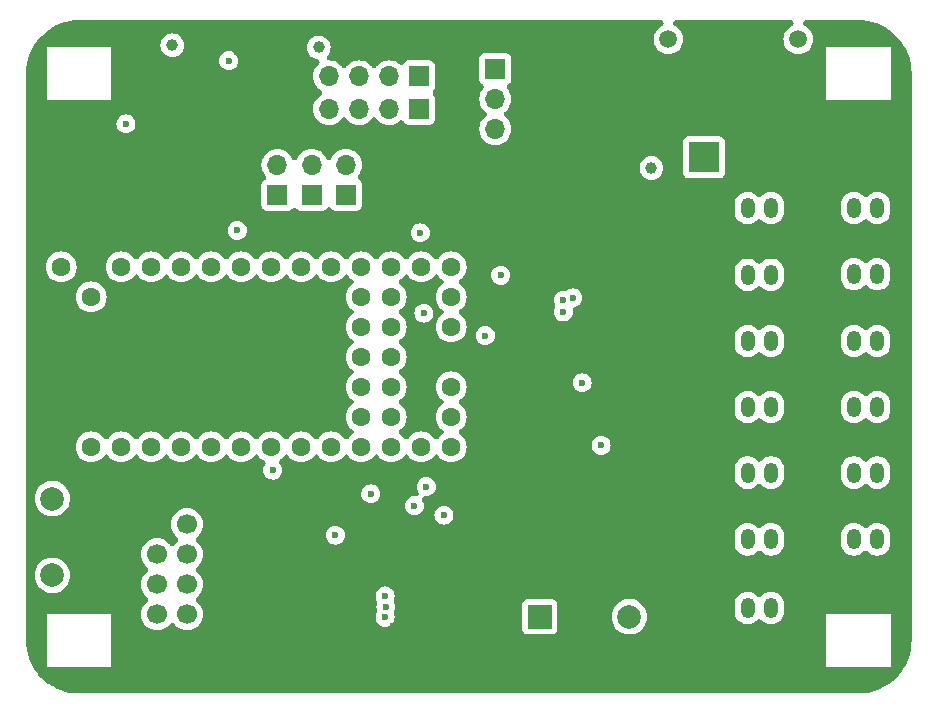
<source format=gbr>
%TF.GenerationSoftware,KiCad,Pcbnew,8.0.8*%
%TF.CreationDate,2025-01-18T14:14:55+07:00*%
%TF.ProjectId,Teensy4.0,5465656e-7379-4342-9e30-2e6b69636164,rev?*%
%TF.SameCoordinates,Original*%
%TF.FileFunction,Copper,L3,Inr*%
%TF.FilePolarity,Positive*%
%FSLAX46Y46*%
G04 Gerber Fmt 4.6, Leading zero omitted, Abs format (unit mm)*
G04 Created by KiCad (PCBNEW 8.0.8) date 2025-01-18 14:14:55*
%MOMM*%
%LPD*%
G01*
G04 APERTURE LIST*
G04 Aperture macros list*
%AMRoundRect*
0 Rectangle with rounded corners*
0 $1 Rounding radius*
0 $2 $3 $4 $5 $6 $7 $8 $9 X,Y pos of 4 corners*
0 Add a 4 corners polygon primitive as box body*
4,1,4,$2,$3,$4,$5,$6,$7,$8,$9,$2,$3,0*
0 Add four circle primitives for the rounded corners*
1,1,$1+$1,$2,$3*
1,1,$1+$1,$4,$5*
1,1,$1+$1,$6,$7*
1,1,$1+$1,$8,$9*
0 Add four rect primitives between the rounded corners*
20,1,$1+$1,$2,$3,$4,$5,0*
20,1,$1+$1,$4,$5,$6,$7,0*
20,1,$1+$1,$6,$7,$8,$9,0*
20,1,$1+$1,$8,$9,$2,$3,0*%
G04 Aperture macros list end*
%TA.AperFunction,ComponentPad*%
%ADD10RoundRect,0.250000X-0.350000X-0.625000X0.350000X-0.625000X0.350000X0.625000X-0.350000X0.625000X0*%
%TD*%
%TA.AperFunction,ComponentPad*%
%ADD11O,1.200000X1.750000*%
%TD*%
%TA.AperFunction,ComponentPad*%
%ADD12R,2.000000X2.000000*%
%TD*%
%TA.AperFunction,ComponentPad*%
%ADD13C,2.000000*%
%TD*%
%TA.AperFunction,ComponentPad*%
%ADD14R,1.700000X1.700000*%
%TD*%
%TA.AperFunction,ComponentPad*%
%ADD15O,1.700000X1.700000*%
%TD*%
%TA.AperFunction,ComponentPad*%
%ADD16C,1.700000*%
%TD*%
%TA.AperFunction,ComponentPad*%
%ADD17C,1.600000*%
%TD*%
%TA.AperFunction,ComponentPad*%
%ADD18C,2.550000*%
%TD*%
%TA.AperFunction,ComponentPad*%
%ADD19R,2.550000X2.550000*%
%TD*%
%TA.AperFunction,ComponentPad*%
%ADD20C,1.508000*%
%TD*%
%TA.AperFunction,ViaPad*%
%ADD21C,1.000000*%
%TD*%
%TA.AperFunction,ViaPad*%
%ADD22C,0.600000*%
%TD*%
%TA.AperFunction,ViaPad*%
%ADD23C,2.000000*%
%TD*%
G04 APERTURE END LIST*
D10*
%TO.N,GND*%
%TO.C,servo1*%
X172600000Y-102250000D03*
D11*
%TO.N,VCC*%
X174600000Y-102250000D03*
%TO.N,Net-(IC2-A2)*%
X176600000Y-102250000D03*
%TD*%
D12*
%TO.N,+5V*%
%TO.C,BZ1*%
X148000000Y-120000000D03*
D13*
%TO.N,Net-(BZ1--)*%
X155600000Y-120000000D03*
%TD*%
D14*
%TO.N,Net-(J1-Pin_1)*%
%TO.C,J1*%
X137790000Y-74250000D03*
D15*
%TO.N,Net-(J1-Pin_2)*%
X135250000Y-74250000D03*
%TO.N,Net-(J1-Pin_3)*%
X132710000Y-74250000D03*
%TO.N,Net-(J1-Pin_4)*%
X130170000Y-74250000D03*
%TD*%
D10*
%TO.N,GND*%
%TO.C,servo13*%
X172600000Y-96650000D03*
D11*
%TO.N,VCC*%
X174600000Y-96650000D03*
%TO.N,Net-(IC2-A2)*%
X176600000Y-96650000D03*
%TD*%
D14*
%TO.N,GND*%
%TO.C,U2*%
X115610500Y-112175000D03*
D16*
%TO.N,+3V3*%
X118150500Y-112175000D03*
%TO.N,/NRF_CE*%
X115610500Y-114715000D03*
%TO.N,/NRF_CSN*%
X118150500Y-114715000D03*
%TO.N,/NRF_SCK*%
X115610500Y-117255000D03*
%TO.N,/NRF_MOSI*%
X118150500Y-117255000D03*
%TO.N,/NRF_MISO*%
X115610500Y-119795000D03*
%TO.N,unconnected-(U2-IRQ-Pad8)*%
X118150500Y-119795000D03*
%TD*%
D10*
%TO.N,GND*%
%TO.C,servo11*%
X172600000Y-85400000D03*
D11*
%TO.N,VCC*%
X174600000Y-85400000D03*
%TO.N,Net-(IC2-A2)*%
X176600000Y-85400000D03*
%TD*%
D10*
%TO.N,GND*%
%TO.C,servo5*%
X163600000Y-107800000D03*
D11*
%TO.N,VCC*%
X165600000Y-107800000D03*
%TO.N,Net-(IC2-A2)*%
X167600000Y-107800000D03*
%TD*%
D10*
%TO.N,GND*%
%TO.C,servo4*%
X163600000Y-119250000D03*
D11*
%TO.N,VCC*%
X165600000Y-119250000D03*
%TO.N,Net-(IC2-A2)*%
X167600000Y-119250000D03*
%TD*%
D14*
%TO.N,+5V*%
%TO.C,5V*%
X144250000Y-73630000D03*
D15*
X144250000Y-76170000D03*
X144250000Y-78710000D03*
%TD*%
D10*
%TO.N,GND*%
%TO.C,servo2*%
X163600000Y-113450000D03*
D11*
%TO.N,VCC*%
X165600000Y-113450000D03*
%TO.N,Net-(IC2-A2)*%
X167600000Y-113450000D03*
%TD*%
D14*
%TO.N,/serial_rx4*%
%TO.C,S4*%
X125800000Y-84300000D03*
D15*
%TO.N,/serial_tx4*%
X125800000Y-81760000D03*
%TD*%
D10*
%TO.N,GND*%
%TO.C,servo10*%
X163600000Y-102250000D03*
D11*
%TO.N,VCC*%
X165600000Y-102250000D03*
%TO.N,Net-(IC2-A2)*%
X167600000Y-102250000D03*
%TD*%
D14*
%TO.N,/serial_rx2*%
%TO.C,S2*%
X131600000Y-84275000D03*
D15*
%TO.N,/serial_tx2*%
X131600000Y-81735000D03*
%TD*%
D17*
%TO.N,GND*%
%TO.C,U1*%
X107490000Y-105620000D03*
%TO.N,/servo_rx*%
X110030000Y-105620000D03*
%TO.N,/servo_tx*%
X112570000Y-105620000D03*
%TO.N,/servo_dir*%
X115110000Y-105620000D03*
%TO.N,/button*%
X117650000Y-105620000D03*
%TO.N,/buzzer*%
X120190000Y-105620000D03*
%TO.N,unconnected-(U1-5_IN2-Pad7)*%
X122730000Y-105620000D03*
%TO.N,unconnected-(U1-6_OUT1D-Pad8)*%
X125270000Y-105620000D03*
%TO.N,/serial_rx2*%
X127810000Y-105620000D03*
%TO.N,/serial_tx2*%
X130350000Y-105620000D03*
%TO.N,/NRF_CE*%
X132890000Y-105620000D03*
%TO.N,/NRF_CSN*%
X135430000Y-105620000D03*
%TO.N,/NRF_MOSI*%
X137970000Y-105620000D03*
%TO.N,/NRF_MISO*%
X140510000Y-105620000D03*
%TO.N,unconnected-(U1-VBAT-Pad15)*%
X140510000Y-103080000D03*
%TO.N,unconnected-(U1-3V3-Pad16)*%
X140510000Y-100540000D03*
%TO.N,GND*%
X140510000Y-98000000D03*
%TO.N,unconnected-(U1-PROGRAM-Pad18)*%
X140510000Y-95460000D03*
%TO.N,unconnected-(U1-ON_OFF-Pad19)*%
X140510000Y-92920000D03*
%TO.N,/NRF_SCK*%
X140510000Y-90380000D03*
%TO.N,/serial_tx3*%
X137970000Y-90380000D03*
%TO.N,/serial_rx3*%
X135430000Y-90380000D03*
%TO.N,/serial_rx4*%
X132890000Y-90380000D03*
%TO.N,/serial_tx4*%
X130350000Y-90380000D03*
%TO.N,/SDA*%
X127810000Y-90380000D03*
%TO.N,/SCL*%
X125270000Y-90380000D03*
%TO.N,/ICM_INT*%
X122730000Y-90380000D03*
%TO.N,unconnected-(U1-21_A7_RX5_BCLK1-Pad28)*%
X120190000Y-90380000D03*
%TO.N,unconnected-(U1-22_A8_CTX1-Pad29)*%
X117650000Y-90380000D03*
%TO.N,unconnected-(U1-23_A9_CRX1_MCLK1-Pad30)*%
X115110000Y-90380000D03*
%TO.N,+3V3*%
X112570000Y-90380000D03*
%TO.N,GND*%
X110030000Y-90380000D03*
%TO.N,+5V*%
X107490000Y-90380000D03*
%TO.N,unconnected-(U1-VUSB-Pad34)*%
X110030000Y-92920000D03*
%TO.N,Net-(J1-Pin_1)*%
X135430000Y-92920000D03*
%TO.N,Net-(J1-Pin_2)*%
X132890000Y-92920000D03*
%TO.N,Net-(J1-Pin_3)*%
X135430000Y-95460000D03*
%TO.N,Net-(J1-Pin_4)*%
X132890000Y-95460000D03*
%TO.N,Net-(J2-Pin_1)*%
X135430000Y-98000000D03*
%TO.N,Net-(J2-Pin_2)*%
X132890000Y-98000000D03*
%TO.N,Net-(J2-Pin_3)*%
X135430000Y-100540000D03*
%TO.N,Net-(J2-Pin_4)*%
X132890000Y-100540000D03*
%TO.N,unconnected-(U1-32_OUT1B-Pad43)*%
X135430000Y-103080000D03*
%TO.N,unconnected-(U1-33_MCLK2-Pad44)*%
X132890000Y-103080000D03*
%TD*%
D10*
%TO.N,GND*%
%TO.C,servo3*%
X163600000Y-96650000D03*
D11*
%TO.N,VCC*%
X165600000Y-96650000D03*
%TO.N,Net-(IC2-A2)*%
X167600000Y-96650000D03*
%TD*%
D10*
%TO.N,GND*%
%TO.C,servo9*%
X172600000Y-91000000D03*
D11*
%TO.N,VCC*%
X174600000Y-91000000D03*
%TO.N,Net-(IC2-A2)*%
X176600000Y-91000000D03*
%TD*%
D13*
%TO.N,/button*%
%TO.C,button1*%
X106750000Y-116500000D03*
X106750000Y-110000000D03*
%TO.N,GND*%
X111250000Y-116500000D03*
X111250000Y-110000000D03*
%TD*%
D14*
%TO.N,Net-(J2-Pin_1)*%
%TO.C,J2*%
X137790000Y-77000000D03*
D15*
%TO.N,Net-(J2-Pin_2)*%
X135250000Y-77000000D03*
%TO.N,Net-(J2-Pin_3)*%
X132710000Y-77000000D03*
%TO.N,Net-(J2-Pin_4)*%
X130170000Y-77000000D03*
%TD*%
D14*
%TO.N,/serial_rx3*%
%TO.C,S3*%
X128700000Y-84300000D03*
D15*
%TO.N,/serial_tx3*%
X128700000Y-81760000D03*
%TD*%
D18*
%TO.N,GND*%
%TO.C,Main Power*%
X166900000Y-81105750D03*
D19*
%TO.N,VCC*%
X161900000Y-81105750D03*
D20*
%TO.N,N/C*%
X169900000Y-71105750D03*
X158900000Y-71105750D03*
%TD*%
D10*
%TO.N,GND*%
%TO.C,servo12*%
X163600000Y-91050000D03*
D11*
%TO.N,VCC*%
X165600000Y-91050000D03*
%TO.N,Net-(IC2-A2)*%
X167600000Y-91050000D03*
%TD*%
D10*
%TO.N,GND*%
%TO.C,servo8*%
X172600000Y-113450000D03*
D11*
%TO.N,VCC*%
X174600000Y-113450000D03*
%TO.N,Net-(IC2-A2)*%
X176600000Y-113450000D03*
%TD*%
D10*
%TO.N,GND*%
%TO.C,servo6*%
X163600000Y-85400000D03*
D11*
%TO.N,VCC*%
X165600000Y-85400000D03*
%TO.N,Net-(IC2-A2)*%
X167600000Y-85400000D03*
%TD*%
D10*
%TO.N,GND*%
%TO.C,servo7*%
X172600000Y-107800000D03*
D11*
%TO.N,VCC*%
X174600000Y-107800000D03*
%TO.N,Net-(IC2-A2)*%
X176600000Y-107800000D03*
%TD*%
D14*
%TO.N,GND*%
%TO.C,GND*%
X141500000Y-73670000D03*
D15*
X141500000Y-76210000D03*
X141500000Y-78750000D03*
%TD*%
D21*
%TO.N,+5V*%
X157461715Y-82005718D03*
X129300000Y-71800000D03*
D22*
X139900000Y-111400000D03*
X121673718Y-72925002D03*
D21*
X116900000Y-71625002D03*
D22*
X112973718Y-78273718D03*
D21*
%TO.N,GND*%
X171750000Y-70500000D03*
D22*
X148800000Y-94200000D03*
X142500000Y-83500000D03*
D21*
X120586890Y-75413110D03*
X116900000Y-81900000D03*
X138587499Y-119031000D03*
X149000000Y-88500000D03*
D22*
X154900000Y-112100000D03*
D21*
X151178000Y-97422000D03*
X121800000Y-103100000D03*
X128400000Y-108200000D03*
X112500000Y-71000000D03*
X109000000Y-113300000D03*
X158800000Y-91400000D03*
X136500000Y-124000000D03*
X128300000Y-120700000D03*
X167300000Y-125100000D03*
X106500000Y-78000000D03*
X115500000Y-85000000D03*
X175100000Y-80800000D03*
X121700000Y-110000000D03*
D22*
X134400000Y-113000000D03*
D23*
X154800000Y-79900000D03*
D21*
X149000000Y-84000000D03*
D22*
X135600500Y-120762000D03*
D21*
X115500000Y-93900000D03*
X146100000Y-106700000D03*
X128900000Y-102300000D03*
X111250000Y-125500000D03*
X159900000Y-105300000D03*
X178250000Y-77750000D03*
D22*
X158000000Y-101500000D03*
X120373718Y-80725002D03*
X138600000Y-117200000D03*
X142800000Y-115200000D03*
X122073718Y-80725002D03*
D21*
X151900000Y-119000000D03*
X105250000Y-119000000D03*
X150500000Y-91000000D03*
X155900000Y-70800000D03*
X147500000Y-111500000D03*
X147900000Y-73500000D03*
X107700000Y-95100000D03*
X124300000Y-76100000D03*
X178500000Y-118000000D03*
X164400000Y-72900000D03*
X159000000Y-123000000D03*
X116500000Y-124300000D03*
X118200000Y-78700000D03*
X122500000Y-72000000D03*
X159000000Y-116200000D03*
D22*
%TO.N,+3V3*%
X138400000Y-109000000D03*
X137400000Y-110600000D03*
%TO.N,+1V8*%
X143400000Y-96200000D03*
X144700000Y-91100000D03*
%TO.N,Net-(J2-Pin_1)*%
X137900000Y-87500000D03*
X138200000Y-94300000D03*
%TO.N,/SDA*%
X150000000Y-94200000D03*
%TO.N,/SCL*%
X150000000Y-93200000D03*
%TO.N,/buzzer*%
X133700000Y-109600000D03*
X125400000Y-107600000D03*
%TO.N,/serial_rx2*%
X122400000Y-87300000D03*
%TO.N,/servo_tx*%
X134981250Y-119181250D03*
%TO.N,/NRF_SCK*%
X130700000Y-113100000D03*
%TO.N,/servo_dir*%
X134912500Y-118250000D03*
%TO.N,/servo_rx*%
X134912500Y-120050000D03*
%TO.N,/ICM_INT*%
X150800000Y-93000000D03*
%TO.N,/INT_1V8*%
X153200000Y-105500000D03*
X151600000Y-100200000D03*
%TD*%
%TA.AperFunction,Conductor*%
%TO.N,GND*%
G36*
X158346193Y-69519454D02*
G01*
X158426975Y-69573430D01*
X158480951Y-69654212D01*
X158499905Y-69749500D01*
X158480951Y-69844788D01*
X158426975Y-69925570D01*
X158356138Y-69975169D01*
X158270354Y-70015171D01*
X158270349Y-70015174D01*
X158090544Y-70141075D01*
X157935325Y-70296294D01*
X157809424Y-70476099D01*
X157809423Y-70476100D01*
X157716650Y-70675053D01*
X157716649Y-70675056D01*
X157659841Y-70887066D01*
X157659839Y-70887072D01*
X157659839Y-70887076D01*
X157640708Y-71105750D01*
X157652476Y-71240268D01*
X157659839Y-71324421D01*
X157659841Y-71324433D01*
X157716649Y-71536443D01*
X157716650Y-71536446D01*
X157716652Y-71536451D01*
X157716653Y-71536453D01*
X157809421Y-71735396D01*
X157935326Y-71915207D01*
X158090543Y-72070424D01*
X158270354Y-72196329D01*
X158469297Y-72289097D01*
X158469301Y-72289098D01*
X158469303Y-72289099D01*
X158469306Y-72289100D01*
X158606563Y-72325878D01*
X158681326Y-72345911D01*
X158900000Y-72365042D01*
X159118674Y-72345911D01*
X159255940Y-72309129D01*
X159330693Y-72289100D01*
X159330696Y-72289099D01*
X159330696Y-72289098D01*
X159330703Y-72289097D01*
X159529646Y-72196329D01*
X159709457Y-72070424D01*
X159864674Y-71915207D01*
X159990579Y-71735396D01*
X160083347Y-71536453D01*
X160140161Y-71324424D01*
X160159292Y-71105750D01*
X160140161Y-70887076D01*
X160113905Y-70789090D01*
X160083350Y-70675056D01*
X160083349Y-70675053D01*
X160083348Y-70675051D01*
X160083347Y-70675047D01*
X159990579Y-70476104D01*
X159864674Y-70296293D01*
X159709457Y-70141076D01*
X159529646Y-70015171D01*
X159443862Y-69975169D01*
X159365513Y-69917722D01*
X159315112Y-69834664D01*
X159300332Y-69738639D01*
X159323424Y-69644269D01*
X159380873Y-69565918D01*
X159463931Y-69515517D01*
X159549095Y-69500500D01*
X169250905Y-69500500D01*
X169346193Y-69519454D01*
X169426975Y-69573430D01*
X169480951Y-69654212D01*
X169499905Y-69749500D01*
X169480951Y-69844788D01*
X169426975Y-69925570D01*
X169356138Y-69975169D01*
X169270354Y-70015171D01*
X169270349Y-70015174D01*
X169090544Y-70141075D01*
X168935325Y-70296294D01*
X168809424Y-70476099D01*
X168809423Y-70476100D01*
X168716650Y-70675053D01*
X168716649Y-70675056D01*
X168659841Y-70887066D01*
X168659839Y-70887072D01*
X168659839Y-70887076D01*
X168640708Y-71105750D01*
X168652476Y-71240268D01*
X168659839Y-71324421D01*
X168659841Y-71324433D01*
X168716649Y-71536443D01*
X168716650Y-71536446D01*
X168716652Y-71536451D01*
X168716653Y-71536453D01*
X168809421Y-71735396D01*
X168935326Y-71915207D01*
X169090543Y-72070424D01*
X169270354Y-72196329D01*
X169469297Y-72289097D01*
X169469301Y-72289098D01*
X169469303Y-72289099D01*
X169469306Y-72289100D01*
X169606563Y-72325878D01*
X169681326Y-72345911D01*
X169900000Y-72365042D01*
X170118674Y-72345911D01*
X170255940Y-72309129D01*
X170330693Y-72289100D01*
X170330696Y-72289099D01*
X170330696Y-72289098D01*
X170330703Y-72289097D01*
X170529646Y-72196329D01*
X170709457Y-72070424D01*
X170864674Y-71915207D01*
X170990579Y-71735396D01*
X171083347Y-71536453D01*
X171140161Y-71324424D01*
X171159292Y-71105750D01*
X171140161Y-70887076D01*
X171113905Y-70789090D01*
X171083350Y-70675056D01*
X171083349Y-70675053D01*
X171083348Y-70675051D01*
X171083347Y-70675047D01*
X170990579Y-70476104D01*
X170864674Y-70296293D01*
X170709457Y-70141076D01*
X170529646Y-70015171D01*
X170443862Y-69975169D01*
X170365513Y-69917722D01*
X170315112Y-69834664D01*
X170300332Y-69738639D01*
X170323424Y-69644269D01*
X170380873Y-69565918D01*
X170463931Y-69515517D01*
X170549095Y-69500500D01*
X174934108Y-69500500D01*
X174994567Y-69500500D01*
X175005428Y-69500737D01*
X175381306Y-69517148D01*
X175402917Y-69519038D01*
X175758999Y-69565918D01*
X175770552Y-69567439D01*
X175791943Y-69571211D01*
X175857737Y-69585797D01*
X176153956Y-69651467D01*
X176174908Y-69657081D01*
X176528566Y-69768588D01*
X176548954Y-69776009D01*
X176891534Y-69917910D01*
X176911208Y-69927085D01*
X177240111Y-70098302D01*
X177258918Y-70109160D01*
X177571643Y-70308386D01*
X177589424Y-70320837D01*
X177791767Y-70476100D01*
X177883600Y-70546566D01*
X177900240Y-70560529D01*
X178173611Y-70811028D01*
X178188971Y-70826388D01*
X178439470Y-71099759D01*
X178453433Y-71116399D01*
X178679157Y-71410568D01*
X178691617Y-71428363D01*
X178890837Y-71741077D01*
X178901697Y-71759888D01*
X179072914Y-72088791D01*
X179082093Y-72108476D01*
X179176288Y-72335881D01*
X179223985Y-72451032D01*
X179231415Y-72471445D01*
X179342914Y-72825076D01*
X179348536Y-72846058D01*
X179428788Y-73208056D01*
X179432560Y-73229447D01*
X179480959Y-73597066D01*
X179482852Y-73618706D01*
X179499263Y-73994570D01*
X179499500Y-74005432D01*
X179499500Y-121994567D01*
X179499263Y-122005429D01*
X179482852Y-122381293D01*
X179480959Y-122402933D01*
X179432560Y-122770552D01*
X179428788Y-122791943D01*
X179348536Y-123153941D01*
X179342914Y-123174923D01*
X179231415Y-123528554D01*
X179223985Y-123548967D01*
X179082095Y-123891520D01*
X179072914Y-123911208D01*
X178901697Y-124240111D01*
X178890837Y-124258922D01*
X178691617Y-124571636D01*
X178679157Y-124589431D01*
X178453433Y-124883600D01*
X178439470Y-124900240D01*
X178188971Y-125173611D01*
X178173611Y-125188971D01*
X177900240Y-125439470D01*
X177883600Y-125453433D01*
X177589431Y-125679157D01*
X177571636Y-125691617D01*
X177258922Y-125890837D01*
X177240111Y-125901697D01*
X176911208Y-126072914D01*
X176891520Y-126082095D01*
X176548967Y-126223985D01*
X176528554Y-126231415D01*
X176174923Y-126342914D01*
X176153941Y-126348536D01*
X175791943Y-126428788D01*
X175770552Y-126432560D01*
X175402933Y-126480959D01*
X175381293Y-126482852D01*
X175042023Y-126497665D01*
X175005427Y-126499263D01*
X174994567Y-126499500D01*
X109005433Y-126499500D01*
X108994572Y-126499263D01*
X108618707Y-126482852D01*
X108597066Y-126480959D01*
X108229447Y-126432560D01*
X108208056Y-126428788D01*
X107846058Y-126348536D01*
X107825076Y-126342914D01*
X107471445Y-126231415D01*
X107451032Y-126223985D01*
X107108479Y-126082095D01*
X107088791Y-126072914D01*
X106759888Y-125901697D01*
X106741077Y-125890837D01*
X106428363Y-125691617D01*
X106410568Y-125679157D01*
X106116399Y-125453433D01*
X106099759Y-125439470D01*
X105826388Y-125188971D01*
X105811028Y-125173611D01*
X105560529Y-124900240D01*
X105546566Y-124883600D01*
X105320842Y-124589431D01*
X105308382Y-124571636D01*
X105109162Y-124258922D01*
X105104011Y-124250000D01*
X106250000Y-124250000D01*
X106250001Y-124250000D01*
X111749999Y-124250000D01*
X111750000Y-124250000D01*
X172250000Y-124250000D01*
X172250001Y-124250000D01*
X177749999Y-124250000D01*
X177750000Y-124250000D01*
X177750000Y-119750000D01*
X172250000Y-119750000D01*
X172250000Y-124250000D01*
X111750000Y-124250000D01*
X111750000Y-119750000D01*
X106250000Y-119750000D01*
X106250000Y-124250000D01*
X105104011Y-124250000D01*
X105098302Y-124240111D01*
X104927085Y-123911208D01*
X104917910Y-123891534D01*
X104776009Y-123548954D01*
X104768588Y-123528566D01*
X104657081Y-123174908D01*
X104651467Y-123153956D01*
X104571211Y-122791943D01*
X104567439Y-122770552D01*
X104555643Y-122680953D01*
X104519038Y-122402917D01*
X104517148Y-122381306D01*
X104500737Y-122005428D01*
X104500500Y-121994567D01*
X104500500Y-116500000D01*
X105244357Y-116500000D01*
X105264892Y-116747823D01*
X105264894Y-116747831D01*
X105325935Y-116988874D01*
X105325936Y-116988878D01*
X105425825Y-117216603D01*
X105425828Y-117216608D01*
X105561830Y-117424778D01*
X105561836Y-117424785D01*
X105730248Y-117607730D01*
X105730252Y-117607733D01*
X105730256Y-117607738D01*
X105730260Y-117607741D01*
X105730261Y-117607742D01*
X105926485Y-117760470D01*
X105926487Y-117760471D01*
X105926491Y-117760474D01*
X106123627Y-117867159D01*
X106137192Y-117874500D01*
X106145190Y-117878828D01*
X106208231Y-117900470D01*
X106380378Y-117959569D01*
X106380382Y-117959569D01*
X106380386Y-117959571D01*
X106625665Y-118000500D01*
X106874335Y-118000500D01*
X107119614Y-117959571D01*
X107119618Y-117959569D01*
X107119621Y-117959569D01*
X107209077Y-117928858D01*
X107354810Y-117878828D01*
X107573509Y-117760474D01*
X107769744Y-117607738D01*
X107938164Y-117424785D01*
X108074173Y-117216607D01*
X108174063Y-116988881D01*
X108235108Y-116747821D01*
X108255643Y-116500000D01*
X108235108Y-116252179D01*
X108174063Y-116011119D01*
X108074173Y-115783393D01*
X108020997Y-115702001D01*
X107938169Y-115575221D01*
X107938163Y-115575214D01*
X107769751Y-115392269D01*
X107769747Y-115392265D01*
X107769744Y-115392262D01*
X107769738Y-115392257D01*
X107573514Y-115239529D01*
X107573510Y-115239526D01*
X107573509Y-115239526D01*
X107461039Y-115178660D01*
X107354811Y-115121172D01*
X107119621Y-115040430D01*
X107119610Y-115040428D01*
X106874335Y-114999500D01*
X106625665Y-114999500D01*
X106380389Y-115040428D01*
X106380378Y-115040430D01*
X106145188Y-115121172D01*
X105926485Y-115239529D01*
X105730261Y-115392257D01*
X105730248Y-115392269D01*
X105561836Y-115575214D01*
X105561830Y-115575221D01*
X105425828Y-115783391D01*
X105425825Y-115783396D01*
X105325936Y-116011121D01*
X105325935Y-116011125D01*
X105264894Y-116252168D01*
X105264892Y-116252176D01*
X105244357Y-116500000D01*
X104500500Y-116500000D01*
X104500500Y-114714994D01*
X114254841Y-114714994D01*
X114254841Y-114715005D01*
X114275435Y-114950401D01*
X114321192Y-115121172D01*
X114336597Y-115178663D01*
X114436198Y-115392257D01*
X114436465Y-115392830D01*
X114564176Y-115575221D01*
X114572005Y-115586401D01*
X114739099Y-115753495D01*
X114778425Y-115781031D01*
X114845607Y-115851209D01*
X114880821Y-115941758D01*
X114878702Y-116038890D01*
X114839574Y-116127818D01*
X114778428Y-116188965D01*
X114739103Y-116216501D01*
X114572004Y-116383600D01*
X114436465Y-116577169D01*
X114436461Y-116577177D01*
X114336598Y-116791333D01*
X114336597Y-116791335D01*
X114275435Y-117019598D01*
X114254841Y-117254994D01*
X114254841Y-117255005D01*
X114275435Y-117490401D01*
X114336596Y-117718660D01*
X114436465Y-117932830D01*
X114533040Y-118070754D01*
X114572005Y-118126401D01*
X114739099Y-118293495D01*
X114778425Y-118321031D01*
X114845607Y-118391209D01*
X114880821Y-118481758D01*
X114878702Y-118578890D01*
X114839574Y-118667818D01*
X114778428Y-118728965D01*
X114739103Y-118756501D01*
X114572004Y-118923600D01*
X114436465Y-119117169D01*
X114436461Y-119117177D01*
X114336598Y-119331333D01*
X114336597Y-119331335D01*
X114275435Y-119559598D01*
X114254841Y-119794994D01*
X114254841Y-119795005D01*
X114275435Y-120030401D01*
X114336596Y-120258660D01*
X114436465Y-120472830D01*
X114524391Y-120598402D01*
X114572005Y-120666401D01*
X114739099Y-120833495D01*
X114932670Y-120969035D01*
X115146837Y-121068903D01*
X115375092Y-121130063D01*
X115375095Y-121130063D01*
X115375098Y-121130064D01*
X115610495Y-121150659D01*
X115610500Y-121150659D01*
X115610505Y-121150659D01*
X115845901Y-121130064D01*
X115845903Y-121130063D01*
X115845908Y-121130063D01*
X116074163Y-121068903D01*
X116288330Y-120969035D01*
X116481901Y-120833495D01*
X116648995Y-120666401D01*
X116676532Y-120627074D01*
X116746711Y-120559891D01*
X116837260Y-120524678D01*
X116934392Y-120526797D01*
X117023319Y-120565925D01*
X117084467Y-120627073D01*
X117112005Y-120666401D01*
X117279099Y-120833495D01*
X117472670Y-120969035D01*
X117686837Y-121068903D01*
X117915092Y-121130063D01*
X117915095Y-121130063D01*
X117915098Y-121130064D01*
X118150495Y-121150659D01*
X118150500Y-121150659D01*
X118150505Y-121150659D01*
X118385901Y-121130064D01*
X118385903Y-121130063D01*
X118385908Y-121130063D01*
X118614163Y-121068903D01*
X118828330Y-120969035D01*
X119021901Y-120833495D01*
X119188995Y-120666401D01*
X119324535Y-120472830D01*
X119424403Y-120258663D01*
X119485563Y-120030408D01*
X119485564Y-120030401D01*
X119506159Y-119795005D01*
X119506159Y-119794994D01*
X119485564Y-119559598D01*
X119485563Y-119559595D01*
X119485563Y-119559592D01*
X119424403Y-119331337D01*
X119324535Y-119117171D01*
X119295161Y-119075221D01*
X119259347Y-119024072D01*
X119188995Y-118923599D01*
X119021901Y-118756505D01*
X118982574Y-118728967D01*
X118915391Y-118658789D01*
X118880178Y-118568240D01*
X118882297Y-118471108D01*
X118921425Y-118382181D01*
X118982573Y-118321032D01*
X119021901Y-118293495D01*
X119065400Y-118249996D01*
X134106935Y-118249996D01*
X134106935Y-118250003D01*
X134127130Y-118429245D01*
X134127131Y-118429250D01*
X134127132Y-118429255D01*
X134186711Y-118599522D01*
X134213687Y-118642454D01*
X134219262Y-118651326D01*
X134253909Y-118742093D01*
X134251184Y-118839210D01*
X134243454Y-118866041D01*
X134195882Y-119001993D01*
X134195880Y-119002004D01*
X134175685Y-119181246D01*
X134175685Y-119181253D01*
X134195880Y-119360495D01*
X134195883Y-119360509D01*
X134229407Y-119456316D01*
X134242988Y-119552517D01*
X134218721Y-119646592D01*
X134205219Y-119671020D01*
X134200373Y-119678735D01*
X134186711Y-119700478D01*
X134186707Y-119700486D01*
X134127132Y-119870743D01*
X134127130Y-119870754D01*
X134106935Y-120049996D01*
X134106935Y-120050003D01*
X134127130Y-120229245D01*
X134127131Y-120229251D01*
X134127132Y-120229255D01*
X134186711Y-120399522D01*
X134186712Y-120399523D01*
X134186714Y-120399529D01*
X134282680Y-120552257D01*
X134282682Y-120552259D01*
X134282684Y-120552262D01*
X134410238Y-120679816D01*
X134410240Y-120679817D01*
X134410242Y-120679819D01*
X134562970Y-120775785D01*
X134562973Y-120775786D01*
X134562978Y-120775789D01*
X134733245Y-120835368D01*
X134733254Y-120835369D01*
X134912496Y-120855565D01*
X134912500Y-120855565D01*
X134912504Y-120855565D01*
X135052408Y-120839801D01*
X135091755Y-120835368D01*
X135262022Y-120775789D01*
X135262027Y-120775785D01*
X135262029Y-120775785D01*
X135414757Y-120679819D01*
X135414756Y-120679819D01*
X135414762Y-120679816D01*
X135542316Y-120552262D01*
X135582145Y-120488874D01*
X135638285Y-120399529D01*
X135638285Y-120399527D01*
X135638289Y-120399522D01*
X135697868Y-120229255D01*
X135703375Y-120180371D01*
X135718065Y-120050003D01*
X135718065Y-120049996D01*
X135697869Y-119870754D01*
X135697868Y-119870746D01*
X135671365Y-119795005D01*
X135664341Y-119774931D01*
X135650761Y-119678735D01*
X135675027Y-119584660D01*
X135688529Y-119560228D01*
X135707039Y-119530772D01*
X135766618Y-119360505D01*
X135786815Y-119181250D01*
X135769105Y-119024072D01*
X135766619Y-119002004D01*
X135766618Y-119001995D01*
X135749167Y-118952123D01*
X146499500Y-118952123D01*
X146499500Y-121047865D01*
X146499500Y-121047868D01*
X146499501Y-121047872D01*
X146501567Y-121067093D01*
X146505908Y-121107480D01*
X146505909Y-121107484D01*
X146556203Y-121242329D01*
X146556204Y-121242331D01*
X146642454Y-121357546D01*
X146757669Y-121443796D01*
X146892517Y-121494091D01*
X146952127Y-121500500D01*
X149047872Y-121500499D01*
X149107483Y-121494091D01*
X149242331Y-121443796D01*
X149357546Y-121357546D01*
X149443796Y-121242331D01*
X149494091Y-121107483D01*
X149500500Y-121047873D01*
X149500499Y-120000000D01*
X154094357Y-120000000D01*
X154114892Y-120247823D01*
X154114894Y-120247831D01*
X154170201Y-120466232D01*
X154175937Y-120488881D01*
X154200498Y-120544875D01*
X154275825Y-120716603D01*
X154275828Y-120716608D01*
X154411830Y-120924778D01*
X154411836Y-120924785D01*
X154580248Y-121107730D01*
X154580252Y-121107733D01*
X154580256Y-121107738D01*
X154580260Y-121107741D01*
X154580261Y-121107742D01*
X154776485Y-121260470D01*
X154776487Y-121260471D01*
X154776491Y-121260474D01*
X154995190Y-121378828D01*
X155064736Y-121402703D01*
X155230378Y-121459569D01*
X155230382Y-121459569D01*
X155230386Y-121459571D01*
X155475665Y-121500500D01*
X155724335Y-121500500D01*
X155969614Y-121459571D01*
X155969618Y-121459569D01*
X155969621Y-121459569D01*
X156059077Y-121428858D01*
X156204810Y-121378828D01*
X156423509Y-121260474D01*
X156619744Y-121107738D01*
X156788164Y-120924785D01*
X156924173Y-120716607D01*
X157024063Y-120488881D01*
X157085108Y-120247821D01*
X157105643Y-120000000D01*
X157085108Y-119752179D01*
X157024063Y-119511119D01*
X156924173Y-119283393D01*
X156857437Y-119181246D01*
X156788169Y-119075221D01*
X156788163Y-119075214D01*
X156619751Y-118892269D01*
X156619747Y-118892265D01*
X156619744Y-118892262D01*
X156619738Y-118892257D01*
X156614774Y-118888393D01*
X164499500Y-118888393D01*
X164499500Y-119611606D01*
X164499501Y-119611621D01*
X164525368Y-119774936D01*
X164526598Y-119782701D01*
X164530594Y-119795000D01*
X164580124Y-119947437D01*
X164580126Y-119947443D01*
X164658770Y-120101792D01*
X164760581Y-120241922D01*
X164760583Y-120241924D01*
X164760586Y-120241928D01*
X164883072Y-120364414D01*
X164883075Y-120364416D01*
X164883077Y-120364418D01*
X165023207Y-120466229D01*
X165023209Y-120466230D01*
X165023212Y-120466232D01*
X165177555Y-120544873D01*
X165342299Y-120598402D01*
X165513389Y-120625500D01*
X165513393Y-120625500D01*
X165686607Y-120625500D01*
X165686611Y-120625500D01*
X165857701Y-120598402D01*
X166022445Y-120544873D01*
X166176788Y-120466232D01*
X166316928Y-120364414D01*
X166423933Y-120257408D01*
X166504712Y-120203435D01*
X166600000Y-120184481D01*
X166695288Y-120203435D01*
X166776066Y-120257408D01*
X166883072Y-120364414D01*
X166883075Y-120364416D01*
X166883077Y-120364418D01*
X167023207Y-120466229D01*
X167023209Y-120466230D01*
X167023212Y-120466232D01*
X167177555Y-120544873D01*
X167342299Y-120598402D01*
X167513389Y-120625500D01*
X167513393Y-120625500D01*
X167686607Y-120625500D01*
X167686611Y-120625500D01*
X167857701Y-120598402D01*
X168022445Y-120544873D01*
X168176788Y-120466232D01*
X168316928Y-120364414D01*
X168439414Y-120241928D01*
X168541232Y-120101788D01*
X168619873Y-119947445D01*
X168673402Y-119782701D01*
X168700500Y-119611611D01*
X168700500Y-118888389D01*
X168673402Y-118717299D01*
X168619873Y-118552555D01*
X168541232Y-118398212D01*
X168541230Y-118398209D01*
X168541229Y-118398207D01*
X168439418Y-118258077D01*
X168439416Y-118258075D01*
X168439414Y-118258072D01*
X168316928Y-118135586D01*
X168316924Y-118135583D01*
X168316922Y-118135581D01*
X168176792Y-118033770D01*
X168022443Y-117955126D01*
X168022437Y-117955124D01*
X167928195Y-117924503D01*
X167857701Y-117901598D01*
X167857699Y-117901597D01*
X167857697Y-117901597D01*
X167686621Y-117874501D01*
X167686614Y-117874500D01*
X167686611Y-117874500D01*
X167513389Y-117874500D01*
X167513386Y-117874500D01*
X167513378Y-117874501D01*
X167342302Y-117901597D01*
X167177562Y-117955124D01*
X167177556Y-117955126D01*
X167023207Y-118033770D01*
X166883077Y-118135581D01*
X166883072Y-118135585D01*
X166883072Y-118135586D01*
X166776066Y-118242591D01*
X166695288Y-118296565D01*
X166600000Y-118315519D01*
X166504712Y-118296565D01*
X166423933Y-118242591D01*
X166316928Y-118135586D01*
X166316924Y-118135583D01*
X166316922Y-118135581D01*
X166176792Y-118033770D01*
X166022443Y-117955126D01*
X166022437Y-117955124D01*
X165928195Y-117924503D01*
X165857701Y-117901598D01*
X165857699Y-117901597D01*
X165857697Y-117901597D01*
X165686621Y-117874501D01*
X165686614Y-117874500D01*
X165686611Y-117874500D01*
X165513389Y-117874500D01*
X165513386Y-117874500D01*
X165513378Y-117874501D01*
X165342302Y-117901597D01*
X165177562Y-117955124D01*
X165177556Y-117955126D01*
X165023207Y-118033770D01*
X164883077Y-118135581D01*
X164760581Y-118258077D01*
X164658770Y-118398207D01*
X164580126Y-118552556D01*
X164580124Y-118552562D01*
X164526597Y-118717302D01*
X164499501Y-118888378D01*
X164499500Y-118888393D01*
X156614774Y-118888393D01*
X156423514Y-118739529D01*
X156423510Y-118739526D01*
X156423509Y-118739526D01*
X156311645Y-118678988D01*
X156204811Y-118621172D01*
X155969621Y-118540430D01*
X155969610Y-118540428D01*
X155724335Y-118499500D01*
X155475665Y-118499500D01*
X155230389Y-118540428D01*
X155230378Y-118540430D01*
X154995188Y-118621172D01*
X154776485Y-118739529D01*
X154580261Y-118892257D01*
X154580248Y-118892269D01*
X154411836Y-119075214D01*
X154411830Y-119075221D01*
X154275828Y-119283391D01*
X154275825Y-119283396D01*
X154175936Y-119511121D01*
X154175935Y-119511125D01*
X154114894Y-119752168D01*
X154114892Y-119752176D01*
X154094357Y-120000000D01*
X149500499Y-120000000D01*
X149500499Y-118952128D01*
X149494091Y-118892517D01*
X149443796Y-118757669D01*
X149357546Y-118642454D01*
X149242331Y-118556204D01*
X149158669Y-118525000D01*
X149107481Y-118505908D01*
X149047873Y-118499500D01*
X146952134Y-118499500D01*
X146952130Y-118499500D01*
X146952128Y-118499501D01*
X146939314Y-118500878D01*
X146892519Y-118505908D01*
X146892515Y-118505909D01*
X146757670Y-118556203D01*
X146642455Y-118642453D01*
X146642453Y-118642455D01*
X146556204Y-118757669D01*
X146505908Y-118892518D01*
X146499500Y-118952123D01*
X135749167Y-118952123D01*
X135707039Y-118831728D01*
X135674488Y-118779923D01*
X135639840Y-118689157D01*
X135642565Y-118592040D01*
X135650287Y-118565233D01*
X135697868Y-118429255D01*
X135710683Y-118315519D01*
X135718065Y-118250003D01*
X135718065Y-118249996D01*
X135697869Y-118070754D01*
X135697868Y-118070745D01*
X135638289Y-117900478D01*
X135638286Y-117900473D01*
X135638285Y-117900470D01*
X135542319Y-117747742D01*
X135542317Y-117747740D01*
X135542316Y-117747738D01*
X135414762Y-117620184D01*
X135414759Y-117620182D01*
X135414757Y-117620180D01*
X135262029Y-117524214D01*
X135262024Y-117524212D01*
X135262022Y-117524211D01*
X135091755Y-117464632D01*
X135091751Y-117464631D01*
X135091745Y-117464630D01*
X134912504Y-117444435D01*
X134912496Y-117444435D01*
X134733254Y-117464630D01*
X134733246Y-117464631D01*
X134733245Y-117464632D01*
X134562978Y-117524211D01*
X134562976Y-117524211D01*
X134562976Y-117524212D01*
X134562970Y-117524214D01*
X134410242Y-117620180D01*
X134282680Y-117747742D01*
X134186714Y-117900470D01*
X134186711Y-117900476D01*
X134186711Y-117900478D01*
X134142816Y-118025925D01*
X134127132Y-118070746D01*
X134127130Y-118070754D01*
X134106935Y-118249996D01*
X119065400Y-118249996D01*
X119188995Y-118126401D01*
X119324535Y-117932830D01*
X119424403Y-117718663D01*
X119485563Y-117490408D01*
X119485564Y-117490401D01*
X119506159Y-117255005D01*
X119506159Y-117254994D01*
X119485564Y-117019598D01*
X119485563Y-117019595D01*
X119485563Y-117019592D01*
X119424403Y-116791337D01*
X119324535Y-116577171D01*
X119188995Y-116383599D01*
X119021901Y-116216505D01*
X118982574Y-116188967D01*
X118915391Y-116118789D01*
X118880178Y-116028240D01*
X118882297Y-115931108D01*
X118921425Y-115842181D01*
X118982573Y-115781032D01*
X119021901Y-115753495D01*
X119188995Y-115586401D01*
X119324535Y-115392830D01*
X119424403Y-115178663D01*
X119485563Y-114950408D01*
X119485564Y-114950401D01*
X119506159Y-114715005D01*
X119506159Y-114714994D01*
X119485564Y-114479598D01*
X119485563Y-114479595D01*
X119485563Y-114479592D01*
X119424403Y-114251337D01*
X119324535Y-114037171D01*
X119188995Y-113843599D01*
X119021901Y-113676505D01*
X118982574Y-113648967D01*
X118915391Y-113578789D01*
X118880178Y-113488240D01*
X118882297Y-113391108D01*
X118921425Y-113302181D01*
X118982573Y-113241032D01*
X119021901Y-113213495D01*
X119135400Y-113099996D01*
X129894435Y-113099996D01*
X129894435Y-113100003D01*
X129914630Y-113279245D01*
X129914631Y-113279251D01*
X129914632Y-113279255D01*
X129974211Y-113449522D01*
X129974212Y-113449523D01*
X129974214Y-113449529D01*
X130070180Y-113602257D01*
X130070182Y-113602259D01*
X130070184Y-113602262D01*
X130197738Y-113729816D01*
X130197740Y-113729817D01*
X130197742Y-113729819D01*
X130350470Y-113825785D01*
X130350473Y-113825786D01*
X130350478Y-113825789D01*
X130520745Y-113885368D01*
X130520754Y-113885369D01*
X130699996Y-113905565D01*
X130700000Y-113905565D01*
X130700004Y-113905565D01*
X130839908Y-113889801D01*
X130879255Y-113885368D01*
X131049522Y-113825789D01*
X131049527Y-113825785D01*
X131049529Y-113825785D01*
X131202257Y-113729819D01*
X131202256Y-113729819D01*
X131202262Y-113729816D01*
X131329816Y-113602262D01*
X131354998Y-113562184D01*
X131425785Y-113449529D01*
X131425785Y-113449527D01*
X131425789Y-113449522D01*
X131485368Y-113279255D01*
X131505565Y-113100000D01*
X131504257Y-113088393D01*
X164499500Y-113088393D01*
X164499500Y-113811606D01*
X164499501Y-113811621D01*
X164521436Y-113950109D01*
X164526598Y-113982701D01*
X164549503Y-114053195D01*
X164580124Y-114147437D01*
X164580126Y-114147443D01*
X164658770Y-114301792D01*
X164760581Y-114441922D01*
X164760583Y-114441924D01*
X164760586Y-114441928D01*
X164883072Y-114564414D01*
X164883075Y-114564416D01*
X164883077Y-114564418D01*
X165023207Y-114666229D01*
X165023209Y-114666230D01*
X165023212Y-114666232D01*
X165177555Y-114744873D01*
X165342299Y-114798402D01*
X165513389Y-114825500D01*
X165513393Y-114825500D01*
X165686607Y-114825500D01*
X165686611Y-114825500D01*
X165857701Y-114798402D01*
X166022445Y-114744873D01*
X166176788Y-114666232D01*
X166316928Y-114564414D01*
X166423933Y-114457408D01*
X166504712Y-114403435D01*
X166600000Y-114384481D01*
X166695288Y-114403435D01*
X166776066Y-114457408D01*
X166883072Y-114564414D01*
X166883075Y-114564416D01*
X166883077Y-114564418D01*
X167023207Y-114666229D01*
X167023209Y-114666230D01*
X167023212Y-114666232D01*
X167177555Y-114744873D01*
X167342299Y-114798402D01*
X167513389Y-114825500D01*
X167513393Y-114825500D01*
X167686607Y-114825500D01*
X167686611Y-114825500D01*
X167857701Y-114798402D01*
X168022445Y-114744873D01*
X168176788Y-114666232D01*
X168316928Y-114564414D01*
X168439414Y-114441928D01*
X168541232Y-114301788D01*
X168619873Y-114147445D01*
X168673402Y-113982701D01*
X168700500Y-113811611D01*
X168700500Y-113088393D01*
X173499500Y-113088393D01*
X173499500Y-113811606D01*
X173499501Y-113811621D01*
X173521436Y-113950109D01*
X173526598Y-113982701D01*
X173549503Y-114053195D01*
X173580124Y-114147437D01*
X173580126Y-114147443D01*
X173658770Y-114301792D01*
X173760581Y-114441922D01*
X173760583Y-114441924D01*
X173760586Y-114441928D01*
X173883072Y-114564414D01*
X173883075Y-114564416D01*
X173883077Y-114564418D01*
X174023207Y-114666229D01*
X174023209Y-114666230D01*
X174023212Y-114666232D01*
X174177555Y-114744873D01*
X174342299Y-114798402D01*
X174513389Y-114825500D01*
X174513393Y-114825500D01*
X174686607Y-114825500D01*
X174686611Y-114825500D01*
X174857701Y-114798402D01*
X175022445Y-114744873D01*
X175176788Y-114666232D01*
X175316928Y-114564414D01*
X175423933Y-114457408D01*
X175504712Y-114403435D01*
X175600000Y-114384481D01*
X175695288Y-114403435D01*
X175776066Y-114457408D01*
X175883072Y-114564414D01*
X175883075Y-114564416D01*
X175883077Y-114564418D01*
X176023207Y-114666229D01*
X176023209Y-114666230D01*
X176023212Y-114666232D01*
X176177555Y-114744873D01*
X176342299Y-114798402D01*
X176513389Y-114825500D01*
X176513393Y-114825500D01*
X176686607Y-114825500D01*
X176686611Y-114825500D01*
X176857701Y-114798402D01*
X177022445Y-114744873D01*
X177176788Y-114666232D01*
X177316928Y-114564414D01*
X177439414Y-114441928D01*
X177541232Y-114301788D01*
X177619873Y-114147445D01*
X177673402Y-113982701D01*
X177700500Y-113811611D01*
X177700500Y-113088389D01*
X177673402Y-112917299D01*
X177619873Y-112752555D01*
X177541232Y-112598212D01*
X177541230Y-112598209D01*
X177541229Y-112598207D01*
X177439418Y-112458077D01*
X177439416Y-112458075D01*
X177439414Y-112458072D01*
X177316928Y-112335586D01*
X177316924Y-112335583D01*
X177316922Y-112335581D01*
X177176792Y-112233770D01*
X177022443Y-112155126D01*
X177022437Y-112155124D01*
X176928195Y-112124503D01*
X176857701Y-112101598D01*
X176857699Y-112101597D01*
X176857697Y-112101597D01*
X176686621Y-112074501D01*
X176686614Y-112074500D01*
X176686611Y-112074500D01*
X176513389Y-112074500D01*
X176513386Y-112074500D01*
X176513378Y-112074501D01*
X176342302Y-112101597D01*
X176177562Y-112155124D01*
X176177556Y-112155126D01*
X176023207Y-112233770D01*
X175883077Y-112335581D01*
X175883072Y-112335585D01*
X175883072Y-112335586D01*
X175776066Y-112442591D01*
X175695288Y-112496565D01*
X175600000Y-112515519D01*
X175504712Y-112496565D01*
X175423933Y-112442591D01*
X175316928Y-112335586D01*
X175316924Y-112335583D01*
X175316922Y-112335581D01*
X175176792Y-112233770D01*
X175022443Y-112155126D01*
X175022437Y-112155124D01*
X174928195Y-112124503D01*
X174857701Y-112101598D01*
X174857699Y-112101597D01*
X174857697Y-112101597D01*
X174686621Y-112074501D01*
X174686614Y-112074500D01*
X174686611Y-112074500D01*
X174513389Y-112074500D01*
X174513386Y-112074500D01*
X174513378Y-112074501D01*
X174342302Y-112101597D01*
X174177562Y-112155124D01*
X174177556Y-112155126D01*
X174023207Y-112233770D01*
X173883077Y-112335581D01*
X173760581Y-112458077D01*
X173658770Y-112598207D01*
X173580126Y-112752556D01*
X173580124Y-112752562D01*
X173526597Y-112917302D01*
X173499501Y-113088378D01*
X173499500Y-113088393D01*
X168700500Y-113088393D01*
X168700500Y-113088389D01*
X168673402Y-112917299D01*
X168619873Y-112752555D01*
X168541232Y-112598212D01*
X168541230Y-112598209D01*
X168541229Y-112598207D01*
X168439418Y-112458077D01*
X168439416Y-112458075D01*
X168439414Y-112458072D01*
X168316928Y-112335586D01*
X168316924Y-112335583D01*
X168316922Y-112335581D01*
X168176792Y-112233770D01*
X168022443Y-112155126D01*
X168022437Y-112155124D01*
X167928195Y-112124503D01*
X167857701Y-112101598D01*
X167857699Y-112101597D01*
X167857697Y-112101597D01*
X167686621Y-112074501D01*
X167686614Y-112074500D01*
X167686611Y-112074500D01*
X167513389Y-112074500D01*
X167513386Y-112074500D01*
X167513378Y-112074501D01*
X167342302Y-112101597D01*
X167177562Y-112155124D01*
X167177556Y-112155126D01*
X167023207Y-112233770D01*
X166883077Y-112335581D01*
X166883072Y-112335585D01*
X166883072Y-112335586D01*
X166776066Y-112442591D01*
X166695288Y-112496565D01*
X166600000Y-112515519D01*
X166504712Y-112496565D01*
X166423933Y-112442591D01*
X166316928Y-112335586D01*
X166316924Y-112335583D01*
X166316922Y-112335581D01*
X166176792Y-112233770D01*
X166022443Y-112155126D01*
X166022437Y-112155124D01*
X165928195Y-112124503D01*
X165857701Y-112101598D01*
X165857699Y-112101597D01*
X165857697Y-112101597D01*
X165686621Y-112074501D01*
X165686614Y-112074500D01*
X165686611Y-112074500D01*
X165513389Y-112074500D01*
X165513386Y-112074500D01*
X165513378Y-112074501D01*
X165342302Y-112101597D01*
X165177562Y-112155124D01*
X165177556Y-112155126D01*
X165023207Y-112233770D01*
X164883077Y-112335581D01*
X164760581Y-112458077D01*
X164658770Y-112598207D01*
X164580126Y-112752556D01*
X164580124Y-112752562D01*
X164526597Y-112917302D01*
X164499501Y-113088378D01*
X164499500Y-113088393D01*
X131504257Y-113088393D01*
X131485369Y-112920754D01*
X131485368Y-112920745D01*
X131425789Y-112750478D01*
X131425786Y-112750473D01*
X131425785Y-112750470D01*
X131329819Y-112597742D01*
X131329817Y-112597740D01*
X131329816Y-112597738D01*
X131202262Y-112470184D01*
X131202259Y-112470182D01*
X131202257Y-112470180D01*
X131049529Y-112374214D01*
X131049524Y-112374212D01*
X131049522Y-112374211D01*
X130879255Y-112314632D01*
X130879251Y-112314631D01*
X130879245Y-112314630D01*
X130700004Y-112294435D01*
X130699996Y-112294435D01*
X130520754Y-112314630D01*
X130520746Y-112314631D01*
X130520745Y-112314632D01*
X130350478Y-112374211D01*
X130350476Y-112374211D01*
X130350476Y-112374212D01*
X130350470Y-112374214D01*
X130197742Y-112470180D01*
X130070180Y-112597742D01*
X129974214Y-112750470D01*
X129974211Y-112750476D01*
X129974211Y-112750478D01*
X129938397Y-112852830D01*
X129914632Y-112920746D01*
X129914630Y-112920754D01*
X129894435Y-113099996D01*
X119135400Y-113099996D01*
X119188995Y-113046401D01*
X119324535Y-112852830D01*
X119424403Y-112638663D01*
X119485563Y-112410408D01*
X119488730Y-112374211D01*
X119506159Y-112175005D01*
X119506159Y-112174994D01*
X119485564Y-111939598D01*
X119485563Y-111939595D01*
X119485563Y-111939592D01*
X119424403Y-111711337D01*
X119362807Y-111579245D01*
X119324538Y-111497177D01*
X119324534Y-111497169D01*
X119260392Y-111405565D01*
X119188995Y-111303599D01*
X119021901Y-111136505D01*
X118899030Y-111050470D01*
X118828330Y-111000965D01*
X118718025Y-110949529D01*
X118614163Y-110901097D01*
X118614160Y-110901096D01*
X118385901Y-110839935D01*
X118150505Y-110819341D01*
X118150495Y-110819341D01*
X117915098Y-110839935D01*
X117686835Y-110901097D01*
X117686833Y-110901098D01*
X117472677Y-111000961D01*
X117472669Y-111000965D01*
X117279100Y-111136504D01*
X117112004Y-111303600D01*
X116976465Y-111497169D01*
X116976461Y-111497177D01*
X116876598Y-111711333D01*
X116876597Y-111711335D01*
X116815435Y-111939598D01*
X116794841Y-112174994D01*
X116794841Y-112175005D01*
X116815435Y-112410401D01*
X116815437Y-112410408D01*
X116876597Y-112638663D01*
X116976465Y-112852830D01*
X117112005Y-113046401D01*
X117279099Y-113213495D01*
X117318425Y-113241031D01*
X117385607Y-113311209D01*
X117420821Y-113401758D01*
X117418702Y-113498890D01*
X117379574Y-113587818D01*
X117318428Y-113648965D01*
X117279103Y-113676501D01*
X117112001Y-113843603D01*
X117084468Y-113882925D01*
X117014287Y-113950109D01*
X116923737Y-113985321D01*
X116826606Y-113983201D01*
X116737679Y-113944072D01*
X116676532Y-113882925D01*
X116648998Y-113843603D01*
X116648997Y-113843602D01*
X116648995Y-113843599D01*
X116481901Y-113676505D01*
X116481895Y-113676501D01*
X116288330Y-113540965D01*
X116092245Y-113449529D01*
X116074163Y-113441097D01*
X116074160Y-113441096D01*
X115845901Y-113379935D01*
X115610505Y-113359341D01*
X115610495Y-113359341D01*
X115375098Y-113379935D01*
X115146835Y-113441097D01*
X115146833Y-113441098D01*
X114932677Y-113540961D01*
X114932669Y-113540965D01*
X114739100Y-113676504D01*
X114572004Y-113843600D01*
X114436465Y-114037169D01*
X114436461Y-114037177D01*
X114336598Y-114251333D01*
X114336597Y-114251335D01*
X114275435Y-114479598D01*
X114254841Y-114714994D01*
X104500500Y-114714994D01*
X104500500Y-110000000D01*
X105244357Y-110000000D01*
X105264892Y-110247823D01*
X105264894Y-110247831D01*
X105325935Y-110488874D01*
X105325936Y-110488878D01*
X105425825Y-110716603D01*
X105425828Y-110716608D01*
X105561830Y-110924778D01*
X105561836Y-110924785D01*
X105730248Y-111107730D01*
X105730252Y-111107733D01*
X105730256Y-111107738D01*
X105730260Y-111107741D01*
X105730261Y-111107742D01*
X105926485Y-111260470D01*
X105926487Y-111260471D01*
X105926491Y-111260474D01*
X106145190Y-111378828D01*
X106206850Y-111399996D01*
X106380378Y-111459569D01*
X106380382Y-111459569D01*
X106380386Y-111459571D01*
X106625665Y-111500500D01*
X106874335Y-111500500D01*
X107119614Y-111459571D01*
X107119618Y-111459569D01*
X107119621Y-111459569D01*
X107209077Y-111428858D01*
X107354810Y-111378828D01*
X107573509Y-111260474D01*
X107769744Y-111107738D01*
X107938164Y-110924785D01*
X107953640Y-110901098D01*
X107970892Y-110874690D01*
X108074173Y-110716607D01*
X108125323Y-110599996D01*
X136594435Y-110599996D01*
X136594435Y-110600003D01*
X136614630Y-110779245D01*
X136614631Y-110779251D01*
X136614632Y-110779255D01*
X136674211Y-110949522D01*
X136674212Y-110949523D01*
X136674214Y-110949529D01*
X136770180Y-111102257D01*
X136770182Y-111102259D01*
X136770184Y-111102262D01*
X136897738Y-111229816D01*
X136897740Y-111229817D01*
X136897742Y-111229819D01*
X137050470Y-111325785D01*
X137050473Y-111325786D01*
X137050478Y-111325789D01*
X137220745Y-111385368D01*
X137220754Y-111385369D01*
X137399996Y-111405565D01*
X137400000Y-111405565D01*
X137400004Y-111405565D01*
X137449428Y-111399996D01*
X139094435Y-111399996D01*
X139094435Y-111400003D01*
X139114630Y-111579245D01*
X139114631Y-111579251D01*
X139114632Y-111579255D01*
X139174211Y-111749522D01*
X139174212Y-111749523D01*
X139174214Y-111749529D01*
X139270180Y-111902257D01*
X139270182Y-111902259D01*
X139270184Y-111902262D01*
X139397738Y-112029816D01*
X139397740Y-112029817D01*
X139397742Y-112029819D01*
X139550470Y-112125785D01*
X139550473Y-112125786D01*
X139550478Y-112125789D01*
X139720745Y-112185368D01*
X139720754Y-112185369D01*
X139899996Y-112205565D01*
X139900000Y-112205565D01*
X139900004Y-112205565D01*
X140039908Y-112189801D01*
X140079255Y-112185368D01*
X140249522Y-112125789D01*
X140249527Y-112125785D01*
X140249529Y-112125785D01*
X140402257Y-112029819D01*
X140402256Y-112029819D01*
X140402262Y-112029816D01*
X140529816Y-111902262D01*
X140625789Y-111749522D01*
X140685368Y-111579255D01*
X140690875Y-111530371D01*
X140705565Y-111400003D01*
X140705565Y-111399996D01*
X140685369Y-111220754D01*
X140685368Y-111220745D01*
X140625789Y-111050478D01*
X140625786Y-111050473D01*
X140625785Y-111050470D01*
X140529819Y-110897742D01*
X140529817Y-110897740D01*
X140529816Y-110897738D01*
X140402262Y-110770184D01*
X140402259Y-110770182D01*
X140402257Y-110770180D01*
X140249529Y-110674214D01*
X140249524Y-110674212D01*
X140249522Y-110674211D01*
X140079255Y-110614632D01*
X140079251Y-110614631D01*
X140079245Y-110614630D01*
X139900004Y-110594435D01*
X139899996Y-110594435D01*
X139720754Y-110614630D01*
X139720746Y-110614631D01*
X139720745Y-110614632D01*
X139550478Y-110674211D01*
X139550476Y-110674211D01*
X139550476Y-110674212D01*
X139550470Y-110674214D01*
X139397742Y-110770180D01*
X139270180Y-110897742D01*
X139174214Y-111050470D01*
X139174211Y-111050476D01*
X139174211Y-111050478D01*
X139144110Y-111136504D01*
X139114632Y-111220746D01*
X139114630Y-111220754D01*
X139094435Y-111399996D01*
X137449428Y-111399996D01*
X137539908Y-111389801D01*
X137579255Y-111385368D01*
X137749522Y-111325789D01*
X137749527Y-111325785D01*
X137749529Y-111325785D01*
X137902257Y-111229819D01*
X137902256Y-111229819D01*
X137902262Y-111229816D01*
X138029816Y-111102262D01*
X138125789Y-110949522D01*
X138185368Y-110779255D01*
X138197203Y-110674214D01*
X138205565Y-110600003D01*
X138205565Y-110599996D01*
X138185369Y-110420754D01*
X138185368Y-110420745D01*
X138125789Y-110250478D01*
X138079127Y-110176216D01*
X138044481Y-110085451D01*
X138047206Y-109988334D01*
X138086889Y-109899652D01*
X138157487Y-109832907D01*
X138248254Y-109798260D01*
X138317841Y-109796308D01*
X138366043Y-109801739D01*
X138399999Y-109805565D01*
X138400000Y-109805565D01*
X138400004Y-109805565D01*
X138539908Y-109789801D01*
X138579255Y-109785368D01*
X138749522Y-109725789D01*
X138749527Y-109725785D01*
X138749529Y-109725785D01*
X138902257Y-109629819D01*
X138902256Y-109629819D01*
X138902262Y-109629816D01*
X139029816Y-109502262D01*
X139125789Y-109349522D01*
X139185368Y-109179255D01*
X139194875Y-109094875D01*
X139205565Y-109000003D01*
X139205565Y-108999996D01*
X139185369Y-108820754D01*
X139185368Y-108820745D01*
X139125789Y-108650478D01*
X139125786Y-108650473D01*
X139125785Y-108650470D01*
X139029819Y-108497742D01*
X139029817Y-108497740D01*
X139029816Y-108497738D01*
X138902262Y-108370184D01*
X138902259Y-108370182D01*
X138902257Y-108370180D01*
X138749529Y-108274214D01*
X138749524Y-108274212D01*
X138749522Y-108274211D01*
X138579255Y-108214632D01*
X138579251Y-108214631D01*
X138579245Y-108214630D01*
X138400004Y-108194435D01*
X138399996Y-108194435D01*
X138220754Y-108214630D01*
X138220746Y-108214631D01*
X138220745Y-108214632D01*
X138050478Y-108274211D01*
X138050476Y-108274211D01*
X138050476Y-108274212D01*
X138050470Y-108274214D01*
X137897742Y-108370180D01*
X137770180Y-108497742D01*
X137674214Y-108650470D01*
X137674211Y-108650476D01*
X137674211Y-108650478D01*
X137623839Y-108794435D01*
X137614632Y-108820746D01*
X137614630Y-108820754D01*
X137594435Y-108999996D01*
X137594435Y-109000003D01*
X137614630Y-109179245D01*
X137614631Y-109179251D01*
X137614632Y-109179255D01*
X137674211Y-109349522D01*
X137674212Y-109349523D01*
X137674214Y-109349527D01*
X137720871Y-109423782D01*
X137755518Y-109514549D01*
X137752793Y-109611666D01*
X137713110Y-109700347D01*
X137642511Y-109767092D01*
X137551744Y-109801739D01*
X137482158Y-109803691D01*
X137400000Y-109794435D01*
X137399997Y-109794435D01*
X137399995Y-109794435D01*
X137220754Y-109814630D01*
X137220746Y-109814631D01*
X137220745Y-109814632D01*
X137050478Y-109874211D01*
X137050476Y-109874211D01*
X137050476Y-109874212D01*
X137050470Y-109874214D01*
X136897742Y-109970180D01*
X136770180Y-110097742D01*
X136674214Y-110250470D01*
X136674211Y-110250476D01*
X136674211Y-110250478D01*
X136627012Y-110385367D01*
X136614632Y-110420746D01*
X136614630Y-110420754D01*
X136594435Y-110599996D01*
X108125323Y-110599996D01*
X108174063Y-110488881D01*
X108235108Y-110247821D01*
X108255643Y-110000000D01*
X108235108Y-109752179D01*
X108196570Y-109599996D01*
X132894435Y-109599996D01*
X132894435Y-109600003D01*
X132914630Y-109779245D01*
X132914631Y-109779251D01*
X132914632Y-109779255D01*
X132974211Y-109949522D01*
X132974212Y-109949523D01*
X132974214Y-109949529D01*
X133070180Y-110102257D01*
X133070182Y-110102259D01*
X133070184Y-110102262D01*
X133197738Y-110229816D01*
X133197740Y-110229817D01*
X133197742Y-110229819D01*
X133350470Y-110325785D01*
X133350473Y-110325786D01*
X133350478Y-110325789D01*
X133520745Y-110385368D01*
X133520754Y-110385369D01*
X133699996Y-110405565D01*
X133700000Y-110405565D01*
X133700004Y-110405565D01*
X133839908Y-110389801D01*
X133879255Y-110385368D01*
X134049522Y-110325789D01*
X134049527Y-110325785D01*
X134049529Y-110325785D01*
X134202257Y-110229819D01*
X134202256Y-110229819D01*
X134202262Y-110229816D01*
X134329816Y-110102262D01*
X134401402Y-109988334D01*
X134425785Y-109949529D01*
X134425785Y-109949527D01*
X134425789Y-109949522D01*
X134485368Y-109779255D01*
X134505565Y-109600000D01*
X134495551Y-109511125D01*
X134485369Y-109420754D01*
X134485368Y-109420745D01*
X134425789Y-109250478D01*
X134425786Y-109250473D01*
X134425785Y-109250470D01*
X134329819Y-109097742D01*
X134329817Y-109097740D01*
X134329816Y-109097738D01*
X134202262Y-108970184D01*
X134202259Y-108970182D01*
X134202257Y-108970180D01*
X134049529Y-108874214D01*
X134049524Y-108874212D01*
X134049522Y-108874211D01*
X133879255Y-108814632D01*
X133879251Y-108814631D01*
X133879245Y-108814630D01*
X133700004Y-108794435D01*
X133699996Y-108794435D01*
X133520754Y-108814630D01*
X133520746Y-108814631D01*
X133520745Y-108814632D01*
X133350478Y-108874211D01*
X133350476Y-108874211D01*
X133350476Y-108874212D01*
X133350470Y-108874214D01*
X133197742Y-108970180D01*
X133070180Y-109097742D01*
X132974214Y-109250470D01*
X132974211Y-109250476D01*
X132974211Y-109250478D01*
X132939553Y-109349527D01*
X132914632Y-109420746D01*
X132914630Y-109420754D01*
X132894435Y-109599996D01*
X108196570Y-109599996D01*
X108174063Y-109511119D01*
X108074173Y-109283393D01*
X108020997Y-109202001D01*
X107938169Y-109075221D01*
X107938163Y-109075214D01*
X107769751Y-108892269D01*
X107769747Y-108892265D01*
X107769744Y-108892262D01*
X107746556Y-108874214D01*
X107573514Y-108739529D01*
X107573510Y-108739526D01*
X107573509Y-108739526D01*
X107411391Y-108651792D01*
X107354811Y-108621172D01*
X107119621Y-108540430D01*
X107119610Y-108540428D01*
X106874335Y-108499500D01*
X106625665Y-108499500D01*
X106380389Y-108540428D01*
X106380378Y-108540430D01*
X106145188Y-108621172D01*
X105926485Y-108739529D01*
X105730261Y-108892257D01*
X105730248Y-108892269D01*
X105561836Y-109075214D01*
X105561830Y-109075221D01*
X105425828Y-109283391D01*
X105425825Y-109283396D01*
X105325936Y-109511121D01*
X105325935Y-109511125D01*
X105264894Y-109752168D01*
X105264892Y-109752176D01*
X105244357Y-110000000D01*
X104500500Y-110000000D01*
X104500500Y-105619994D01*
X108724532Y-105619994D01*
X108724532Y-105620005D01*
X108744363Y-105846679D01*
X108744365Y-105846694D01*
X108803261Y-106066496D01*
X108803262Y-106066499D01*
X108899428Y-106272727D01*
X108899436Y-106272741D01*
X109029949Y-106459134D01*
X109029953Y-106459139D01*
X109190861Y-106620047D01*
X109190864Y-106620049D01*
X109190865Y-106620050D01*
X109377258Y-106750563D01*
X109377262Y-106750565D01*
X109377266Y-106750568D01*
X109583504Y-106846739D01*
X109803308Y-106905635D01*
X109803514Y-106905653D01*
X110029994Y-106925468D01*
X110030000Y-106925468D01*
X110030006Y-106925468D01*
X110209668Y-106909749D01*
X110256692Y-106905635D01*
X110476496Y-106846739D01*
X110682734Y-106750568D01*
X110869139Y-106620047D01*
X111030047Y-106459139D01*
X111096031Y-106364902D01*
X111166211Y-106297719D01*
X111256760Y-106262506D01*
X111353892Y-106264625D01*
X111442819Y-106303753D01*
X111503968Y-106364902D01*
X111569953Y-106459139D01*
X111730861Y-106620047D01*
X111730864Y-106620049D01*
X111730865Y-106620050D01*
X111917258Y-106750563D01*
X111917262Y-106750565D01*
X111917266Y-106750568D01*
X112123504Y-106846739D01*
X112343308Y-106905635D01*
X112343514Y-106905653D01*
X112569994Y-106925468D01*
X112570000Y-106925468D01*
X112570006Y-106925468D01*
X112749668Y-106909749D01*
X112796692Y-106905635D01*
X113016496Y-106846739D01*
X113222734Y-106750568D01*
X113409139Y-106620047D01*
X113570047Y-106459139D01*
X113636031Y-106364902D01*
X113706211Y-106297719D01*
X113796760Y-106262506D01*
X113893892Y-106264625D01*
X113982819Y-106303753D01*
X114043968Y-106364902D01*
X114109953Y-106459139D01*
X114270861Y-106620047D01*
X114270864Y-106620049D01*
X114270865Y-106620050D01*
X114457258Y-106750563D01*
X114457262Y-106750565D01*
X114457266Y-106750568D01*
X114663504Y-106846739D01*
X114883308Y-106905635D01*
X114883514Y-106905653D01*
X115109994Y-106925468D01*
X115110000Y-106925468D01*
X115110006Y-106925468D01*
X115289668Y-106909749D01*
X115336692Y-106905635D01*
X115556496Y-106846739D01*
X115762734Y-106750568D01*
X115949139Y-106620047D01*
X116110047Y-106459139D01*
X116176031Y-106364902D01*
X116246211Y-106297719D01*
X116336760Y-106262506D01*
X116433892Y-106264625D01*
X116522819Y-106303753D01*
X116583968Y-106364902D01*
X116649953Y-106459139D01*
X116810861Y-106620047D01*
X116810864Y-106620049D01*
X116810865Y-106620050D01*
X116997258Y-106750563D01*
X116997262Y-106750565D01*
X116997266Y-106750568D01*
X117203504Y-106846739D01*
X117423308Y-106905635D01*
X117423514Y-106905653D01*
X117649994Y-106925468D01*
X117650000Y-106925468D01*
X117650006Y-106925468D01*
X117829668Y-106909749D01*
X117876692Y-106905635D01*
X118096496Y-106846739D01*
X118302734Y-106750568D01*
X118489139Y-106620047D01*
X118650047Y-106459139D01*
X118716031Y-106364902D01*
X118786211Y-106297719D01*
X118876760Y-106262506D01*
X118973892Y-106264625D01*
X119062819Y-106303753D01*
X119123968Y-106364902D01*
X119189953Y-106459139D01*
X119350861Y-106620047D01*
X119350864Y-106620049D01*
X119350865Y-106620050D01*
X119537258Y-106750563D01*
X119537262Y-106750565D01*
X119537266Y-106750568D01*
X119743504Y-106846739D01*
X119963308Y-106905635D01*
X119963514Y-106905653D01*
X120189994Y-106925468D01*
X120190000Y-106925468D01*
X120190006Y-106925468D01*
X120369668Y-106909749D01*
X120416692Y-106905635D01*
X120636496Y-106846739D01*
X120842734Y-106750568D01*
X121029139Y-106620047D01*
X121190047Y-106459139D01*
X121256031Y-106364902D01*
X121326211Y-106297719D01*
X121416760Y-106262506D01*
X121513892Y-106264625D01*
X121602819Y-106303753D01*
X121663968Y-106364902D01*
X121729953Y-106459139D01*
X121890861Y-106620047D01*
X121890864Y-106620049D01*
X121890865Y-106620050D01*
X122077258Y-106750563D01*
X122077262Y-106750565D01*
X122077266Y-106750568D01*
X122283504Y-106846739D01*
X122503308Y-106905635D01*
X122503514Y-106905653D01*
X122729994Y-106925468D01*
X122730000Y-106925468D01*
X122730006Y-106925468D01*
X122909668Y-106909749D01*
X122956692Y-106905635D01*
X123176496Y-106846739D01*
X123382734Y-106750568D01*
X123569139Y-106620047D01*
X123730047Y-106459139D01*
X123796031Y-106364902D01*
X123866211Y-106297719D01*
X123956760Y-106262506D01*
X124053892Y-106264625D01*
X124142819Y-106303753D01*
X124203968Y-106364902D01*
X124269953Y-106459139D01*
X124430861Y-106620047D01*
X124430864Y-106620049D01*
X124430865Y-106620050D01*
X124617258Y-106750563D01*
X124617268Y-106750569D01*
X124648526Y-106765145D01*
X124726876Y-106822594D01*
X124777277Y-106905653D01*
X124792056Y-107001677D01*
X124768963Y-107096048D01*
X124754128Y-107123290D01*
X124674213Y-107250473D01*
X124674212Y-107250476D01*
X124614632Y-107420746D01*
X124614630Y-107420754D01*
X124594435Y-107599996D01*
X124594435Y-107600003D01*
X124614630Y-107779245D01*
X124614631Y-107779251D01*
X124614632Y-107779255D01*
X124674211Y-107949522D01*
X124674212Y-107949523D01*
X124674214Y-107949529D01*
X124770180Y-108102257D01*
X124770182Y-108102259D01*
X124770184Y-108102262D01*
X124897738Y-108229816D01*
X124897740Y-108229817D01*
X124897742Y-108229819D01*
X125050470Y-108325785D01*
X125050473Y-108325786D01*
X125050478Y-108325789D01*
X125220745Y-108385368D01*
X125220754Y-108385369D01*
X125399996Y-108405565D01*
X125400000Y-108405565D01*
X125400004Y-108405565D01*
X125539908Y-108389801D01*
X125579255Y-108385368D01*
X125749522Y-108325789D01*
X125749527Y-108325785D01*
X125749529Y-108325785D01*
X125902257Y-108229819D01*
X125902256Y-108229819D01*
X125902262Y-108229816D01*
X126029816Y-108102262D01*
X126125789Y-107949522D01*
X126185368Y-107779255D01*
X126205565Y-107600000D01*
X126187356Y-107438393D01*
X164499500Y-107438393D01*
X164499500Y-108161606D01*
X164499501Y-108161621D01*
X164526597Y-108332697D01*
X164580124Y-108497437D01*
X164580126Y-108497443D01*
X164658770Y-108651792D01*
X164760581Y-108791922D01*
X164760583Y-108791924D01*
X164760586Y-108791928D01*
X164883072Y-108914414D01*
X164883075Y-108914416D01*
X164883077Y-108914418D01*
X165023207Y-109016229D01*
X165023209Y-109016230D01*
X165023212Y-109016232D01*
X165177555Y-109094873D01*
X165342299Y-109148402D01*
X165513389Y-109175500D01*
X165513393Y-109175500D01*
X165686607Y-109175500D01*
X165686611Y-109175500D01*
X165857701Y-109148402D01*
X166022445Y-109094873D01*
X166176788Y-109016232D01*
X166316928Y-108914414D01*
X166423933Y-108807408D01*
X166504712Y-108753435D01*
X166600000Y-108734481D01*
X166695288Y-108753435D01*
X166776066Y-108807408D01*
X166883072Y-108914414D01*
X166883075Y-108914416D01*
X166883077Y-108914418D01*
X167023207Y-109016229D01*
X167023209Y-109016230D01*
X167023212Y-109016232D01*
X167177555Y-109094873D01*
X167342299Y-109148402D01*
X167513389Y-109175500D01*
X167513393Y-109175500D01*
X167686607Y-109175500D01*
X167686611Y-109175500D01*
X167857701Y-109148402D01*
X168022445Y-109094873D01*
X168176788Y-109016232D01*
X168316928Y-108914414D01*
X168439414Y-108791928D01*
X168541232Y-108651788D01*
X168619873Y-108497445D01*
X168673402Y-108332701D01*
X168700500Y-108161611D01*
X168700500Y-107438393D01*
X173499500Y-107438393D01*
X173499500Y-108161606D01*
X173499501Y-108161621D01*
X173526597Y-108332697D01*
X173580124Y-108497437D01*
X173580126Y-108497443D01*
X173658770Y-108651792D01*
X173760581Y-108791922D01*
X173760583Y-108791924D01*
X173760586Y-108791928D01*
X173883072Y-108914414D01*
X173883075Y-108914416D01*
X173883077Y-108914418D01*
X174023207Y-109016229D01*
X174023209Y-109016230D01*
X174023212Y-109016232D01*
X174177555Y-109094873D01*
X174342299Y-109148402D01*
X174513389Y-109175500D01*
X174513393Y-109175500D01*
X174686607Y-109175500D01*
X174686611Y-109175500D01*
X174857701Y-109148402D01*
X175022445Y-109094873D01*
X175176788Y-109016232D01*
X175316928Y-108914414D01*
X175423933Y-108807408D01*
X175504712Y-108753435D01*
X175600000Y-108734481D01*
X175695288Y-108753435D01*
X175776066Y-108807408D01*
X175883072Y-108914414D01*
X175883075Y-108914416D01*
X175883077Y-108914418D01*
X176023207Y-109016229D01*
X176023209Y-109016230D01*
X176023212Y-109016232D01*
X176177555Y-109094873D01*
X176342299Y-109148402D01*
X176513389Y-109175500D01*
X176513393Y-109175500D01*
X176686607Y-109175500D01*
X176686611Y-109175500D01*
X176857701Y-109148402D01*
X177022445Y-109094873D01*
X177176788Y-109016232D01*
X177316928Y-108914414D01*
X177439414Y-108791928D01*
X177541232Y-108651788D01*
X177619873Y-108497445D01*
X177673402Y-108332701D01*
X177700500Y-108161611D01*
X177700500Y-107438389D01*
X177673402Y-107267299D01*
X177619873Y-107102555D01*
X177541232Y-106948212D01*
X177541230Y-106948209D01*
X177541229Y-106948207D01*
X177439418Y-106808077D01*
X177439416Y-106808075D01*
X177439414Y-106808072D01*
X177316928Y-106685586D01*
X177316924Y-106685583D01*
X177316922Y-106685581D01*
X177176792Y-106583770D01*
X177022443Y-106505126D01*
X177022437Y-106505124D01*
X176928195Y-106474503D01*
X176857701Y-106451598D01*
X176857699Y-106451597D01*
X176857697Y-106451597D01*
X176686621Y-106424501D01*
X176686614Y-106424500D01*
X176686611Y-106424500D01*
X176513389Y-106424500D01*
X176513386Y-106424500D01*
X176513378Y-106424501D01*
X176342302Y-106451597D01*
X176177562Y-106505124D01*
X176177556Y-106505126D01*
X176023207Y-106583770D01*
X175883077Y-106685581D01*
X175883072Y-106685585D01*
X175883072Y-106685586D01*
X175776066Y-106792591D01*
X175695288Y-106846565D01*
X175600000Y-106865519D01*
X175504712Y-106846565D01*
X175423933Y-106792591D01*
X175316928Y-106685586D01*
X175316924Y-106685583D01*
X175316922Y-106685581D01*
X175176792Y-106583770D01*
X175022443Y-106505126D01*
X175022437Y-106505124D01*
X174928195Y-106474503D01*
X174857701Y-106451598D01*
X174857699Y-106451597D01*
X174857697Y-106451597D01*
X174686621Y-106424501D01*
X174686614Y-106424500D01*
X174686611Y-106424500D01*
X174513389Y-106424500D01*
X174513386Y-106424500D01*
X174513378Y-106424501D01*
X174342302Y-106451597D01*
X174177562Y-106505124D01*
X174177556Y-106505126D01*
X174023207Y-106583770D01*
X173883077Y-106685581D01*
X173760581Y-106808077D01*
X173658770Y-106948207D01*
X173580126Y-107102556D01*
X173580124Y-107102562D01*
X173526597Y-107267302D01*
X173499501Y-107438378D01*
X173499500Y-107438393D01*
X168700500Y-107438393D01*
X168700500Y-107438389D01*
X168673402Y-107267299D01*
X168619873Y-107102555D01*
X168541232Y-106948212D01*
X168541230Y-106948209D01*
X168541229Y-106948207D01*
X168439418Y-106808077D01*
X168439416Y-106808075D01*
X168439414Y-106808072D01*
X168316928Y-106685586D01*
X168316924Y-106685583D01*
X168316922Y-106685581D01*
X168176792Y-106583770D01*
X168022443Y-106505126D01*
X168022437Y-106505124D01*
X167928195Y-106474503D01*
X167857701Y-106451598D01*
X167857699Y-106451597D01*
X167857697Y-106451597D01*
X167686621Y-106424501D01*
X167686614Y-106424500D01*
X167686611Y-106424500D01*
X167513389Y-106424500D01*
X167513386Y-106424500D01*
X167513378Y-106424501D01*
X167342302Y-106451597D01*
X167177562Y-106505124D01*
X167177556Y-106505126D01*
X167023207Y-106583770D01*
X166883077Y-106685581D01*
X166883072Y-106685585D01*
X166883072Y-106685586D01*
X166776066Y-106792591D01*
X166695288Y-106846565D01*
X166600000Y-106865519D01*
X166504712Y-106846565D01*
X166423933Y-106792591D01*
X166316928Y-106685586D01*
X166316924Y-106685583D01*
X166316922Y-106685581D01*
X166176792Y-106583770D01*
X166022443Y-106505126D01*
X166022437Y-106505124D01*
X165928195Y-106474503D01*
X165857701Y-106451598D01*
X165857699Y-106451597D01*
X165857697Y-106451597D01*
X165686621Y-106424501D01*
X165686614Y-106424500D01*
X165686611Y-106424500D01*
X165513389Y-106424500D01*
X165513386Y-106424500D01*
X165513378Y-106424501D01*
X165342302Y-106451597D01*
X165177562Y-106505124D01*
X165177556Y-106505126D01*
X165023207Y-106583770D01*
X164883077Y-106685581D01*
X164760581Y-106808077D01*
X164658770Y-106948207D01*
X164580126Y-107102556D01*
X164580124Y-107102562D01*
X164526597Y-107267302D01*
X164499501Y-107438378D01*
X164499500Y-107438393D01*
X126187356Y-107438393D01*
X126185368Y-107420745D01*
X126125789Y-107250478D01*
X126125786Y-107250473D01*
X126125785Y-107250470D01*
X126029819Y-107097742D01*
X126029817Y-107097740D01*
X126029816Y-107097738D01*
X125991351Y-107059273D01*
X125937378Y-106978495D01*
X125918424Y-106883207D01*
X125937378Y-106787919D01*
X125991354Y-106707137D01*
X126024606Y-106679237D01*
X126109133Y-106620051D01*
X126109132Y-106620051D01*
X126109139Y-106620047D01*
X126270047Y-106459139D01*
X126336031Y-106364902D01*
X126406211Y-106297719D01*
X126496760Y-106262506D01*
X126593892Y-106264625D01*
X126682819Y-106303753D01*
X126743968Y-106364902D01*
X126809953Y-106459139D01*
X126970861Y-106620047D01*
X126970864Y-106620049D01*
X126970865Y-106620050D01*
X127157258Y-106750563D01*
X127157262Y-106750565D01*
X127157266Y-106750568D01*
X127363504Y-106846739D01*
X127583308Y-106905635D01*
X127583514Y-106905653D01*
X127809994Y-106925468D01*
X127810000Y-106925468D01*
X127810006Y-106925468D01*
X127989668Y-106909749D01*
X128036692Y-106905635D01*
X128256496Y-106846739D01*
X128462734Y-106750568D01*
X128649139Y-106620047D01*
X128810047Y-106459139D01*
X128876031Y-106364902D01*
X128946211Y-106297719D01*
X129036760Y-106262506D01*
X129133892Y-106264625D01*
X129222819Y-106303753D01*
X129283968Y-106364902D01*
X129349953Y-106459139D01*
X129510861Y-106620047D01*
X129510864Y-106620049D01*
X129510865Y-106620050D01*
X129697258Y-106750563D01*
X129697262Y-106750565D01*
X129697266Y-106750568D01*
X129903504Y-106846739D01*
X130123308Y-106905635D01*
X130123514Y-106905653D01*
X130349994Y-106925468D01*
X130350000Y-106925468D01*
X130350006Y-106925468D01*
X130529668Y-106909749D01*
X130576692Y-106905635D01*
X130796496Y-106846739D01*
X131002734Y-106750568D01*
X131189139Y-106620047D01*
X131350047Y-106459139D01*
X131416031Y-106364902D01*
X131486211Y-106297719D01*
X131576760Y-106262506D01*
X131673892Y-106264625D01*
X131762819Y-106303753D01*
X131823968Y-106364902D01*
X131889953Y-106459139D01*
X132050861Y-106620047D01*
X132050864Y-106620049D01*
X132050865Y-106620050D01*
X132237258Y-106750563D01*
X132237262Y-106750565D01*
X132237266Y-106750568D01*
X132443504Y-106846739D01*
X132663308Y-106905635D01*
X132663514Y-106905653D01*
X132889994Y-106925468D01*
X132890000Y-106925468D01*
X132890006Y-106925468D01*
X133069668Y-106909749D01*
X133116692Y-106905635D01*
X133336496Y-106846739D01*
X133542734Y-106750568D01*
X133729139Y-106620047D01*
X133890047Y-106459139D01*
X133956031Y-106364902D01*
X134026211Y-106297719D01*
X134116760Y-106262506D01*
X134213892Y-106264625D01*
X134302819Y-106303753D01*
X134363968Y-106364902D01*
X134429953Y-106459139D01*
X134590861Y-106620047D01*
X134590864Y-106620049D01*
X134590865Y-106620050D01*
X134777258Y-106750563D01*
X134777262Y-106750565D01*
X134777266Y-106750568D01*
X134983504Y-106846739D01*
X135203308Y-106905635D01*
X135203514Y-106905653D01*
X135429994Y-106925468D01*
X135430000Y-106925468D01*
X135430006Y-106925468D01*
X135609668Y-106909749D01*
X135656692Y-106905635D01*
X135876496Y-106846739D01*
X136082734Y-106750568D01*
X136269139Y-106620047D01*
X136430047Y-106459139D01*
X136496031Y-106364902D01*
X136566211Y-106297719D01*
X136656760Y-106262506D01*
X136753892Y-106264625D01*
X136842819Y-106303753D01*
X136903968Y-106364902D01*
X136969953Y-106459139D01*
X137130861Y-106620047D01*
X137130864Y-106620049D01*
X137130865Y-106620050D01*
X137317258Y-106750563D01*
X137317262Y-106750565D01*
X137317266Y-106750568D01*
X137523504Y-106846739D01*
X137743308Y-106905635D01*
X137743514Y-106905653D01*
X137969994Y-106925468D01*
X137970000Y-106925468D01*
X137970006Y-106925468D01*
X138149668Y-106909749D01*
X138196692Y-106905635D01*
X138416496Y-106846739D01*
X138622734Y-106750568D01*
X138809139Y-106620047D01*
X138970047Y-106459139D01*
X139036031Y-106364902D01*
X139106211Y-106297719D01*
X139196760Y-106262506D01*
X139293892Y-106264625D01*
X139382819Y-106303753D01*
X139443968Y-106364902D01*
X139509953Y-106459139D01*
X139670861Y-106620047D01*
X139670864Y-106620049D01*
X139670865Y-106620050D01*
X139857258Y-106750563D01*
X139857262Y-106750565D01*
X139857266Y-106750568D01*
X140063504Y-106846739D01*
X140283308Y-106905635D01*
X140283514Y-106905653D01*
X140509994Y-106925468D01*
X140510000Y-106925468D01*
X140510006Y-106925468D01*
X140689668Y-106909749D01*
X140736692Y-106905635D01*
X140956496Y-106846739D01*
X141162734Y-106750568D01*
X141349139Y-106620047D01*
X141510047Y-106459139D01*
X141640568Y-106272734D01*
X141736739Y-106066496D01*
X141795635Y-105846692D01*
X141815468Y-105620000D01*
X141815468Y-105619994D01*
X141804969Y-105499996D01*
X152394435Y-105499996D01*
X152394435Y-105500003D01*
X152414630Y-105679245D01*
X152414631Y-105679251D01*
X152414632Y-105679255D01*
X152474211Y-105849522D01*
X152474212Y-105849523D01*
X152474214Y-105849529D01*
X152570180Y-106002257D01*
X152570182Y-106002259D01*
X152570184Y-106002262D01*
X152697738Y-106129816D01*
X152697740Y-106129817D01*
X152697742Y-106129819D01*
X152850470Y-106225785D01*
X152850473Y-106225786D01*
X152850478Y-106225789D01*
X153020745Y-106285368D01*
X153020754Y-106285369D01*
X153199996Y-106305565D01*
X153200000Y-106305565D01*
X153200004Y-106305565D01*
X153339908Y-106289801D01*
X153379255Y-106285368D01*
X153549522Y-106225789D01*
X153549527Y-106225785D01*
X153549529Y-106225785D01*
X153702257Y-106129819D01*
X153702256Y-106129819D01*
X153702262Y-106129816D01*
X153829816Y-106002262D01*
X153854998Y-105962184D01*
X153925785Y-105849529D01*
X153925785Y-105849527D01*
X153925789Y-105849522D01*
X153985368Y-105679255D01*
X154005565Y-105500000D01*
X153993543Y-105393305D01*
X153985369Y-105320754D01*
X153985368Y-105320745D01*
X153925789Y-105150478D01*
X153925786Y-105150473D01*
X153925785Y-105150470D01*
X153829819Y-104997742D01*
X153829817Y-104997740D01*
X153829816Y-104997738D01*
X153702262Y-104870184D01*
X153702259Y-104870182D01*
X153702257Y-104870180D01*
X153549529Y-104774214D01*
X153549524Y-104774212D01*
X153549522Y-104774211D01*
X153379255Y-104714632D01*
X153379251Y-104714631D01*
X153379245Y-104714630D01*
X153200004Y-104694435D01*
X153199996Y-104694435D01*
X153020754Y-104714630D01*
X153020746Y-104714631D01*
X153020745Y-104714632D01*
X152850478Y-104774211D01*
X152850476Y-104774211D01*
X152850476Y-104774212D01*
X152850470Y-104774214D01*
X152697742Y-104870180D01*
X152570180Y-104997742D01*
X152474214Y-105150470D01*
X152474211Y-105150476D01*
X152474211Y-105150478D01*
X152466155Y-105173503D01*
X152414632Y-105320746D01*
X152414630Y-105320754D01*
X152394435Y-105499996D01*
X141804969Y-105499996D01*
X141795636Y-105393320D01*
X141795635Y-105393308D01*
X141736739Y-105173504D01*
X141654779Y-104997742D01*
X141640571Y-104967272D01*
X141640563Y-104967258D01*
X141510050Y-104780865D01*
X141510049Y-104780864D01*
X141510047Y-104780861D01*
X141349139Y-104619953D01*
X141349133Y-104619949D01*
X141320561Y-104599942D01*
X141254902Y-104553968D01*
X141187719Y-104483789D01*
X141152506Y-104393240D01*
X141154625Y-104296108D01*
X141193753Y-104207181D01*
X141254902Y-104146031D01*
X141349139Y-104080047D01*
X141510047Y-103919139D01*
X141640568Y-103732734D01*
X141736739Y-103526496D01*
X141795635Y-103306692D01*
X141806327Y-103184481D01*
X141815468Y-103080005D01*
X141815468Y-103079994D01*
X141795636Y-102853320D01*
X141795635Y-102853308D01*
X141736739Y-102633504D01*
X141640568Y-102427266D01*
X141640565Y-102427262D01*
X141640563Y-102427258D01*
X141510050Y-102240865D01*
X141510049Y-102240864D01*
X141510047Y-102240861D01*
X141349139Y-102079953D01*
X141349133Y-102079949D01*
X141320561Y-102059942D01*
X141254902Y-102013968D01*
X141187719Y-101943789D01*
X141166176Y-101888393D01*
X164499500Y-101888393D01*
X164499500Y-102611606D01*
X164499501Y-102611621D01*
X164526597Y-102782697D01*
X164580124Y-102947437D01*
X164580126Y-102947443D01*
X164658770Y-103101792D01*
X164760581Y-103241922D01*
X164760583Y-103241924D01*
X164760586Y-103241928D01*
X164883072Y-103364414D01*
X164883075Y-103364416D01*
X164883077Y-103364418D01*
X165023207Y-103466229D01*
X165023209Y-103466230D01*
X165023212Y-103466232D01*
X165177555Y-103544873D01*
X165342299Y-103598402D01*
X165513389Y-103625500D01*
X165513393Y-103625500D01*
X165686607Y-103625500D01*
X165686611Y-103625500D01*
X165857701Y-103598402D01*
X166022445Y-103544873D01*
X166176788Y-103466232D01*
X166316928Y-103364414D01*
X166423933Y-103257408D01*
X166504712Y-103203435D01*
X166600000Y-103184481D01*
X166695288Y-103203435D01*
X166776066Y-103257408D01*
X166883072Y-103364414D01*
X166883075Y-103364416D01*
X166883077Y-103364418D01*
X167023207Y-103466229D01*
X167023209Y-103466230D01*
X167023212Y-103466232D01*
X167177555Y-103544873D01*
X167342299Y-103598402D01*
X167513389Y-103625500D01*
X167513393Y-103625500D01*
X167686607Y-103625500D01*
X167686611Y-103625500D01*
X167857701Y-103598402D01*
X168022445Y-103544873D01*
X168176788Y-103466232D01*
X168316928Y-103364414D01*
X168439414Y-103241928D01*
X168541232Y-103101788D01*
X168619873Y-102947445D01*
X168673402Y-102782701D01*
X168700500Y-102611611D01*
X168700500Y-101888393D01*
X173499500Y-101888393D01*
X173499500Y-102611606D01*
X173499501Y-102611621D01*
X173526597Y-102782697D01*
X173580124Y-102947437D01*
X173580126Y-102947443D01*
X173658770Y-103101792D01*
X173760581Y-103241922D01*
X173760583Y-103241924D01*
X173760586Y-103241928D01*
X173883072Y-103364414D01*
X173883075Y-103364416D01*
X173883077Y-103364418D01*
X174023207Y-103466229D01*
X174023209Y-103466230D01*
X174023212Y-103466232D01*
X174177555Y-103544873D01*
X174342299Y-103598402D01*
X174513389Y-103625500D01*
X174513393Y-103625500D01*
X174686607Y-103625500D01*
X174686611Y-103625500D01*
X174857701Y-103598402D01*
X175022445Y-103544873D01*
X175176788Y-103466232D01*
X175316928Y-103364414D01*
X175423933Y-103257408D01*
X175504712Y-103203435D01*
X175600000Y-103184481D01*
X175695288Y-103203435D01*
X175776066Y-103257408D01*
X175883072Y-103364414D01*
X175883075Y-103364416D01*
X175883077Y-103364418D01*
X176023207Y-103466229D01*
X176023209Y-103466230D01*
X176023212Y-103466232D01*
X176177555Y-103544873D01*
X176342299Y-103598402D01*
X176513389Y-103625500D01*
X176513393Y-103625500D01*
X176686607Y-103625500D01*
X176686611Y-103625500D01*
X176857701Y-103598402D01*
X177022445Y-103544873D01*
X177176788Y-103466232D01*
X177316928Y-103364414D01*
X177439414Y-103241928D01*
X177541232Y-103101788D01*
X177619873Y-102947445D01*
X177673402Y-102782701D01*
X177700500Y-102611611D01*
X177700500Y-101888389D01*
X177673402Y-101717299D01*
X177619873Y-101552555D01*
X177541232Y-101398212D01*
X177541230Y-101398209D01*
X177541229Y-101398207D01*
X177439418Y-101258077D01*
X177439416Y-101258075D01*
X177439414Y-101258072D01*
X177316928Y-101135586D01*
X177316924Y-101135583D01*
X177316922Y-101135581D01*
X177176792Y-101033770D01*
X177022443Y-100955126D01*
X177022437Y-100955124D01*
X176928195Y-100924503D01*
X176857701Y-100901598D01*
X176857699Y-100901597D01*
X176857697Y-100901597D01*
X176686621Y-100874501D01*
X176686614Y-100874500D01*
X176686611Y-100874500D01*
X176513389Y-100874500D01*
X176513386Y-100874500D01*
X176513378Y-100874501D01*
X176342302Y-100901597D01*
X176177562Y-100955124D01*
X176177556Y-100955126D01*
X176023207Y-101033770D01*
X175883077Y-101135581D01*
X175883072Y-101135585D01*
X175883072Y-101135586D01*
X175776066Y-101242591D01*
X175695288Y-101296565D01*
X175600000Y-101315519D01*
X175504712Y-101296565D01*
X175423933Y-101242591D01*
X175316928Y-101135586D01*
X175316924Y-101135583D01*
X175316922Y-101135581D01*
X175176792Y-101033770D01*
X175022443Y-100955126D01*
X175022437Y-100955124D01*
X174928195Y-100924503D01*
X174857701Y-100901598D01*
X174857699Y-100901597D01*
X174857697Y-100901597D01*
X174686621Y-100874501D01*
X174686614Y-100874500D01*
X174686611Y-100874500D01*
X174513389Y-100874500D01*
X174513386Y-100874500D01*
X174513378Y-100874501D01*
X174342302Y-100901597D01*
X174177562Y-100955124D01*
X174177556Y-100955126D01*
X174023207Y-101033770D01*
X173883077Y-101135581D01*
X173760581Y-101258077D01*
X173658770Y-101398207D01*
X173580126Y-101552556D01*
X173580124Y-101552562D01*
X173526597Y-101717302D01*
X173499501Y-101888378D01*
X173499500Y-101888393D01*
X168700500Y-101888393D01*
X168700500Y-101888389D01*
X168673402Y-101717299D01*
X168619873Y-101552555D01*
X168541232Y-101398212D01*
X168541230Y-101398209D01*
X168541229Y-101398207D01*
X168439418Y-101258077D01*
X168439416Y-101258075D01*
X168439414Y-101258072D01*
X168316928Y-101135586D01*
X168316924Y-101135583D01*
X168316922Y-101135581D01*
X168176792Y-101033770D01*
X168022443Y-100955126D01*
X168022437Y-100955124D01*
X167928195Y-100924503D01*
X167857701Y-100901598D01*
X167857699Y-100901597D01*
X167857697Y-100901597D01*
X167686621Y-100874501D01*
X167686614Y-100874500D01*
X167686611Y-100874500D01*
X167513389Y-100874500D01*
X167513386Y-100874500D01*
X167513378Y-100874501D01*
X167342302Y-100901597D01*
X167177562Y-100955124D01*
X167177556Y-100955126D01*
X167023207Y-101033770D01*
X166883077Y-101135581D01*
X166883072Y-101135585D01*
X166883072Y-101135586D01*
X166776066Y-101242591D01*
X166695288Y-101296565D01*
X166600000Y-101315519D01*
X166504712Y-101296565D01*
X166423933Y-101242591D01*
X166316928Y-101135586D01*
X166316924Y-101135583D01*
X166316922Y-101135581D01*
X166176792Y-101033770D01*
X166022443Y-100955126D01*
X166022437Y-100955124D01*
X165928195Y-100924503D01*
X165857701Y-100901598D01*
X165857699Y-100901597D01*
X165857697Y-100901597D01*
X165686621Y-100874501D01*
X165686614Y-100874500D01*
X165686611Y-100874500D01*
X165513389Y-100874500D01*
X165513386Y-100874500D01*
X165513378Y-100874501D01*
X165342302Y-100901597D01*
X165177562Y-100955124D01*
X165177556Y-100955126D01*
X165023207Y-101033770D01*
X164883077Y-101135581D01*
X164760581Y-101258077D01*
X164658770Y-101398207D01*
X164580126Y-101552556D01*
X164580124Y-101552562D01*
X164526597Y-101717302D01*
X164499501Y-101888378D01*
X164499500Y-101888393D01*
X141166176Y-101888393D01*
X141152506Y-101853240D01*
X141154625Y-101756108D01*
X141193753Y-101667181D01*
X141254902Y-101606031D01*
X141349139Y-101540047D01*
X141510047Y-101379139D01*
X141640568Y-101192734D01*
X141736739Y-100986496D01*
X141795635Y-100766692D01*
X141801272Y-100702257D01*
X141815468Y-100540005D01*
X141815468Y-100539994D01*
X141795636Y-100313320D01*
X141795635Y-100313308D01*
X141765273Y-100199996D01*
X150794435Y-100199996D01*
X150794435Y-100200003D01*
X150814630Y-100379245D01*
X150814631Y-100379251D01*
X150814632Y-100379255D01*
X150874211Y-100549522D01*
X150874212Y-100549523D01*
X150874214Y-100549529D01*
X150970180Y-100702257D01*
X150970182Y-100702259D01*
X150970184Y-100702262D01*
X151097738Y-100829816D01*
X151097740Y-100829817D01*
X151097742Y-100829819D01*
X151250470Y-100925785D01*
X151250473Y-100925786D01*
X151250478Y-100925789D01*
X151420745Y-100985368D01*
X151420754Y-100985369D01*
X151599996Y-101005565D01*
X151600000Y-101005565D01*
X151600004Y-101005565D01*
X151739908Y-100989801D01*
X151779255Y-100985368D01*
X151949522Y-100925789D01*
X151949527Y-100925785D01*
X151949529Y-100925785D01*
X152102257Y-100829819D01*
X152102256Y-100829819D01*
X152102262Y-100829816D01*
X152229816Y-100702262D01*
X152325789Y-100549522D01*
X152385368Y-100379255D01*
X152405565Y-100200000D01*
X152393565Y-100093500D01*
X152385369Y-100020754D01*
X152385368Y-100020745D01*
X152325789Y-99850478D01*
X152325786Y-99850473D01*
X152325785Y-99850470D01*
X152229819Y-99697742D01*
X152229817Y-99697740D01*
X152229816Y-99697738D01*
X152102262Y-99570184D01*
X152102259Y-99570182D01*
X152102257Y-99570180D01*
X151949529Y-99474214D01*
X151949524Y-99474212D01*
X151949522Y-99474211D01*
X151779255Y-99414632D01*
X151779251Y-99414631D01*
X151779245Y-99414630D01*
X151600004Y-99394435D01*
X151599996Y-99394435D01*
X151420754Y-99414630D01*
X151420746Y-99414631D01*
X151420745Y-99414632D01*
X151250478Y-99474211D01*
X151250476Y-99474211D01*
X151250476Y-99474212D01*
X151250470Y-99474214D01*
X151097742Y-99570180D01*
X150970180Y-99697742D01*
X150874214Y-99850470D01*
X150874211Y-99850476D01*
X150874211Y-99850478D01*
X150858502Y-99895374D01*
X150814632Y-100020746D01*
X150814630Y-100020754D01*
X150794435Y-100199996D01*
X141765273Y-100199996D01*
X141736739Y-100093504D01*
X141640568Y-99887266D01*
X141640565Y-99887262D01*
X141640563Y-99887258D01*
X141510050Y-99700865D01*
X141510049Y-99700864D01*
X141510047Y-99700861D01*
X141349139Y-99539953D01*
X141349135Y-99539950D01*
X141349134Y-99539949D01*
X141162741Y-99409436D01*
X141162727Y-99409428D01*
X140956499Y-99313262D01*
X140956496Y-99313261D01*
X140736694Y-99254365D01*
X140736679Y-99254363D01*
X140510006Y-99234532D01*
X140509994Y-99234532D01*
X140283320Y-99254363D01*
X140283305Y-99254365D01*
X140063503Y-99313261D01*
X140063500Y-99313262D01*
X139857272Y-99409428D01*
X139857258Y-99409436D01*
X139670865Y-99539949D01*
X139509949Y-99700865D01*
X139379436Y-99887258D01*
X139379428Y-99887272D01*
X139283262Y-100093500D01*
X139283261Y-100093503D01*
X139224365Y-100313305D01*
X139224363Y-100313320D01*
X139204532Y-100539994D01*
X139204532Y-100540005D01*
X139224363Y-100766679D01*
X139224365Y-100766694D01*
X139283261Y-100986496D01*
X139283262Y-100986499D01*
X139379428Y-101192727D01*
X139379436Y-101192741D01*
X139465406Y-101315519D01*
X139509953Y-101379139D01*
X139670861Y-101540047D01*
X139670864Y-101540049D01*
X139670865Y-101540050D01*
X139765096Y-101606031D01*
X139832280Y-101676212D01*
X139867493Y-101766761D01*
X139865374Y-101863893D01*
X139826245Y-101952820D01*
X139765096Y-102013969D01*
X139670865Y-102079949D01*
X139509949Y-102240865D01*
X139379436Y-102427258D01*
X139379428Y-102427272D01*
X139283262Y-102633500D01*
X139283261Y-102633503D01*
X139224365Y-102853305D01*
X139224363Y-102853320D01*
X139204532Y-103079994D01*
X139204532Y-103080005D01*
X139224363Y-103306679D01*
X139224365Y-103306694D01*
X139283261Y-103526496D01*
X139283262Y-103526499D01*
X139379428Y-103732727D01*
X139379436Y-103732741D01*
X139509949Y-103919134D01*
X139509953Y-103919139D01*
X139670861Y-104080047D01*
X139670864Y-104080049D01*
X139670865Y-104080050D01*
X139765096Y-104146031D01*
X139832280Y-104216212D01*
X139867493Y-104306761D01*
X139865374Y-104403893D01*
X139826245Y-104492820D01*
X139765096Y-104553969D01*
X139670865Y-104619949D01*
X139509949Y-104780865D01*
X139443969Y-104875096D01*
X139373788Y-104942280D01*
X139283239Y-104977493D01*
X139186107Y-104975374D01*
X139097180Y-104936245D01*
X139036031Y-104875096D01*
X138970050Y-104780865D01*
X138970049Y-104780864D01*
X138970047Y-104780861D01*
X138809139Y-104619953D01*
X138809135Y-104619950D01*
X138809134Y-104619949D01*
X138622741Y-104489436D01*
X138622727Y-104489428D01*
X138416499Y-104393262D01*
X138416496Y-104393261D01*
X138196694Y-104334365D01*
X138196679Y-104334363D01*
X137970006Y-104314532D01*
X137969994Y-104314532D01*
X137743320Y-104334363D01*
X137743305Y-104334365D01*
X137523503Y-104393261D01*
X137523500Y-104393262D01*
X137317272Y-104489428D01*
X137317258Y-104489436D01*
X137130865Y-104619949D01*
X136969949Y-104780865D01*
X136903969Y-104875096D01*
X136833788Y-104942280D01*
X136743239Y-104977493D01*
X136646107Y-104975374D01*
X136557180Y-104936245D01*
X136496031Y-104875096D01*
X136430050Y-104780865D01*
X136430049Y-104780864D01*
X136430047Y-104780861D01*
X136269139Y-104619953D01*
X136269133Y-104619949D01*
X136240561Y-104599942D01*
X136174902Y-104553968D01*
X136107719Y-104483789D01*
X136072506Y-104393240D01*
X136074625Y-104296108D01*
X136113753Y-104207181D01*
X136174902Y-104146031D01*
X136269139Y-104080047D01*
X136430047Y-103919139D01*
X136560568Y-103732734D01*
X136656739Y-103526496D01*
X136715635Y-103306692D01*
X136726327Y-103184481D01*
X136735468Y-103080005D01*
X136735468Y-103079994D01*
X136715636Y-102853320D01*
X136715635Y-102853308D01*
X136656739Y-102633504D01*
X136560568Y-102427266D01*
X136560565Y-102427262D01*
X136560563Y-102427258D01*
X136430050Y-102240865D01*
X136430049Y-102240864D01*
X136430047Y-102240861D01*
X136269139Y-102079953D01*
X136269133Y-102079949D01*
X136240561Y-102059942D01*
X136174902Y-102013968D01*
X136107719Y-101943789D01*
X136072506Y-101853240D01*
X136074625Y-101756108D01*
X136113753Y-101667181D01*
X136174902Y-101606031D01*
X136269139Y-101540047D01*
X136430047Y-101379139D01*
X136560568Y-101192734D01*
X136656739Y-100986496D01*
X136715635Y-100766692D01*
X136721272Y-100702257D01*
X136735468Y-100540005D01*
X136735468Y-100539994D01*
X136715636Y-100313320D01*
X136715635Y-100313308D01*
X136656739Y-100093504D01*
X136560568Y-99887266D01*
X136560565Y-99887262D01*
X136560563Y-99887258D01*
X136430050Y-99700865D01*
X136430049Y-99700864D01*
X136430047Y-99700861D01*
X136269139Y-99539953D01*
X136269133Y-99539949D01*
X136240561Y-99519942D01*
X136174902Y-99473968D01*
X136107719Y-99403789D01*
X136072506Y-99313240D01*
X136074625Y-99216108D01*
X136113753Y-99127181D01*
X136174902Y-99066031D01*
X136269139Y-99000047D01*
X136430047Y-98839139D01*
X136560568Y-98652734D01*
X136656739Y-98446496D01*
X136715635Y-98226692D01*
X136733237Y-98025500D01*
X136735468Y-98000005D01*
X136735468Y-97999994D01*
X136715636Y-97773320D01*
X136715635Y-97773308D01*
X136656739Y-97553504D01*
X136564349Y-97355374D01*
X136560571Y-97347272D01*
X136560563Y-97347258D01*
X136430050Y-97160865D01*
X136430049Y-97160864D01*
X136430047Y-97160861D01*
X136269139Y-96999953D01*
X136269133Y-96999949D01*
X136240561Y-96979942D01*
X136174902Y-96933968D01*
X136107719Y-96863789D01*
X136072506Y-96773240D01*
X136074625Y-96676108D01*
X136113753Y-96587181D01*
X136174902Y-96526031D01*
X136269139Y-96460047D01*
X136430047Y-96299139D01*
X136560568Y-96112734D01*
X136656739Y-95906496D01*
X136715635Y-95686692D01*
X136725828Y-95570184D01*
X136735468Y-95460005D01*
X136735468Y-95459994D01*
X136715636Y-95233320D01*
X136715635Y-95233308D01*
X136656739Y-95013504D01*
X136560568Y-94807266D01*
X136560565Y-94807262D01*
X136560563Y-94807258D01*
X136430050Y-94620865D01*
X136430048Y-94620863D01*
X136430047Y-94620861D01*
X136269139Y-94459953D01*
X136269133Y-94459949D01*
X136240561Y-94439942D01*
X136174902Y-94393968D01*
X136107719Y-94323789D01*
X136098466Y-94299996D01*
X137394435Y-94299996D01*
X137394435Y-94300003D01*
X137414630Y-94479245D01*
X137414631Y-94479251D01*
X137414632Y-94479255D01*
X137474211Y-94649522D01*
X137474212Y-94649523D01*
X137474214Y-94649529D01*
X137570180Y-94802257D01*
X137570182Y-94802259D01*
X137570184Y-94802262D01*
X137697738Y-94929816D01*
X137697740Y-94929817D01*
X137697742Y-94929819D01*
X137850470Y-95025785D01*
X137850473Y-95025786D01*
X137850478Y-95025789D01*
X138020745Y-95085368D01*
X138020754Y-95085369D01*
X138199996Y-95105565D01*
X138200000Y-95105565D01*
X138200004Y-95105565D01*
X138339908Y-95089801D01*
X138379255Y-95085368D01*
X138549522Y-95025789D01*
X138549527Y-95025785D01*
X138549529Y-95025785D01*
X138702257Y-94929819D01*
X138702256Y-94929819D01*
X138702262Y-94929816D01*
X138829816Y-94802262D01*
X138847649Y-94773880D01*
X138914390Y-94703284D01*
X138950027Y-94687336D01*
X138948051Y-94682253D01*
X138950170Y-94585121D01*
X138958236Y-94556792D01*
X138985368Y-94479255D01*
X138996635Y-94379255D01*
X139005565Y-94300003D01*
X139005565Y-94299996D01*
X138985369Y-94120754D01*
X138985368Y-94120745D01*
X138925789Y-93950478D01*
X138925786Y-93950473D01*
X138925785Y-93950470D01*
X138829819Y-93797742D01*
X138829817Y-93797740D01*
X138829816Y-93797738D01*
X138702262Y-93670184D01*
X138702259Y-93670182D01*
X138702257Y-93670180D01*
X138549529Y-93574214D01*
X138549524Y-93574212D01*
X138549522Y-93574211D01*
X138379255Y-93514632D01*
X138379251Y-93514631D01*
X138379245Y-93514630D01*
X138200004Y-93494435D01*
X138199996Y-93494435D01*
X138020754Y-93514630D01*
X138020746Y-93514631D01*
X138020745Y-93514632D01*
X137850478Y-93574211D01*
X137850476Y-93574211D01*
X137850476Y-93574212D01*
X137850470Y-93574214D01*
X137697742Y-93670180D01*
X137570180Y-93797742D01*
X137474214Y-93950470D01*
X137474211Y-93950476D01*
X137474211Y-93950478D01*
X137449621Y-94020754D01*
X137414632Y-94120746D01*
X137414630Y-94120754D01*
X137394435Y-94299996D01*
X136098466Y-94299996D01*
X136072506Y-94233240D01*
X136074625Y-94136108D01*
X136113753Y-94047181D01*
X136174902Y-93986031D01*
X136269139Y-93920047D01*
X136430047Y-93759139D01*
X136560568Y-93572734D01*
X136656739Y-93366496D01*
X136715635Y-93146692D01*
X136735468Y-92920000D01*
X136735468Y-92919994D01*
X136715636Y-92693320D01*
X136715635Y-92693308D01*
X136656739Y-92473504D01*
X136596757Y-92344873D01*
X136560571Y-92267272D01*
X136560563Y-92267258D01*
X136430050Y-92080865D01*
X136430049Y-92080864D01*
X136430047Y-92080861D01*
X136269139Y-91919953D01*
X136269133Y-91919949D01*
X136219746Y-91885368D01*
X136174902Y-91853968D01*
X136107719Y-91783789D01*
X136072506Y-91693240D01*
X136074625Y-91596108D01*
X136113753Y-91507181D01*
X136174902Y-91446031D01*
X136269139Y-91380047D01*
X136430047Y-91219139D01*
X136496031Y-91124902D01*
X136566211Y-91057719D01*
X136656760Y-91022506D01*
X136753892Y-91024625D01*
X136842819Y-91063753D01*
X136903968Y-91124902D01*
X136969953Y-91219139D01*
X137130861Y-91380047D01*
X137130864Y-91380049D01*
X137130865Y-91380050D01*
X137317258Y-91510563D01*
X137317262Y-91510565D01*
X137317266Y-91510568D01*
X137317270Y-91510569D01*
X137317272Y-91510571D01*
X137364721Y-91532697D01*
X137523504Y-91606739D01*
X137743308Y-91665635D01*
X137762984Y-91667356D01*
X137969994Y-91685468D01*
X137970000Y-91685468D01*
X137970006Y-91685468D01*
X138149668Y-91669749D01*
X138196692Y-91665635D01*
X138416496Y-91606739D01*
X138622734Y-91510568D01*
X138809139Y-91380047D01*
X138970047Y-91219139D01*
X139036031Y-91124902D01*
X139106211Y-91057719D01*
X139196760Y-91022506D01*
X139293892Y-91024625D01*
X139382819Y-91063753D01*
X139443968Y-91124902D01*
X139509953Y-91219139D01*
X139670861Y-91380047D01*
X139670864Y-91380049D01*
X139670865Y-91380050D01*
X139765096Y-91446031D01*
X139832280Y-91516212D01*
X139867493Y-91606761D01*
X139865374Y-91703893D01*
X139826245Y-91792820D01*
X139765096Y-91853969D01*
X139670865Y-91919949D01*
X139509949Y-92080865D01*
X139379436Y-92267258D01*
X139379428Y-92267272D01*
X139283262Y-92473500D01*
X139283261Y-92473503D01*
X139224365Y-92693305D01*
X139224363Y-92693320D01*
X139204532Y-92919994D01*
X139204532Y-92920005D01*
X139224363Y-93146679D01*
X139224365Y-93146694D01*
X139283261Y-93366496D01*
X139283262Y-93366499D01*
X139379428Y-93572727D01*
X139379436Y-93572741D01*
X139509949Y-93759134D01*
X139509953Y-93759139D01*
X139670861Y-93920047D01*
X139670864Y-93920049D01*
X139670865Y-93920050D01*
X139765096Y-93986031D01*
X139832280Y-94056212D01*
X139867493Y-94146761D01*
X139865374Y-94243893D01*
X139826245Y-94332820D01*
X139765096Y-94393969D01*
X139670865Y-94459949D01*
X139509951Y-94620863D01*
X139397237Y-94781836D01*
X139327055Y-94849020D01*
X139301464Y-94858971D01*
X139303966Y-94948060D01*
X139286767Y-95003215D01*
X139286978Y-95003292D01*
X139285339Y-95007792D01*
X139284161Y-95011573D01*
X139283261Y-95013501D01*
X139283261Y-95013503D01*
X139224365Y-95233305D01*
X139224363Y-95233320D01*
X139204532Y-95459994D01*
X139204532Y-95460005D01*
X139224363Y-95686679D01*
X139224365Y-95686694D01*
X139283261Y-95906496D01*
X139283262Y-95906499D01*
X139379428Y-96112727D01*
X139379436Y-96112741D01*
X139509949Y-96299134D01*
X139509953Y-96299139D01*
X139670861Y-96460047D01*
X139670864Y-96460049D01*
X139670865Y-96460050D01*
X139857258Y-96590563D01*
X139857262Y-96590565D01*
X139857266Y-96590568D01*
X139857270Y-96590569D01*
X139857272Y-96590571D01*
X139981008Y-96648270D01*
X140063504Y-96686739D01*
X140283308Y-96745635D01*
X140302984Y-96747356D01*
X140509994Y-96765468D01*
X140510000Y-96765468D01*
X140510006Y-96765468D01*
X140689668Y-96749749D01*
X140736692Y-96745635D01*
X140956496Y-96686739D01*
X141162734Y-96590568D01*
X141349139Y-96460047D01*
X141510047Y-96299139D01*
X141579467Y-96199996D01*
X142594435Y-96199996D01*
X142594435Y-96200003D01*
X142614630Y-96379245D01*
X142614631Y-96379251D01*
X142614632Y-96379255D01*
X142674211Y-96549522D01*
X142674212Y-96549523D01*
X142674214Y-96549529D01*
X142770180Y-96702257D01*
X142770182Y-96702259D01*
X142770184Y-96702262D01*
X142897738Y-96829816D01*
X142897740Y-96829817D01*
X142897742Y-96829819D01*
X143050470Y-96925785D01*
X143050473Y-96925786D01*
X143050478Y-96925789D01*
X143220745Y-96985368D01*
X143220754Y-96985369D01*
X143399996Y-97005565D01*
X143400000Y-97005565D01*
X143400004Y-97005565D01*
X143539908Y-96989801D01*
X143579255Y-96985368D01*
X143749522Y-96925789D01*
X143749527Y-96925785D01*
X143749529Y-96925785D01*
X143902257Y-96829819D01*
X143902256Y-96829819D01*
X143902262Y-96829816D01*
X144029816Y-96702262D01*
X144100001Y-96590563D01*
X144125785Y-96549529D01*
X144125785Y-96549527D01*
X144125789Y-96549522D01*
X144185368Y-96379255D01*
X144195605Y-96288393D01*
X164499500Y-96288393D01*
X164499500Y-97011606D01*
X164499501Y-97011621D01*
X164526597Y-97182697D01*
X164580124Y-97347437D01*
X164580126Y-97347443D01*
X164658770Y-97501792D01*
X164760581Y-97641922D01*
X164760583Y-97641924D01*
X164760586Y-97641928D01*
X164883072Y-97764414D01*
X164883075Y-97764416D01*
X164883077Y-97764418D01*
X165023207Y-97866229D01*
X165023209Y-97866230D01*
X165023212Y-97866232D01*
X165177555Y-97944873D01*
X165342299Y-97998402D01*
X165513389Y-98025500D01*
X165513393Y-98025500D01*
X165686607Y-98025500D01*
X165686611Y-98025500D01*
X165857701Y-97998402D01*
X166022445Y-97944873D01*
X166176788Y-97866232D01*
X166316928Y-97764414D01*
X166423933Y-97657408D01*
X166504712Y-97603435D01*
X166600000Y-97584481D01*
X166695288Y-97603435D01*
X166776066Y-97657408D01*
X166883072Y-97764414D01*
X166883075Y-97764416D01*
X166883077Y-97764418D01*
X167023207Y-97866229D01*
X167023209Y-97866230D01*
X167023212Y-97866232D01*
X167177555Y-97944873D01*
X167342299Y-97998402D01*
X167513389Y-98025500D01*
X167513393Y-98025500D01*
X167686607Y-98025500D01*
X167686611Y-98025500D01*
X167857701Y-97998402D01*
X168022445Y-97944873D01*
X168176788Y-97866232D01*
X168316928Y-97764414D01*
X168439414Y-97641928D01*
X168541232Y-97501788D01*
X168619873Y-97347445D01*
X168673402Y-97182701D01*
X168700500Y-97011611D01*
X168700500Y-96288393D01*
X173499500Y-96288393D01*
X173499500Y-97011606D01*
X173499501Y-97011621D01*
X173526597Y-97182697D01*
X173580124Y-97347437D01*
X173580126Y-97347443D01*
X173658770Y-97501792D01*
X173760581Y-97641922D01*
X173760583Y-97641924D01*
X173760586Y-97641928D01*
X173883072Y-97764414D01*
X173883075Y-97764416D01*
X173883077Y-97764418D01*
X174023207Y-97866229D01*
X174023209Y-97866230D01*
X174023212Y-97866232D01*
X174177555Y-97944873D01*
X174342299Y-97998402D01*
X174513389Y-98025500D01*
X174513393Y-98025500D01*
X174686607Y-98025500D01*
X174686611Y-98025500D01*
X174857701Y-97998402D01*
X175022445Y-97944873D01*
X175176788Y-97866232D01*
X175316928Y-97764414D01*
X175423933Y-97657408D01*
X175504712Y-97603435D01*
X175600000Y-97584481D01*
X175695288Y-97603435D01*
X175776066Y-97657408D01*
X175883072Y-97764414D01*
X175883075Y-97764416D01*
X175883077Y-97764418D01*
X176023207Y-97866229D01*
X176023209Y-97866230D01*
X176023212Y-97866232D01*
X176177555Y-97944873D01*
X176342299Y-97998402D01*
X176513389Y-98025500D01*
X176513393Y-98025500D01*
X176686607Y-98025500D01*
X176686611Y-98025500D01*
X176857701Y-97998402D01*
X177022445Y-97944873D01*
X177176788Y-97866232D01*
X177316928Y-97764414D01*
X177439414Y-97641928D01*
X177541232Y-97501788D01*
X177619873Y-97347445D01*
X177673402Y-97182701D01*
X177700500Y-97011611D01*
X177700500Y-96288389D01*
X177673402Y-96117299D01*
X177619873Y-95952555D01*
X177541232Y-95798212D01*
X177541230Y-95798209D01*
X177541229Y-95798207D01*
X177439418Y-95658077D01*
X177439416Y-95658075D01*
X177439414Y-95658072D01*
X177316928Y-95535586D01*
X177316924Y-95535583D01*
X177316922Y-95535581D01*
X177176792Y-95433770D01*
X177022443Y-95355126D01*
X177022437Y-95355124D01*
X176928195Y-95324503D01*
X176857701Y-95301598D01*
X176857699Y-95301597D01*
X176857697Y-95301597D01*
X176686621Y-95274501D01*
X176686614Y-95274500D01*
X176686611Y-95274500D01*
X176513389Y-95274500D01*
X176513386Y-95274500D01*
X176513378Y-95274501D01*
X176342302Y-95301597D01*
X176177562Y-95355124D01*
X176177556Y-95355126D01*
X176023207Y-95433770D01*
X175883077Y-95535581D01*
X175883072Y-95535585D01*
X175883072Y-95535586D01*
X175776066Y-95642591D01*
X175695288Y-95696565D01*
X175600000Y-95715519D01*
X175504712Y-95696565D01*
X175423933Y-95642591D01*
X175316928Y-95535586D01*
X175316924Y-95535583D01*
X175316922Y-95535581D01*
X175176792Y-95433770D01*
X175022443Y-95355126D01*
X175022437Y-95355124D01*
X174928195Y-95324503D01*
X174857701Y-95301598D01*
X174857699Y-95301597D01*
X174857697Y-95301597D01*
X174686621Y-95274501D01*
X174686614Y-95274500D01*
X174686611Y-95274500D01*
X174513389Y-95274500D01*
X174513386Y-95274500D01*
X174513378Y-95274501D01*
X174342302Y-95301597D01*
X174177562Y-95355124D01*
X174177556Y-95355126D01*
X174023207Y-95433770D01*
X173883077Y-95535581D01*
X173760581Y-95658077D01*
X173658770Y-95798207D01*
X173580126Y-95952556D01*
X173580124Y-95952562D01*
X173526597Y-96117302D01*
X173499501Y-96288378D01*
X173499500Y-96288393D01*
X168700500Y-96288393D01*
X168700500Y-96288389D01*
X168673402Y-96117299D01*
X168619873Y-95952555D01*
X168541232Y-95798212D01*
X168541230Y-95798209D01*
X168541229Y-95798207D01*
X168439418Y-95658077D01*
X168439416Y-95658075D01*
X168439414Y-95658072D01*
X168316928Y-95535586D01*
X168316924Y-95535583D01*
X168316922Y-95535581D01*
X168176792Y-95433770D01*
X168022443Y-95355126D01*
X168022437Y-95355124D01*
X167928195Y-95324503D01*
X167857701Y-95301598D01*
X167857699Y-95301597D01*
X167857697Y-95301597D01*
X167686621Y-95274501D01*
X167686614Y-95274500D01*
X167686611Y-95274500D01*
X167513389Y-95274500D01*
X167513386Y-95274500D01*
X167513378Y-95274501D01*
X167342302Y-95301597D01*
X167177562Y-95355124D01*
X167177556Y-95355126D01*
X167023207Y-95433770D01*
X166883077Y-95535581D01*
X166883072Y-95535585D01*
X166883072Y-95535586D01*
X166776066Y-95642591D01*
X166695288Y-95696565D01*
X166600000Y-95715519D01*
X166504712Y-95696565D01*
X166423933Y-95642591D01*
X166316928Y-95535586D01*
X166316924Y-95535583D01*
X166316922Y-95535581D01*
X166176792Y-95433770D01*
X166022443Y-95355126D01*
X166022437Y-95355124D01*
X165928195Y-95324503D01*
X165857701Y-95301598D01*
X165857699Y-95301597D01*
X165857697Y-95301597D01*
X165686621Y-95274501D01*
X165686614Y-95274500D01*
X165686611Y-95274500D01*
X165513389Y-95274500D01*
X165513386Y-95274500D01*
X165513378Y-95274501D01*
X165342302Y-95301597D01*
X165177562Y-95355124D01*
X165177556Y-95355126D01*
X165023207Y-95433770D01*
X164883077Y-95535581D01*
X164760581Y-95658077D01*
X164658770Y-95798207D01*
X164580126Y-95952556D01*
X164580124Y-95952562D01*
X164526597Y-96117302D01*
X164499501Y-96288378D01*
X164499500Y-96288393D01*
X144195605Y-96288393D01*
X144195607Y-96288378D01*
X144205565Y-96200003D01*
X144205565Y-96199996D01*
X144185369Y-96020754D01*
X144185368Y-96020745D01*
X144125789Y-95850478D01*
X144125786Y-95850473D01*
X144125785Y-95850470D01*
X144029819Y-95697742D01*
X144029817Y-95697740D01*
X144029816Y-95697738D01*
X143902262Y-95570184D01*
X143902259Y-95570182D01*
X143902257Y-95570180D01*
X143749529Y-95474214D01*
X143749524Y-95474212D01*
X143749522Y-95474211D01*
X143579255Y-95414632D01*
X143579251Y-95414631D01*
X143579245Y-95414630D01*
X143400004Y-95394435D01*
X143399996Y-95394435D01*
X143220754Y-95414630D01*
X143220746Y-95414631D01*
X143220745Y-95414632D01*
X143050478Y-95474211D01*
X143050476Y-95474211D01*
X143050476Y-95474212D01*
X143050470Y-95474214D01*
X142897742Y-95570180D01*
X142770180Y-95697742D01*
X142674214Y-95850470D01*
X142674211Y-95850476D01*
X142674211Y-95850478D01*
X142638491Y-95952562D01*
X142614632Y-96020746D01*
X142614630Y-96020754D01*
X142594435Y-96199996D01*
X141579467Y-96199996D01*
X141640568Y-96112734D01*
X141736739Y-95906496D01*
X141795635Y-95686692D01*
X141805828Y-95570184D01*
X141815468Y-95460005D01*
X141815468Y-95459994D01*
X141795636Y-95233320D01*
X141795635Y-95233308D01*
X141736739Y-95013504D01*
X141640568Y-94807266D01*
X141640565Y-94807262D01*
X141640563Y-94807258D01*
X141510050Y-94620865D01*
X141510048Y-94620863D01*
X141510047Y-94620861D01*
X141349139Y-94459953D01*
X141349133Y-94459949D01*
X141320561Y-94439942D01*
X141254902Y-94393968D01*
X141187719Y-94323789D01*
X141152506Y-94233240D01*
X141154625Y-94136108D01*
X141193753Y-94047181D01*
X141254902Y-93986031D01*
X141349139Y-93920047D01*
X141510047Y-93759139D01*
X141640568Y-93572734D01*
X141736739Y-93366496D01*
X141781352Y-93199996D01*
X149194435Y-93199996D01*
X149194435Y-93200003D01*
X149214630Y-93379245D01*
X149214632Y-93379256D01*
X149274207Y-93549513D01*
X149274213Y-93549525D01*
X149285524Y-93567527D01*
X149320170Y-93658294D01*
X149317444Y-93755411D01*
X149285524Y-93832473D01*
X149274213Y-93850474D01*
X149274207Y-93850486D01*
X149214632Y-94020743D01*
X149214630Y-94020754D01*
X149194435Y-94199996D01*
X149194435Y-94200003D01*
X149214630Y-94379245D01*
X149214631Y-94379251D01*
X149214632Y-94379255D01*
X149274211Y-94549522D01*
X149274212Y-94549523D01*
X149274214Y-94549529D01*
X149370180Y-94702257D01*
X149370182Y-94702259D01*
X149370184Y-94702262D01*
X149497738Y-94829816D01*
X149497740Y-94829817D01*
X149497742Y-94829819D01*
X149650470Y-94925785D01*
X149650473Y-94925786D01*
X149650478Y-94925789D01*
X149820745Y-94985368D01*
X149820754Y-94985369D01*
X149999996Y-95005565D01*
X150000000Y-95005565D01*
X150000004Y-95005565D01*
X150139908Y-94989801D01*
X150179255Y-94985368D01*
X150349522Y-94925789D01*
X150349527Y-94925785D01*
X150349529Y-94925785D01*
X150502257Y-94829819D01*
X150502256Y-94829819D01*
X150502262Y-94829816D01*
X150629816Y-94702262D01*
X150680961Y-94620865D01*
X150725785Y-94549529D01*
X150725785Y-94549527D01*
X150725789Y-94549522D01*
X150785368Y-94379255D01*
X150791617Y-94323789D01*
X150805565Y-94200003D01*
X150805565Y-94199997D01*
X150789288Y-94055533D01*
X150797454Y-93958722D01*
X150842046Y-93872405D01*
X150916276Y-93809723D01*
X150966283Y-93790636D01*
X150966056Y-93789986D01*
X150979252Y-93785368D01*
X150979255Y-93785368D01*
X151149522Y-93725789D01*
X151149527Y-93725785D01*
X151149529Y-93725785D01*
X151302257Y-93629819D01*
X151302256Y-93629819D01*
X151302262Y-93629816D01*
X151429816Y-93502262D01*
X151507106Y-93379256D01*
X151525785Y-93349529D01*
X151525785Y-93349527D01*
X151525789Y-93349522D01*
X151585368Y-93179255D01*
X151605565Y-93000000D01*
X151585368Y-92820745D01*
X151525789Y-92650478D01*
X151525786Y-92650473D01*
X151525785Y-92650470D01*
X151429819Y-92497742D01*
X151429817Y-92497740D01*
X151429816Y-92497738D01*
X151302262Y-92370184D01*
X151302259Y-92370182D01*
X151302257Y-92370180D01*
X151149529Y-92274214D01*
X151149524Y-92274212D01*
X151149522Y-92274211D01*
X150979255Y-92214632D01*
X150979251Y-92214631D01*
X150979245Y-92214630D01*
X150800004Y-92194435D01*
X150799996Y-92194435D01*
X150620754Y-92214630D01*
X150620746Y-92214631D01*
X150620745Y-92214632D01*
X150450478Y-92274211D01*
X150450476Y-92274211D01*
X150450476Y-92274212D01*
X150450472Y-92274214D01*
X150293512Y-92372838D01*
X150202745Y-92407485D01*
X150133160Y-92409438D01*
X150061897Y-92401409D01*
X150000000Y-92394435D01*
X149999998Y-92394435D01*
X149999997Y-92394435D01*
X149999996Y-92394435D01*
X149820754Y-92414630D01*
X149820746Y-92414631D01*
X149820745Y-92414632D01*
X149650478Y-92474211D01*
X149650476Y-92474211D01*
X149650476Y-92474212D01*
X149650470Y-92474214D01*
X149497742Y-92570180D01*
X149370180Y-92697742D01*
X149274214Y-92850470D01*
X149274211Y-92850476D01*
X149274211Y-92850478D01*
X149221893Y-92999996D01*
X149214632Y-93020746D01*
X149214630Y-93020754D01*
X149194435Y-93199996D01*
X141781352Y-93199996D01*
X141795635Y-93146692D01*
X141815468Y-92920000D01*
X141815468Y-92919994D01*
X141795636Y-92693320D01*
X141795635Y-92693308D01*
X141736739Y-92473504D01*
X141676757Y-92344873D01*
X141640571Y-92267272D01*
X141640563Y-92267258D01*
X141510050Y-92080865D01*
X141510049Y-92080864D01*
X141510047Y-92080861D01*
X141349139Y-91919953D01*
X141349133Y-91919949D01*
X141299746Y-91885368D01*
X141254902Y-91853968D01*
X141187719Y-91783789D01*
X141152506Y-91693240D01*
X141154625Y-91596108D01*
X141193753Y-91507181D01*
X141254902Y-91446031D01*
X141349139Y-91380047D01*
X141510047Y-91219139D01*
X141593471Y-91099996D01*
X143894435Y-91099996D01*
X143894435Y-91100003D01*
X143914630Y-91279245D01*
X143914631Y-91279251D01*
X143914632Y-91279255D01*
X143974211Y-91449522D01*
X143974212Y-91449523D01*
X143974214Y-91449529D01*
X144070180Y-91602257D01*
X144070182Y-91602259D01*
X144070184Y-91602262D01*
X144197738Y-91729816D01*
X144197740Y-91729817D01*
X144197742Y-91729819D01*
X144350470Y-91825785D01*
X144350473Y-91825786D01*
X144350478Y-91825789D01*
X144520745Y-91885368D01*
X144520754Y-91885369D01*
X144699996Y-91905565D01*
X144700000Y-91905565D01*
X144700004Y-91905565D01*
X144839908Y-91889801D01*
X144879255Y-91885368D01*
X145049522Y-91825789D01*
X145049527Y-91825785D01*
X145049529Y-91825785D01*
X145202257Y-91729819D01*
X145202256Y-91729819D01*
X145202262Y-91729816D01*
X145329816Y-91602262D01*
X145383885Y-91516212D01*
X145425785Y-91449529D01*
X145425785Y-91449527D01*
X145425789Y-91449522D01*
X145485368Y-91279255D01*
X145505565Y-91100000D01*
X145497985Y-91032727D01*
X145485369Y-90920754D01*
X145485368Y-90920745D01*
X145425789Y-90750478D01*
X145425786Y-90750473D01*
X145425785Y-90750470D01*
X145386779Y-90688393D01*
X164499500Y-90688393D01*
X164499500Y-91411606D01*
X164499501Y-91411621D01*
X164526597Y-91582697D01*
X164526598Y-91582701D01*
X164534416Y-91606761D01*
X164580124Y-91747437D01*
X164580126Y-91747443D01*
X164658770Y-91901792D01*
X164760581Y-92041922D01*
X164760583Y-92041924D01*
X164760586Y-92041928D01*
X164883072Y-92164414D01*
X164883075Y-92164416D01*
X164883077Y-92164418D01*
X165023207Y-92266229D01*
X165023209Y-92266230D01*
X165023212Y-92266232D01*
X165177555Y-92344873D01*
X165342299Y-92398402D01*
X165513389Y-92425500D01*
X165513393Y-92425500D01*
X165686607Y-92425500D01*
X165686611Y-92425500D01*
X165857701Y-92398402D01*
X166022445Y-92344873D01*
X166176788Y-92266232D01*
X166316928Y-92164414D01*
X166423933Y-92057408D01*
X166504712Y-92003435D01*
X166600000Y-91984481D01*
X166695288Y-92003435D01*
X166776066Y-92057408D01*
X166883072Y-92164414D01*
X166883075Y-92164416D01*
X166883077Y-92164418D01*
X167023207Y-92266229D01*
X167023209Y-92266230D01*
X167023212Y-92266232D01*
X167177555Y-92344873D01*
X167342299Y-92398402D01*
X167513389Y-92425500D01*
X167513393Y-92425500D01*
X167686607Y-92425500D01*
X167686611Y-92425500D01*
X167857701Y-92398402D01*
X168022445Y-92344873D01*
X168176788Y-92266232D01*
X168316928Y-92164414D01*
X168439414Y-92041928D01*
X168541232Y-91901788D01*
X168619873Y-91747445D01*
X168673402Y-91582701D01*
X168700500Y-91411611D01*
X168700500Y-90688389D01*
X168692581Y-90638393D01*
X173499500Y-90638393D01*
X173499500Y-91361606D01*
X173499501Y-91361621D01*
X173526597Y-91532697D01*
X173580124Y-91697437D01*
X173580126Y-91697443D01*
X173658770Y-91851792D01*
X173760581Y-91991922D01*
X173760583Y-91991924D01*
X173760586Y-91991928D01*
X173883072Y-92114414D01*
X173883075Y-92114416D01*
X173883077Y-92114418D01*
X174023207Y-92216229D01*
X174023209Y-92216230D01*
X174023212Y-92216232D01*
X174177555Y-92294873D01*
X174342299Y-92348402D01*
X174513389Y-92375500D01*
X174513393Y-92375500D01*
X174686607Y-92375500D01*
X174686611Y-92375500D01*
X174857701Y-92348402D01*
X175022445Y-92294873D01*
X175176788Y-92216232D01*
X175316928Y-92114414D01*
X175423933Y-92007408D01*
X175504712Y-91953435D01*
X175600000Y-91934481D01*
X175695288Y-91953435D01*
X175776066Y-92007408D01*
X175883072Y-92114414D01*
X175883075Y-92114416D01*
X175883077Y-92114418D01*
X176023207Y-92216229D01*
X176023209Y-92216230D01*
X176023212Y-92216232D01*
X176177555Y-92294873D01*
X176342299Y-92348402D01*
X176513389Y-92375500D01*
X176513393Y-92375500D01*
X176686607Y-92375500D01*
X176686611Y-92375500D01*
X176857701Y-92348402D01*
X177022445Y-92294873D01*
X177176788Y-92216232D01*
X177316928Y-92114414D01*
X177439414Y-91991928D01*
X177541232Y-91851788D01*
X177619873Y-91697445D01*
X177673402Y-91532701D01*
X177700500Y-91361611D01*
X177700500Y-90638389D01*
X177673402Y-90467299D01*
X177619873Y-90302555D01*
X177541232Y-90148212D01*
X177541230Y-90148209D01*
X177541229Y-90148207D01*
X177439418Y-90008077D01*
X177439416Y-90008075D01*
X177439414Y-90008072D01*
X177316928Y-89885586D01*
X177316924Y-89885583D01*
X177316922Y-89885581D01*
X177176792Y-89783770D01*
X177022443Y-89705126D01*
X177022437Y-89705124D01*
X176928186Y-89674500D01*
X176857701Y-89651598D01*
X176857699Y-89651597D01*
X176857697Y-89651597D01*
X176686621Y-89624501D01*
X176686614Y-89624500D01*
X176686611Y-89624500D01*
X176513389Y-89624500D01*
X176513386Y-89624500D01*
X176513378Y-89624501D01*
X176342302Y-89651597D01*
X176177562Y-89705124D01*
X176177556Y-89705126D01*
X176023207Y-89783770D01*
X175883077Y-89885581D01*
X175883072Y-89885585D01*
X175883072Y-89885586D01*
X175776066Y-89992591D01*
X175695288Y-90046565D01*
X175600000Y-90065519D01*
X175504712Y-90046565D01*
X175423933Y-89992591D01*
X175316928Y-89885586D01*
X175316924Y-89885583D01*
X175316922Y-89885581D01*
X175176792Y-89783770D01*
X175022443Y-89705126D01*
X175022437Y-89705124D01*
X174928186Y-89674500D01*
X174857701Y-89651598D01*
X174857699Y-89651597D01*
X174857697Y-89651597D01*
X174686621Y-89624501D01*
X174686614Y-89624500D01*
X174686611Y-89624500D01*
X174513389Y-89624500D01*
X174513386Y-89624500D01*
X174513378Y-89624501D01*
X174342302Y-89651597D01*
X174177562Y-89705124D01*
X174177556Y-89705126D01*
X174023207Y-89783770D01*
X173883077Y-89885581D01*
X173760581Y-90008077D01*
X173658770Y-90148207D01*
X173580126Y-90302556D01*
X173580124Y-90302562D01*
X173526597Y-90467302D01*
X173499501Y-90638378D01*
X173499500Y-90638393D01*
X168692581Y-90638393D01*
X168673402Y-90517299D01*
X168619873Y-90352555D01*
X168541232Y-90198212D01*
X168541230Y-90198209D01*
X168541229Y-90198207D01*
X168439418Y-90058077D01*
X168439416Y-90058075D01*
X168439414Y-90058072D01*
X168316928Y-89935586D01*
X168316924Y-89935583D01*
X168316922Y-89935581D01*
X168176792Y-89833770D01*
X168022443Y-89755126D01*
X168022437Y-89755124D01*
X167928195Y-89724503D01*
X167857701Y-89701598D01*
X167857699Y-89701597D01*
X167857697Y-89701597D01*
X167686621Y-89674501D01*
X167686614Y-89674500D01*
X167686611Y-89674500D01*
X167513389Y-89674500D01*
X167513386Y-89674500D01*
X167513378Y-89674501D01*
X167342302Y-89701597D01*
X167177562Y-89755124D01*
X167177556Y-89755126D01*
X167023207Y-89833770D01*
X166883077Y-89935581D01*
X166883072Y-89935585D01*
X166883072Y-89935586D01*
X166776066Y-90042591D01*
X166695288Y-90096565D01*
X166600000Y-90115519D01*
X166504712Y-90096565D01*
X166423933Y-90042591D01*
X166316928Y-89935586D01*
X166316924Y-89935583D01*
X166316922Y-89935581D01*
X166176792Y-89833770D01*
X166022443Y-89755126D01*
X166022437Y-89755124D01*
X165928195Y-89724503D01*
X165857701Y-89701598D01*
X165857699Y-89701597D01*
X165857697Y-89701597D01*
X165686621Y-89674501D01*
X165686614Y-89674500D01*
X165686611Y-89674500D01*
X165513389Y-89674500D01*
X165513386Y-89674500D01*
X165513378Y-89674501D01*
X165342302Y-89701597D01*
X165177562Y-89755124D01*
X165177556Y-89755126D01*
X165023207Y-89833770D01*
X164883077Y-89935581D01*
X164760581Y-90058077D01*
X164658770Y-90198207D01*
X164580126Y-90352556D01*
X164580124Y-90352562D01*
X164526597Y-90517302D01*
X164499501Y-90688378D01*
X164499500Y-90688393D01*
X145386779Y-90688393D01*
X145329819Y-90597742D01*
X145329817Y-90597740D01*
X145329816Y-90597738D01*
X145202262Y-90470184D01*
X145202259Y-90470182D01*
X145202257Y-90470180D01*
X145049529Y-90374214D01*
X145049524Y-90374212D01*
X145049522Y-90374211D01*
X144879255Y-90314632D01*
X144879251Y-90314631D01*
X144879245Y-90314630D01*
X144700004Y-90294435D01*
X144699996Y-90294435D01*
X144520754Y-90314630D01*
X144520746Y-90314631D01*
X144520745Y-90314632D01*
X144350478Y-90374211D01*
X144350476Y-90374211D01*
X144350476Y-90374212D01*
X144350470Y-90374214D01*
X144197742Y-90470180D01*
X144070180Y-90597742D01*
X143974214Y-90750470D01*
X143974212Y-90750476D01*
X143914632Y-90920746D01*
X143914630Y-90920754D01*
X143894435Y-91099996D01*
X141593471Y-91099996D01*
X141640568Y-91032734D01*
X141736739Y-90826496D01*
X141795635Y-90606692D01*
X141807830Y-90467302D01*
X141815468Y-90380005D01*
X141815468Y-90379994D01*
X141795636Y-90153320D01*
X141795635Y-90153308D01*
X141736739Y-89933504D01*
X141690231Y-89833768D01*
X141640571Y-89727272D01*
X141640563Y-89727258D01*
X141510050Y-89540865D01*
X141510049Y-89540864D01*
X141510047Y-89540861D01*
X141349139Y-89379953D01*
X141349135Y-89379950D01*
X141349134Y-89379949D01*
X141162741Y-89249436D01*
X141162727Y-89249428D01*
X140956499Y-89153262D01*
X140956496Y-89153261D01*
X140736694Y-89094365D01*
X140736679Y-89094363D01*
X140510006Y-89074532D01*
X140509994Y-89074532D01*
X140283320Y-89094363D01*
X140283305Y-89094365D01*
X140063503Y-89153261D01*
X140063500Y-89153262D01*
X139857272Y-89249428D01*
X139857258Y-89249436D01*
X139670865Y-89379949D01*
X139509949Y-89540865D01*
X139443969Y-89635096D01*
X139373788Y-89702280D01*
X139283239Y-89737493D01*
X139186107Y-89735374D01*
X139097180Y-89696245D01*
X139036031Y-89635096D01*
X138970050Y-89540865D01*
X138970049Y-89540864D01*
X138970047Y-89540861D01*
X138809139Y-89379953D01*
X138809135Y-89379950D01*
X138809134Y-89379949D01*
X138622741Y-89249436D01*
X138622727Y-89249428D01*
X138416499Y-89153262D01*
X138416496Y-89153261D01*
X138196694Y-89094365D01*
X138196679Y-89094363D01*
X137970006Y-89074532D01*
X137969994Y-89074532D01*
X137743320Y-89094363D01*
X137743305Y-89094365D01*
X137523503Y-89153261D01*
X137523500Y-89153262D01*
X137317272Y-89249428D01*
X137317258Y-89249436D01*
X137130865Y-89379949D01*
X136969949Y-89540865D01*
X136903969Y-89635096D01*
X136833788Y-89702280D01*
X136743239Y-89737493D01*
X136646107Y-89735374D01*
X136557180Y-89696245D01*
X136496031Y-89635096D01*
X136430050Y-89540865D01*
X136430049Y-89540864D01*
X136430047Y-89540861D01*
X136269139Y-89379953D01*
X136269135Y-89379950D01*
X136269134Y-89379949D01*
X136082741Y-89249436D01*
X136082727Y-89249428D01*
X135876499Y-89153262D01*
X135876496Y-89153261D01*
X135656694Y-89094365D01*
X135656679Y-89094363D01*
X135430006Y-89074532D01*
X135429994Y-89074532D01*
X135203320Y-89094363D01*
X135203305Y-89094365D01*
X134983503Y-89153261D01*
X134983500Y-89153262D01*
X134777272Y-89249428D01*
X134777258Y-89249436D01*
X134590865Y-89379949D01*
X134429949Y-89540865D01*
X134363969Y-89635096D01*
X134293788Y-89702280D01*
X134203239Y-89737493D01*
X134106107Y-89735374D01*
X134017180Y-89696245D01*
X133956031Y-89635096D01*
X133890050Y-89540865D01*
X133890049Y-89540864D01*
X133890047Y-89540861D01*
X133729139Y-89379953D01*
X133729135Y-89379950D01*
X133729134Y-89379949D01*
X133542741Y-89249436D01*
X133542727Y-89249428D01*
X133336499Y-89153262D01*
X133336496Y-89153261D01*
X133116694Y-89094365D01*
X133116679Y-89094363D01*
X132890006Y-89074532D01*
X132889994Y-89074532D01*
X132663320Y-89094363D01*
X132663305Y-89094365D01*
X132443503Y-89153261D01*
X132443500Y-89153262D01*
X132237272Y-89249428D01*
X132237258Y-89249436D01*
X132050865Y-89379949D01*
X131889949Y-89540865D01*
X131823969Y-89635096D01*
X131753788Y-89702280D01*
X131663239Y-89737493D01*
X131566107Y-89735374D01*
X131477180Y-89696245D01*
X131416031Y-89635096D01*
X131350050Y-89540865D01*
X131350049Y-89540864D01*
X131350047Y-89540861D01*
X131189139Y-89379953D01*
X131189135Y-89379950D01*
X131189134Y-89379949D01*
X131002741Y-89249436D01*
X131002727Y-89249428D01*
X130796499Y-89153262D01*
X130796496Y-89153261D01*
X130576694Y-89094365D01*
X130576679Y-89094363D01*
X130350006Y-89074532D01*
X130349994Y-89074532D01*
X130123320Y-89094363D01*
X130123305Y-89094365D01*
X129903503Y-89153261D01*
X129903500Y-89153262D01*
X129697272Y-89249428D01*
X129697258Y-89249436D01*
X129510865Y-89379949D01*
X129349949Y-89540865D01*
X129283969Y-89635096D01*
X129213788Y-89702280D01*
X129123239Y-89737493D01*
X129026107Y-89735374D01*
X128937180Y-89696245D01*
X128876031Y-89635096D01*
X128810050Y-89540865D01*
X128810049Y-89540864D01*
X128810047Y-89540861D01*
X128649139Y-89379953D01*
X128649135Y-89379950D01*
X128649134Y-89379949D01*
X128462741Y-89249436D01*
X128462727Y-89249428D01*
X128256499Y-89153262D01*
X128256496Y-89153261D01*
X128036694Y-89094365D01*
X128036679Y-89094363D01*
X127810006Y-89074532D01*
X127809994Y-89074532D01*
X127583320Y-89094363D01*
X127583305Y-89094365D01*
X127363503Y-89153261D01*
X127363500Y-89153262D01*
X127157272Y-89249428D01*
X127157258Y-89249436D01*
X126970865Y-89379949D01*
X126809949Y-89540865D01*
X126743969Y-89635096D01*
X126673788Y-89702280D01*
X126583239Y-89737493D01*
X126486107Y-89735374D01*
X126397180Y-89696245D01*
X126336031Y-89635096D01*
X126270050Y-89540865D01*
X126270049Y-89540864D01*
X126270047Y-89540861D01*
X126109139Y-89379953D01*
X126109135Y-89379950D01*
X126109134Y-89379949D01*
X125922741Y-89249436D01*
X125922727Y-89249428D01*
X125716499Y-89153262D01*
X125716496Y-89153261D01*
X125496694Y-89094365D01*
X125496679Y-89094363D01*
X125270006Y-89074532D01*
X125269994Y-89074532D01*
X125043320Y-89094363D01*
X125043305Y-89094365D01*
X124823503Y-89153261D01*
X124823500Y-89153262D01*
X124617272Y-89249428D01*
X124617258Y-89249436D01*
X124430865Y-89379949D01*
X124269949Y-89540865D01*
X124203969Y-89635096D01*
X124133788Y-89702280D01*
X124043239Y-89737493D01*
X123946107Y-89735374D01*
X123857180Y-89696245D01*
X123796031Y-89635096D01*
X123730050Y-89540865D01*
X123730049Y-89540864D01*
X123730047Y-89540861D01*
X123569139Y-89379953D01*
X123569135Y-89379950D01*
X123569134Y-89379949D01*
X123382741Y-89249436D01*
X123382727Y-89249428D01*
X123176499Y-89153262D01*
X123176496Y-89153261D01*
X122956694Y-89094365D01*
X122956679Y-89094363D01*
X122730006Y-89074532D01*
X122729994Y-89074532D01*
X122503320Y-89094363D01*
X122503305Y-89094365D01*
X122283503Y-89153261D01*
X122283500Y-89153262D01*
X122077272Y-89249428D01*
X122077258Y-89249436D01*
X121890865Y-89379949D01*
X121729949Y-89540865D01*
X121663969Y-89635096D01*
X121593788Y-89702280D01*
X121503239Y-89737493D01*
X121406107Y-89735374D01*
X121317180Y-89696245D01*
X121256031Y-89635096D01*
X121190050Y-89540865D01*
X121190049Y-89540864D01*
X121190047Y-89540861D01*
X121029139Y-89379953D01*
X121029135Y-89379950D01*
X121029134Y-89379949D01*
X120842741Y-89249436D01*
X120842727Y-89249428D01*
X120636499Y-89153262D01*
X120636496Y-89153261D01*
X120416694Y-89094365D01*
X120416679Y-89094363D01*
X120190006Y-89074532D01*
X120189994Y-89074532D01*
X119963320Y-89094363D01*
X119963305Y-89094365D01*
X119743503Y-89153261D01*
X119743500Y-89153262D01*
X119537272Y-89249428D01*
X119537258Y-89249436D01*
X119350865Y-89379949D01*
X119189949Y-89540865D01*
X119123969Y-89635096D01*
X119053788Y-89702280D01*
X118963239Y-89737493D01*
X118866107Y-89735374D01*
X118777180Y-89696245D01*
X118716031Y-89635096D01*
X118650050Y-89540865D01*
X118650049Y-89540864D01*
X118650047Y-89540861D01*
X118489139Y-89379953D01*
X118489135Y-89379950D01*
X118489134Y-89379949D01*
X118302741Y-89249436D01*
X118302727Y-89249428D01*
X118096499Y-89153262D01*
X118096496Y-89153261D01*
X117876694Y-89094365D01*
X117876679Y-89094363D01*
X117650006Y-89074532D01*
X117649994Y-89074532D01*
X117423320Y-89094363D01*
X117423305Y-89094365D01*
X117203503Y-89153261D01*
X117203500Y-89153262D01*
X116997272Y-89249428D01*
X116997258Y-89249436D01*
X116810865Y-89379949D01*
X116649949Y-89540865D01*
X116583969Y-89635096D01*
X116513788Y-89702280D01*
X116423239Y-89737493D01*
X116326107Y-89735374D01*
X116237180Y-89696245D01*
X116176031Y-89635096D01*
X116110050Y-89540865D01*
X116110049Y-89540864D01*
X116110047Y-89540861D01*
X115949139Y-89379953D01*
X115949135Y-89379950D01*
X115949134Y-89379949D01*
X115762741Y-89249436D01*
X115762727Y-89249428D01*
X115556499Y-89153262D01*
X115556496Y-89153261D01*
X115336694Y-89094365D01*
X115336679Y-89094363D01*
X115110006Y-89074532D01*
X115109994Y-89074532D01*
X114883320Y-89094363D01*
X114883305Y-89094365D01*
X114663503Y-89153261D01*
X114663500Y-89153262D01*
X114457272Y-89249428D01*
X114457258Y-89249436D01*
X114270865Y-89379949D01*
X114109949Y-89540865D01*
X114043969Y-89635096D01*
X113973788Y-89702280D01*
X113883239Y-89737493D01*
X113786107Y-89735374D01*
X113697180Y-89696245D01*
X113636031Y-89635096D01*
X113570050Y-89540865D01*
X113570049Y-89540864D01*
X113570047Y-89540861D01*
X113409139Y-89379953D01*
X113409135Y-89379950D01*
X113409134Y-89379949D01*
X113222741Y-89249436D01*
X113222727Y-89249428D01*
X113016499Y-89153262D01*
X113016496Y-89153261D01*
X112796694Y-89094365D01*
X112796679Y-89094363D01*
X112570006Y-89074532D01*
X112569994Y-89074532D01*
X112343320Y-89094363D01*
X112343305Y-89094365D01*
X112123503Y-89153261D01*
X112123500Y-89153262D01*
X111917272Y-89249428D01*
X111917258Y-89249436D01*
X111730865Y-89379949D01*
X111569949Y-89540865D01*
X111439436Y-89727258D01*
X111439428Y-89727272D01*
X111343262Y-89933500D01*
X111343261Y-89933503D01*
X111284365Y-90153305D01*
X111284363Y-90153320D01*
X111264532Y-90379994D01*
X111264532Y-90380005D01*
X111284363Y-90606679D01*
X111284365Y-90606694D01*
X111343261Y-90826496D01*
X111343262Y-90826499D01*
X111439428Y-91032727D01*
X111439436Y-91032741D01*
X111569949Y-91219134D01*
X111569953Y-91219139D01*
X111730861Y-91380047D01*
X111730864Y-91380049D01*
X111730865Y-91380050D01*
X111917258Y-91510563D01*
X111917262Y-91510565D01*
X111917266Y-91510568D01*
X111917270Y-91510569D01*
X111917272Y-91510571D01*
X111964721Y-91532697D01*
X112123504Y-91606739D01*
X112343308Y-91665635D01*
X112362984Y-91667356D01*
X112569994Y-91685468D01*
X112570000Y-91685468D01*
X112570006Y-91685468D01*
X112749668Y-91669749D01*
X112796692Y-91665635D01*
X113016496Y-91606739D01*
X113222734Y-91510568D01*
X113409139Y-91380047D01*
X113570047Y-91219139D01*
X113636031Y-91124902D01*
X113706211Y-91057719D01*
X113796760Y-91022506D01*
X113893892Y-91024625D01*
X113982819Y-91063753D01*
X114043968Y-91124902D01*
X114109953Y-91219139D01*
X114270861Y-91380047D01*
X114270864Y-91380049D01*
X114270865Y-91380050D01*
X114457258Y-91510563D01*
X114457262Y-91510565D01*
X114457266Y-91510568D01*
X114457270Y-91510569D01*
X114457272Y-91510571D01*
X114504721Y-91532697D01*
X114663504Y-91606739D01*
X114883308Y-91665635D01*
X114902984Y-91667356D01*
X115109994Y-91685468D01*
X115110000Y-91685468D01*
X115110006Y-91685468D01*
X115289668Y-91669749D01*
X115336692Y-91665635D01*
X115556496Y-91606739D01*
X115762734Y-91510568D01*
X115949139Y-91380047D01*
X116110047Y-91219139D01*
X116176031Y-91124902D01*
X116246211Y-91057719D01*
X116336760Y-91022506D01*
X116433892Y-91024625D01*
X116522819Y-91063753D01*
X116583968Y-91124902D01*
X116649953Y-91219139D01*
X116810861Y-91380047D01*
X116810864Y-91380049D01*
X116810865Y-91380050D01*
X116997258Y-91510563D01*
X116997262Y-91510565D01*
X116997266Y-91510568D01*
X116997270Y-91510569D01*
X116997272Y-91510571D01*
X117044721Y-91532697D01*
X117203504Y-91606739D01*
X117423308Y-91665635D01*
X117442984Y-91667356D01*
X117649994Y-91685468D01*
X117650000Y-91685468D01*
X117650006Y-91685468D01*
X117829668Y-91669749D01*
X117876692Y-91665635D01*
X118096496Y-91606739D01*
X118302734Y-91510568D01*
X118489139Y-91380047D01*
X118650047Y-91219139D01*
X118716031Y-91124902D01*
X118786211Y-91057719D01*
X118876760Y-91022506D01*
X118973892Y-91024625D01*
X119062819Y-91063753D01*
X119123968Y-91124902D01*
X119189953Y-91219139D01*
X119350861Y-91380047D01*
X119350864Y-91380049D01*
X119350865Y-91380050D01*
X119537258Y-91510563D01*
X119537262Y-91510565D01*
X119537266Y-91510568D01*
X119537270Y-91510569D01*
X119537272Y-91510571D01*
X119584721Y-91532697D01*
X119743504Y-91606739D01*
X119963308Y-91665635D01*
X119982984Y-91667356D01*
X120189994Y-91685468D01*
X120190000Y-91685468D01*
X120190006Y-91685468D01*
X120369668Y-91669749D01*
X120416692Y-91665635D01*
X120636496Y-91606739D01*
X120842734Y-91510568D01*
X121029139Y-91380047D01*
X121190047Y-91219139D01*
X121256031Y-91124902D01*
X121326211Y-91057719D01*
X121416760Y-91022506D01*
X121513892Y-91024625D01*
X121602819Y-91063753D01*
X121663968Y-91124902D01*
X121729953Y-91219139D01*
X121890861Y-91380047D01*
X121890864Y-91380049D01*
X121890865Y-91380050D01*
X122077258Y-91510563D01*
X122077262Y-91510565D01*
X122077266Y-91510568D01*
X122077270Y-91510569D01*
X122077272Y-91510571D01*
X122124721Y-91532697D01*
X122283504Y-91606739D01*
X122503308Y-91665635D01*
X122522984Y-91667356D01*
X122729994Y-91685468D01*
X122730000Y-91685468D01*
X122730006Y-91685468D01*
X122909668Y-91669749D01*
X122956692Y-91665635D01*
X123176496Y-91606739D01*
X123382734Y-91510568D01*
X123569139Y-91380047D01*
X123730047Y-91219139D01*
X123796031Y-91124902D01*
X123866211Y-91057719D01*
X123956760Y-91022506D01*
X124053892Y-91024625D01*
X124142819Y-91063753D01*
X124203968Y-91124902D01*
X124269953Y-91219139D01*
X124430861Y-91380047D01*
X124430864Y-91380049D01*
X124430865Y-91380050D01*
X124617258Y-91510563D01*
X124617262Y-91510565D01*
X124617266Y-91510568D01*
X124617270Y-91510569D01*
X124617272Y-91510571D01*
X124664721Y-91532697D01*
X124823504Y-91606739D01*
X125043308Y-91665635D01*
X125062984Y-91667356D01*
X125269994Y-91685468D01*
X125270000Y-91685468D01*
X125270006Y-91685468D01*
X125449668Y-91669749D01*
X125496692Y-91665635D01*
X125716496Y-91606739D01*
X125922734Y-91510568D01*
X126109139Y-91380047D01*
X126270047Y-91219139D01*
X126336031Y-91124902D01*
X126406211Y-91057719D01*
X126496760Y-91022506D01*
X126593892Y-91024625D01*
X126682819Y-91063753D01*
X126743968Y-91124902D01*
X126809953Y-91219139D01*
X126970861Y-91380047D01*
X126970864Y-91380049D01*
X126970865Y-91380050D01*
X127157258Y-91510563D01*
X127157262Y-91510565D01*
X127157266Y-91510568D01*
X127157270Y-91510569D01*
X127157272Y-91510571D01*
X127204721Y-91532697D01*
X127363504Y-91606739D01*
X127583308Y-91665635D01*
X127602984Y-91667356D01*
X127809994Y-91685468D01*
X127810000Y-91685468D01*
X127810006Y-91685468D01*
X127989668Y-91669749D01*
X128036692Y-91665635D01*
X128256496Y-91606739D01*
X128462734Y-91510568D01*
X128649139Y-91380047D01*
X128810047Y-91219139D01*
X128876031Y-91124902D01*
X128946211Y-91057719D01*
X129036760Y-91022506D01*
X129133892Y-91024625D01*
X129222819Y-91063753D01*
X129283968Y-91124902D01*
X129349953Y-91219139D01*
X129510861Y-91380047D01*
X129510864Y-91380049D01*
X129510865Y-91380050D01*
X129697258Y-91510563D01*
X129697262Y-91510565D01*
X129697266Y-91510568D01*
X129697270Y-91510569D01*
X129697272Y-91510571D01*
X129744721Y-91532697D01*
X129903504Y-91606739D01*
X130123308Y-91665635D01*
X130142984Y-91667356D01*
X130349994Y-91685468D01*
X130350000Y-91685468D01*
X130350006Y-91685468D01*
X130529668Y-91669749D01*
X130576692Y-91665635D01*
X130796496Y-91606739D01*
X131002734Y-91510568D01*
X131189139Y-91380047D01*
X131350047Y-91219139D01*
X131416031Y-91124902D01*
X131486211Y-91057719D01*
X131576760Y-91022506D01*
X131673892Y-91024625D01*
X131762819Y-91063753D01*
X131823968Y-91124902D01*
X131889953Y-91219139D01*
X132050861Y-91380047D01*
X132050864Y-91380049D01*
X132050865Y-91380050D01*
X132145096Y-91446031D01*
X132212280Y-91516212D01*
X132247493Y-91606761D01*
X132245374Y-91703893D01*
X132206245Y-91792820D01*
X132145096Y-91853969D01*
X132050865Y-91919949D01*
X131889949Y-92080865D01*
X131759436Y-92267258D01*
X131759428Y-92267272D01*
X131663262Y-92473500D01*
X131663261Y-92473503D01*
X131604365Y-92693305D01*
X131604363Y-92693320D01*
X131584532Y-92919994D01*
X131584532Y-92920005D01*
X131604363Y-93146679D01*
X131604365Y-93146694D01*
X131663261Y-93366496D01*
X131663262Y-93366499D01*
X131759428Y-93572727D01*
X131759436Y-93572741D01*
X131889949Y-93759134D01*
X131889953Y-93759139D01*
X132050861Y-93920047D01*
X132050864Y-93920049D01*
X132050865Y-93920050D01*
X132145096Y-93986031D01*
X132212280Y-94056212D01*
X132247493Y-94146761D01*
X132245374Y-94243893D01*
X132206245Y-94332820D01*
X132145096Y-94393969D01*
X132050865Y-94459949D01*
X131889949Y-94620865D01*
X131759436Y-94807258D01*
X131759428Y-94807272D01*
X131663262Y-95013500D01*
X131663261Y-95013503D01*
X131604365Y-95233305D01*
X131604363Y-95233320D01*
X131584532Y-95459994D01*
X131584532Y-95460005D01*
X131604363Y-95686679D01*
X131604365Y-95686694D01*
X131663261Y-95906496D01*
X131663262Y-95906499D01*
X131759428Y-96112727D01*
X131759436Y-96112741D01*
X131889949Y-96299134D01*
X131889953Y-96299139D01*
X132050861Y-96460047D01*
X132050864Y-96460049D01*
X132050865Y-96460050D01*
X132145096Y-96526031D01*
X132212280Y-96596212D01*
X132247493Y-96686761D01*
X132245374Y-96783893D01*
X132206245Y-96872820D01*
X132145096Y-96933969D01*
X132050865Y-96999949D01*
X131889949Y-97160865D01*
X131759436Y-97347258D01*
X131759428Y-97347272D01*
X131663262Y-97553500D01*
X131663261Y-97553503D01*
X131604365Y-97773305D01*
X131604363Y-97773320D01*
X131584532Y-97999994D01*
X131584532Y-98000005D01*
X131604363Y-98226679D01*
X131604365Y-98226694D01*
X131663261Y-98446496D01*
X131663262Y-98446499D01*
X131759428Y-98652727D01*
X131759436Y-98652741D01*
X131889949Y-98839134D01*
X131889953Y-98839139D01*
X132050861Y-99000047D01*
X132050864Y-99000049D01*
X132050865Y-99000050D01*
X132145096Y-99066031D01*
X132212280Y-99136212D01*
X132247493Y-99226761D01*
X132245374Y-99323893D01*
X132206245Y-99412820D01*
X132145096Y-99473969D01*
X132050865Y-99539949D01*
X131889949Y-99700865D01*
X131759436Y-99887258D01*
X131759428Y-99887272D01*
X131663262Y-100093500D01*
X131663261Y-100093503D01*
X131604365Y-100313305D01*
X131604363Y-100313320D01*
X131584532Y-100539994D01*
X131584532Y-100540005D01*
X131604363Y-100766679D01*
X131604365Y-100766694D01*
X131663261Y-100986496D01*
X131663262Y-100986499D01*
X131759428Y-101192727D01*
X131759436Y-101192741D01*
X131845406Y-101315519D01*
X131889953Y-101379139D01*
X132050861Y-101540047D01*
X132050864Y-101540049D01*
X132050865Y-101540050D01*
X132145096Y-101606031D01*
X132212280Y-101676212D01*
X132247493Y-101766761D01*
X132245374Y-101863893D01*
X132206245Y-101952820D01*
X132145096Y-102013969D01*
X132050865Y-102079949D01*
X131889949Y-102240865D01*
X131759436Y-102427258D01*
X131759428Y-102427272D01*
X131663262Y-102633500D01*
X131663261Y-102633503D01*
X131604365Y-102853305D01*
X131604363Y-102853320D01*
X131584532Y-103079994D01*
X131584532Y-103080005D01*
X131604363Y-103306679D01*
X131604365Y-103306694D01*
X131663261Y-103526496D01*
X131663262Y-103526499D01*
X131759428Y-103732727D01*
X131759436Y-103732741D01*
X131889949Y-103919134D01*
X131889953Y-103919139D01*
X132050861Y-104080047D01*
X132050864Y-104080049D01*
X132050865Y-104080050D01*
X132145096Y-104146031D01*
X132212280Y-104216212D01*
X132247493Y-104306761D01*
X132245374Y-104403893D01*
X132206245Y-104492820D01*
X132145096Y-104553969D01*
X132050865Y-104619949D01*
X131889949Y-104780865D01*
X131823969Y-104875096D01*
X131753788Y-104942280D01*
X131663239Y-104977493D01*
X131566107Y-104975374D01*
X131477180Y-104936245D01*
X131416031Y-104875096D01*
X131350050Y-104780865D01*
X131350049Y-104780864D01*
X131350047Y-104780861D01*
X131189139Y-104619953D01*
X131189135Y-104619950D01*
X131189134Y-104619949D01*
X131002741Y-104489436D01*
X131002727Y-104489428D01*
X130796499Y-104393262D01*
X130796496Y-104393261D01*
X130576694Y-104334365D01*
X130576679Y-104334363D01*
X130350006Y-104314532D01*
X130349994Y-104314532D01*
X130123320Y-104334363D01*
X130123305Y-104334365D01*
X129903503Y-104393261D01*
X129903500Y-104393262D01*
X129697272Y-104489428D01*
X129697258Y-104489436D01*
X129510865Y-104619949D01*
X129349949Y-104780865D01*
X129283969Y-104875096D01*
X129213788Y-104942280D01*
X129123239Y-104977493D01*
X129026107Y-104975374D01*
X128937180Y-104936245D01*
X128876031Y-104875096D01*
X128810050Y-104780865D01*
X128810049Y-104780864D01*
X128810047Y-104780861D01*
X128649139Y-104619953D01*
X128649135Y-104619950D01*
X128649134Y-104619949D01*
X128462741Y-104489436D01*
X128462727Y-104489428D01*
X128256499Y-104393262D01*
X128256496Y-104393261D01*
X128036694Y-104334365D01*
X128036679Y-104334363D01*
X127810006Y-104314532D01*
X127809994Y-104314532D01*
X127583320Y-104334363D01*
X127583305Y-104334365D01*
X127363503Y-104393261D01*
X127363500Y-104393262D01*
X127157272Y-104489428D01*
X127157258Y-104489436D01*
X126970865Y-104619949D01*
X126809949Y-104780865D01*
X126743969Y-104875096D01*
X126673788Y-104942280D01*
X126583239Y-104977493D01*
X126486107Y-104975374D01*
X126397180Y-104936245D01*
X126336031Y-104875096D01*
X126270050Y-104780865D01*
X126270049Y-104780864D01*
X126270047Y-104780861D01*
X126109139Y-104619953D01*
X126109135Y-104619950D01*
X126109134Y-104619949D01*
X125922741Y-104489436D01*
X125922727Y-104489428D01*
X125716499Y-104393262D01*
X125716496Y-104393261D01*
X125496694Y-104334365D01*
X125496679Y-104334363D01*
X125270006Y-104314532D01*
X125269994Y-104314532D01*
X125043320Y-104334363D01*
X125043305Y-104334365D01*
X124823503Y-104393261D01*
X124823500Y-104393262D01*
X124617272Y-104489428D01*
X124617258Y-104489436D01*
X124430865Y-104619949D01*
X124269949Y-104780865D01*
X124203969Y-104875096D01*
X124133788Y-104942280D01*
X124043239Y-104977493D01*
X123946107Y-104975374D01*
X123857180Y-104936245D01*
X123796031Y-104875096D01*
X123730050Y-104780865D01*
X123730049Y-104780864D01*
X123730047Y-104780861D01*
X123569139Y-104619953D01*
X123569135Y-104619950D01*
X123569134Y-104619949D01*
X123382741Y-104489436D01*
X123382727Y-104489428D01*
X123176499Y-104393262D01*
X123176496Y-104393261D01*
X122956694Y-104334365D01*
X122956679Y-104334363D01*
X122730006Y-104314532D01*
X122729994Y-104314532D01*
X122503320Y-104334363D01*
X122503305Y-104334365D01*
X122283503Y-104393261D01*
X122283500Y-104393262D01*
X122077272Y-104489428D01*
X122077258Y-104489436D01*
X121890865Y-104619949D01*
X121729949Y-104780865D01*
X121663969Y-104875096D01*
X121593788Y-104942280D01*
X121503239Y-104977493D01*
X121406107Y-104975374D01*
X121317180Y-104936245D01*
X121256031Y-104875096D01*
X121190050Y-104780865D01*
X121190049Y-104780864D01*
X121190047Y-104780861D01*
X121029139Y-104619953D01*
X121029135Y-104619950D01*
X121029134Y-104619949D01*
X120842741Y-104489436D01*
X120842727Y-104489428D01*
X120636499Y-104393262D01*
X120636496Y-104393261D01*
X120416694Y-104334365D01*
X120416679Y-104334363D01*
X120190006Y-104314532D01*
X120189994Y-104314532D01*
X119963320Y-104334363D01*
X119963305Y-104334365D01*
X119743503Y-104393261D01*
X119743500Y-104393262D01*
X119537272Y-104489428D01*
X119537258Y-104489436D01*
X119350865Y-104619949D01*
X119189949Y-104780865D01*
X119123969Y-104875096D01*
X119053788Y-104942280D01*
X118963239Y-104977493D01*
X118866107Y-104975374D01*
X118777180Y-104936245D01*
X118716031Y-104875096D01*
X118650050Y-104780865D01*
X118650049Y-104780864D01*
X118650047Y-104780861D01*
X118489139Y-104619953D01*
X118489135Y-104619950D01*
X118489134Y-104619949D01*
X118302741Y-104489436D01*
X118302727Y-104489428D01*
X118096499Y-104393262D01*
X118096496Y-104393261D01*
X117876694Y-104334365D01*
X117876679Y-104334363D01*
X117650006Y-104314532D01*
X117649994Y-104314532D01*
X117423320Y-104334363D01*
X117423305Y-104334365D01*
X117203503Y-104393261D01*
X117203500Y-104393262D01*
X116997272Y-104489428D01*
X116997258Y-104489436D01*
X116810865Y-104619949D01*
X116649949Y-104780865D01*
X116583969Y-104875096D01*
X116513788Y-104942280D01*
X116423239Y-104977493D01*
X116326107Y-104975374D01*
X116237180Y-104936245D01*
X116176031Y-104875096D01*
X116110050Y-104780865D01*
X116110049Y-104780864D01*
X116110047Y-104780861D01*
X115949139Y-104619953D01*
X115949135Y-104619950D01*
X115949134Y-104619949D01*
X115762741Y-104489436D01*
X115762727Y-104489428D01*
X115556499Y-104393262D01*
X115556496Y-104393261D01*
X115336694Y-104334365D01*
X115336679Y-104334363D01*
X115110006Y-104314532D01*
X115109994Y-104314532D01*
X114883320Y-104334363D01*
X114883305Y-104334365D01*
X114663503Y-104393261D01*
X114663500Y-104393262D01*
X114457272Y-104489428D01*
X114457258Y-104489436D01*
X114270865Y-104619949D01*
X114109949Y-104780865D01*
X114043969Y-104875096D01*
X113973788Y-104942280D01*
X113883239Y-104977493D01*
X113786107Y-104975374D01*
X113697180Y-104936245D01*
X113636031Y-104875096D01*
X113570050Y-104780865D01*
X113570049Y-104780864D01*
X113570047Y-104780861D01*
X113409139Y-104619953D01*
X113409135Y-104619950D01*
X113409134Y-104619949D01*
X113222741Y-104489436D01*
X113222727Y-104489428D01*
X113016499Y-104393262D01*
X113016496Y-104393261D01*
X112796694Y-104334365D01*
X112796679Y-104334363D01*
X112570006Y-104314532D01*
X112569994Y-104314532D01*
X112343320Y-104334363D01*
X112343305Y-104334365D01*
X112123503Y-104393261D01*
X112123500Y-104393262D01*
X111917272Y-104489428D01*
X111917258Y-104489436D01*
X111730865Y-104619949D01*
X111569949Y-104780865D01*
X111503969Y-104875096D01*
X111433788Y-104942280D01*
X111343239Y-104977493D01*
X111246107Y-104975374D01*
X111157180Y-104936245D01*
X111096031Y-104875096D01*
X111030050Y-104780865D01*
X111030049Y-104780864D01*
X111030047Y-104780861D01*
X110869139Y-104619953D01*
X110869135Y-104619950D01*
X110869134Y-104619949D01*
X110682741Y-104489436D01*
X110682727Y-104489428D01*
X110476499Y-104393262D01*
X110476496Y-104393261D01*
X110256694Y-104334365D01*
X110256679Y-104334363D01*
X110030006Y-104314532D01*
X110029994Y-104314532D01*
X109803320Y-104334363D01*
X109803305Y-104334365D01*
X109583503Y-104393261D01*
X109583500Y-104393262D01*
X109377272Y-104489428D01*
X109377258Y-104489436D01*
X109190865Y-104619949D01*
X109029949Y-104780865D01*
X108899436Y-104967258D01*
X108899428Y-104967272D01*
X108803262Y-105173500D01*
X108803261Y-105173503D01*
X108744365Y-105393305D01*
X108744363Y-105393320D01*
X108724532Y-105619994D01*
X104500500Y-105619994D01*
X104500500Y-92919994D01*
X108724532Y-92919994D01*
X108724532Y-92920005D01*
X108744363Y-93146679D01*
X108744365Y-93146694D01*
X108803261Y-93366496D01*
X108803262Y-93366499D01*
X108899428Y-93572727D01*
X108899436Y-93572741D01*
X109029949Y-93759134D01*
X109029953Y-93759139D01*
X109190861Y-93920047D01*
X109190864Y-93920049D01*
X109190865Y-93920050D01*
X109377258Y-94050563D01*
X109377262Y-94050565D01*
X109377266Y-94050568D01*
X109377270Y-94050569D01*
X109377272Y-94050571D01*
X109501008Y-94108270D01*
X109583504Y-94146739D01*
X109803308Y-94205635D01*
X109822984Y-94207356D01*
X110029994Y-94225468D01*
X110030000Y-94225468D01*
X110030006Y-94225468D01*
X110209668Y-94209749D01*
X110256692Y-94205635D01*
X110476496Y-94146739D01*
X110682734Y-94050568D01*
X110869139Y-93920047D01*
X111030047Y-93759139D01*
X111160568Y-93572734D01*
X111256739Y-93366496D01*
X111315635Y-93146692D01*
X111335468Y-92920000D01*
X111335468Y-92919994D01*
X111315636Y-92693320D01*
X111315635Y-92693308D01*
X111256739Y-92473504D01*
X111196757Y-92344873D01*
X111160571Y-92267272D01*
X111160563Y-92267258D01*
X111030050Y-92080865D01*
X111030049Y-92080864D01*
X111030047Y-92080861D01*
X110869139Y-91919953D01*
X110869135Y-91919950D01*
X110869134Y-91919949D01*
X110682741Y-91789436D01*
X110682727Y-91789428D01*
X110476499Y-91693262D01*
X110476496Y-91693261D01*
X110256694Y-91634365D01*
X110256679Y-91634363D01*
X110030006Y-91614532D01*
X110029994Y-91614532D01*
X109803320Y-91634363D01*
X109803305Y-91634365D01*
X109583503Y-91693261D01*
X109583500Y-91693262D01*
X109377272Y-91789428D01*
X109377258Y-91789436D01*
X109190865Y-91919949D01*
X109029949Y-92080865D01*
X108899436Y-92267258D01*
X108899428Y-92267272D01*
X108803262Y-92473500D01*
X108803261Y-92473503D01*
X108744365Y-92693305D01*
X108744363Y-92693320D01*
X108724532Y-92919994D01*
X104500500Y-92919994D01*
X104500500Y-90379994D01*
X106184532Y-90379994D01*
X106184532Y-90380005D01*
X106204363Y-90606679D01*
X106204365Y-90606694D01*
X106263261Y-90826496D01*
X106263262Y-90826499D01*
X106359428Y-91032727D01*
X106359436Y-91032741D01*
X106489949Y-91219134D01*
X106489953Y-91219139D01*
X106650861Y-91380047D01*
X106650864Y-91380049D01*
X106650865Y-91380050D01*
X106837258Y-91510563D01*
X106837262Y-91510565D01*
X106837266Y-91510568D01*
X106837270Y-91510569D01*
X106837272Y-91510571D01*
X106884721Y-91532697D01*
X107043504Y-91606739D01*
X107263308Y-91665635D01*
X107282984Y-91667356D01*
X107489994Y-91685468D01*
X107490000Y-91685468D01*
X107490006Y-91685468D01*
X107669668Y-91669749D01*
X107716692Y-91665635D01*
X107936496Y-91606739D01*
X108142734Y-91510568D01*
X108329139Y-91380047D01*
X108490047Y-91219139D01*
X108620568Y-91032734D01*
X108716739Y-90826496D01*
X108775635Y-90606692D01*
X108787830Y-90467302D01*
X108795468Y-90380005D01*
X108795468Y-90379994D01*
X108775636Y-90153320D01*
X108775635Y-90153308D01*
X108716739Y-89933504D01*
X108670231Y-89833768D01*
X108620571Y-89727272D01*
X108620563Y-89727258D01*
X108490050Y-89540865D01*
X108490049Y-89540864D01*
X108490047Y-89540861D01*
X108329139Y-89379953D01*
X108329135Y-89379950D01*
X108329134Y-89379949D01*
X108142741Y-89249436D01*
X108142727Y-89249428D01*
X107936499Y-89153262D01*
X107936496Y-89153261D01*
X107716694Y-89094365D01*
X107716679Y-89094363D01*
X107490006Y-89074532D01*
X107489994Y-89074532D01*
X107263320Y-89094363D01*
X107263305Y-89094365D01*
X107043503Y-89153261D01*
X107043500Y-89153262D01*
X106837272Y-89249428D01*
X106837258Y-89249436D01*
X106650865Y-89379949D01*
X106489949Y-89540865D01*
X106359436Y-89727258D01*
X106359428Y-89727272D01*
X106263262Y-89933500D01*
X106263261Y-89933503D01*
X106204365Y-90153305D01*
X106204363Y-90153320D01*
X106184532Y-90379994D01*
X104500500Y-90379994D01*
X104500500Y-87299996D01*
X121594435Y-87299996D01*
X121594435Y-87300003D01*
X121614630Y-87479245D01*
X121614631Y-87479251D01*
X121614632Y-87479255D01*
X121674211Y-87649522D01*
X121674212Y-87649523D01*
X121674214Y-87649529D01*
X121770180Y-87802257D01*
X121770182Y-87802259D01*
X121770184Y-87802262D01*
X121897738Y-87929816D01*
X121897740Y-87929817D01*
X121897742Y-87929819D01*
X122050470Y-88025785D01*
X122050473Y-88025786D01*
X122050478Y-88025789D01*
X122220745Y-88085368D01*
X122220754Y-88085369D01*
X122399996Y-88105565D01*
X122400000Y-88105565D01*
X122400004Y-88105565D01*
X122539908Y-88089801D01*
X122579255Y-88085368D01*
X122749522Y-88025789D01*
X122749527Y-88025785D01*
X122749529Y-88025785D01*
X122902257Y-87929819D01*
X122902256Y-87929819D01*
X122902262Y-87929816D01*
X123029816Y-87802262D01*
X123054998Y-87762184D01*
X123125785Y-87649529D01*
X123125785Y-87649527D01*
X123125789Y-87649522D01*
X123178110Y-87499996D01*
X137094435Y-87499996D01*
X137094435Y-87500003D01*
X137114630Y-87679245D01*
X137114631Y-87679251D01*
X137114632Y-87679255D01*
X137174211Y-87849522D01*
X137174212Y-87849523D01*
X137174214Y-87849529D01*
X137270180Y-88002257D01*
X137270182Y-88002259D01*
X137270184Y-88002262D01*
X137397738Y-88129816D01*
X137397740Y-88129817D01*
X137397742Y-88129819D01*
X137550470Y-88225785D01*
X137550473Y-88225786D01*
X137550478Y-88225789D01*
X137720745Y-88285368D01*
X137720754Y-88285369D01*
X137899996Y-88305565D01*
X137900000Y-88305565D01*
X137900004Y-88305565D01*
X138039908Y-88289801D01*
X138079255Y-88285368D01*
X138249522Y-88225789D01*
X138249527Y-88225785D01*
X138249529Y-88225785D01*
X138402257Y-88129819D01*
X138402256Y-88129819D01*
X138402262Y-88129816D01*
X138529816Y-88002262D01*
X138625789Y-87849522D01*
X138685368Y-87679255D01*
X138705565Y-87500000D01*
X138703227Y-87479253D01*
X138685369Y-87320754D01*
X138685368Y-87320745D01*
X138625789Y-87150478D01*
X138625786Y-87150473D01*
X138625785Y-87150470D01*
X138529819Y-86997742D01*
X138529817Y-86997740D01*
X138529816Y-86997738D01*
X138402262Y-86870184D01*
X138402259Y-86870182D01*
X138402257Y-86870180D01*
X138249529Y-86774214D01*
X138249524Y-86774212D01*
X138249522Y-86774211D01*
X138079255Y-86714632D01*
X138079251Y-86714631D01*
X138079245Y-86714630D01*
X137900004Y-86694435D01*
X137899996Y-86694435D01*
X137720754Y-86714630D01*
X137720746Y-86714631D01*
X137720745Y-86714632D01*
X137550478Y-86774211D01*
X137550476Y-86774211D01*
X137550476Y-86774212D01*
X137550470Y-86774214D01*
X137397742Y-86870180D01*
X137270180Y-86997742D01*
X137174214Y-87150470D01*
X137174211Y-87150476D01*
X137174211Y-87150478D01*
X137121893Y-87299996D01*
X137114632Y-87320746D01*
X137114630Y-87320754D01*
X137094435Y-87499996D01*
X123178110Y-87499996D01*
X123185368Y-87479255D01*
X123205565Y-87300000D01*
X123185368Y-87120745D01*
X123125789Y-86950478D01*
X123125786Y-86950473D01*
X123125785Y-86950470D01*
X123029819Y-86797742D01*
X123029817Y-86797740D01*
X123029816Y-86797738D01*
X122902262Y-86670184D01*
X122902259Y-86670182D01*
X122902257Y-86670180D01*
X122749529Y-86574214D01*
X122749524Y-86574212D01*
X122749522Y-86574211D01*
X122579255Y-86514632D01*
X122579251Y-86514631D01*
X122579245Y-86514630D01*
X122400004Y-86494435D01*
X122399996Y-86494435D01*
X122220754Y-86514630D01*
X122220746Y-86514631D01*
X122220745Y-86514632D01*
X122050478Y-86574211D01*
X122050476Y-86574211D01*
X122050476Y-86574212D01*
X122050470Y-86574214D01*
X121897742Y-86670180D01*
X121770180Y-86797742D01*
X121674214Y-86950470D01*
X121674212Y-86950476D01*
X121614632Y-87120746D01*
X121614630Y-87120754D01*
X121594435Y-87299996D01*
X104500500Y-87299996D01*
X104500500Y-81759994D01*
X124444341Y-81759994D01*
X124444341Y-81760005D01*
X124464935Y-81995401D01*
X124519397Y-82198660D01*
X124526097Y-82223663D01*
X124625965Y-82437830D01*
X124761505Y-82631401D01*
X124761506Y-82631402D01*
X124761507Y-82631403D01*
X124764849Y-82635387D01*
X124766849Y-82639034D01*
X124767741Y-82640307D01*
X124767601Y-82640404D01*
X124811577Y-82720566D01*
X124822151Y-82817144D01*
X124794961Y-82910417D01*
X124734147Y-82986185D01*
X124721431Y-82994868D01*
X124721927Y-82995531D01*
X124707670Y-83006203D01*
X124707669Y-83006204D01*
X124701185Y-83011058D01*
X124592455Y-83092453D01*
X124592453Y-83092455D01*
X124506204Y-83207669D01*
X124455908Y-83342518D01*
X124449500Y-83402123D01*
X124449500Y-85197865D01*
X124449501Y-85197869D01*
X124455908Y-85257480D01*
X124455909Y-85257484D01*
X124503478Y-85385022D01*
X124506204Y-85392331D01*
X124592454Y-85507546D01*
X124707669Y-85593796D01*
X124842517Y-85644091D01*
X124902127Y-85650500D01*
X126697872Y-85650499D01*
X126757483Y-85644091D01*
X126892331Y-85593796D01*
X127007546Y-85507546D01*
X127050666Y-85449944D01*
X127122944Y-85385022D01*
X127214565Y-85352700D01*
X127311580Y-85357901D01*
X127399221Y-85399832D01*
X127449333Y-85449944D01*
X127492454Y-85507546D01*
X127607669Y-85593796D01*
X127742517Y-85644091D01*
X127802127Y-85650500D01*
X129597872Y-85650499D01*
X129657483Y-85644091D01*
X129792331Y-85593796D01*
X129907546Y-85507546D01*
X129960024Y-85437443D01*
X130032300Y-85372522D01*
X130123921Y-85340200D01*
X130220937Y-85345401D01*
X130308577Y-85387331D01*
X130358690Y-85437444D01*
X130392449Y-85482540D01*
X130392451Y-85482542D01*
X130392454Y-85482546D01*
X130507669Y-85568796D01*
X130642517Y-85619091D01*
X130702127Y-85625500D01*
X132497872Y-85625499D01*
X132557483Y-85619091D01*
X132692331Y-85568796D01*
X132807546Y-85482546D01*
X132893796Y-85367331D01*
X132944091Y-85232483D01*
X132950500Y-85172873D01*
X132950500Y-85038393D01*
X164499500Y-85038393D01*
X164499500Y-85761606D01*
X164499501Y-85761621D01*
X164526597Y-85932697D01*
X164580124Y-86097437D01*
X164580126Y-86097443D01*
X164658770Y-86251792D01*
X164760581Y-86391922D01*
X164760583Y-86391924D01*
X164760586Y-86391928D01*
X164883072Y-86514414D01*
X164883075Y-86514416D01*
X164883077Y-86514418D01*
X165023207Y-86616229D01*
X165023209Y-86616230D01*
X165023212Y-86616232D01*
X165177555Y-86694873D01*
X165342299Y-86748402D01*
X165513389Y-86775500D01*
X165513393Y-86775500D01*
X165686607Y-86775500D01*
X165686611Y-86775500D01*
X165857701Y-86748402D01*
X166022445Y-86694873D01*
X166176788Y-86616232D01*
X166316928Y-86514414D01*
X166423933Y-86407408D01*
X166504712Y-86353435D01*
X166600000Y-86334481D01*
X166695288Y-86353435D01*
X166776066Y-86407408D01*
X166883072Y-86514414D01*
X166883075Y-86514416D01*
X166883077Y-86514418D01*
X167023207Y-86616229D01*
X167023209Y-86616230D01*
X167023212Y-86616232D01*
X167177555Y-86694873D01*
X167342299Y-86748402D01*
X167513389Y-86775500D01*
X167513393Y-86775500D01*
X167686607Y-86775500D01*
X167686611Y-86775500D01*
X167857701Y-86748402D01*
X168022445Y-86694873D01*
X168176788Y-86616232D01*
X168316928Y-86514414D01*
X168439414Y-86391928D01*
X168541232Y-86251788D01*
X168619873Y-86097445D01*
X168673402Y-85932701D01*
X168700500Y-85761611D01*
X168700500Y-85038393D01*
X173499500Y-85038393D01*
X173499500Y-85761606D01*
X173499501Y-85761621D01*
X173526597Y-85932697D01*
X173580124Y-86097437D01*
X173580126Y-86097443D01*
X173658770Y-86251792D01*
X173760581Y-86391922D01*
X173760583Y-86391924D01*
X173760586Y-86391928D01*
X173883072Y-86514414D01*
X173883075Y-86514416D01*
X173883077Y-86514418D01*
X174023207Y-86616229D01*
X174023209Y-86616230D01*
X174023212Y-86616232D01*
X174177555Y-86694873D01*
X174342299Y-86748402D01*
X174513389Y-86775500D01*
X174513393Y-86775500D01*
X174686607Y-86775500D01*
X174686611Y-86775500D01*
X174857701Y-86748402D01*
X175022445Y-86694873D01*
X175176788Y-86616232D01*
X175316928Y-86514414D01*
X175423933Y-86407408D01*
X175504712Y-86353435D01*
X175600000Y-86334481D01*
X175695288Y-86353435D01*
X175776066Y-86407408D01*
X175883072Y-86514414D01*
X175883075Y-86514416D01*
X175883077Y-86514418D01*
X176023207Y-86616229D01*
X176023209Y-86616230D01*
X176023212Y-86616232D01*
X176177555Y-86694873D01*
X176342299Y-86748402D01*
X176513389Y-86775500D01*
X176513393Y-86775500D01*
X176686607Y-86775500D01*
X176686611Y-86775500D01*
X176857701Y-86748402D01*
X177022445Y-86694873D01*
X177176788Y-86616232D01*
X177316928Y-86514414D01*
X177439414Y-86391928D01*
X177541232Y-86251788D01*
X177619873Y-86097445D01*
X177673402Y-85932701D01*
X177700500Y-85761611D01*
X177700500Y-85038389D01*
X177673402Y-84867299D01*
X177619873Y-84702555D01*
X177541232Y-84548212D01*
X177541230Y-84548209D01*
X177541229Y-84548207D01*
X177439418Y-84408077D01*
X177439416Y-84408075D01*
X177439414Y-84408072D01*
X177316928Y-84285586D01*
X177316924Y-84285583D01*
X177316922Y-84285581D01*
X177176792Y-84183770D01*
X177022443Y-84105126D01*
X177022437Y-84105124D01*
X176928195Y-84074503D01*
X176857701Y-84051598D01*
X176857699Y-84051597D01*
X176857697Y-84051597D01*
X176686621Y-84024501D01*
X176686614Y-84024500D01*
X176686611Y-84024500D01*
X176513389Y-84024500D01*
X176513386Y-84024500D01*
X176513378Y-84024501D01*
X176342302Y-84051597D01*
X176177562Y-84105124D01*
X176177556Y-84105126D01*
X176023207Y-84183770D01*
X175883077Y-84285581D01*
X175883072Y-84285585D01*
X175883072Y-84285586D01*
X175776066Y-84392591D01*
X175695288Y-84446565D01*
X175600000Y-84465519D01*
X175504712Y-84446565D01*
X175423933Y-84392591D01*
X175316928Y-84285586D01*
X175316924Y-84285583D01*
X175316922Y-84285581D01*
X175176792Y-84183770D01*
X175022443Y-84105126D01*
X175022437Y-84105124D01*
X174928195Y-84074503D01*
X174857701Y-84051598D01*
X174857699Y-84051597D01*
X174857697Y-84051597D01*
X174686621Y-84024501D01*
X174686614Y-84024500D01*
X174686611Y-84024500D01*
X174513389Y-84024500D01*
X174513386Y-84024500D01*
X174513378Y-84024501D01*
X174342302Y-84051597D01*
X174177562Y-84105124D01*
X174177556Y-84105126D01*
X174023207Y-84183770D01*
X173883077Y-84285581D01*
X173760581Y-84408077D01*
X173658770Y-84548207D01*
X173580126Y-84702556D01*
X173580124Y-84702562D01*
X173526597Y-84867302D01*
X173499501Y-85038378D01*
X173499500Y-85038393D01*
X168700500Y-85038393D01*
X168700500Y-85038389D01*
X168673402Y-84867299D01*
X168619873Y-84702555D01*
X168541232Y-84548212D01*
X168541230Y-84548209D01*
X168541229Y-84548207D01*
X168439418Y-84408077D01*
X168439416Y-84408075D01*
X168439414Y-84408072D01*
X168316928Y-84285586D01*
X168316924Y-84285583D01*
X168316922Y-84285581D01*
X168176792Y-84183770D01*
X168022443Y-84105126D01*
X168022437Y-84105124D01*
X167928195Y-84074503D01*
X167857701Y-84051598D01*
X167857699Y-84051597D01*
X167857697Y-84051597D01*
X167686621Y-84024501D01*
X167686614Y-84024500D01*
X167686611Y-84024500D01*
X167513389Y-84024500D01*
X167513386Y-84024500D01*
X167513378Y-84024501D01*
X167342302Y-84051597D01*
X167177562Y-84105124D01*
X167177556Y-84105126D01*
X167023207Y-84183770D01*
X166883077Y-84285581D01*
X166883072Y-84285585D01*
X166883072Y-84285586D01*
X166776066Y-84392591D01*
X166695288Y-84446565D01*
X166600000Y-84465519D01*
X166504712Y-84446565D01*
X166423933Y-84392591D01*
X166316928Y-84285586D01*
X166316924Y-84285583D01*
X166316922Y-84285581D01*
X166176792Y-84183770D01*
X166022443Y-84105126D01*
X166022437Y-84105124D01*
X165928195Y-84074503D01*
X165857701Y-84051598D01*
X165857699Y-84051597D01*
X165857697Y-84051597D01*
X165686621Y-84024501D01*
X165686614Y-84024500D01*
X165686611Y-84024500D01*
X165513389Y-84024500D01*
X165513386Y-84024500D01*
X165513378Y-84024501D01*
X165342302Y-84051597D01*
X165177562Y-84105124D01*
X165177556Y-84105126D01*
X165023207Y-84183770D01*
X164883077Y-84285581D01*
X164760581Y-84408077D01*
X164658770Y-84548207D01*
X164580126Y-84702556D01*
X164580124Y-84702562D01*
X164526597Y-84867302D01*
X164499501Y-85038378D01*
X164499500Y-85038393D01*
X132950500Y-85038393D01*
X132950499Y-83377128D01*
X132944091Y-83317517D01*
X132893796Y-83182669D01*
X132807546Y-83067454D01*
X132692331Y-82981204D01*
X132692329Y-82981203D01*
X132678073Y-82970531D01*
X132680543Y-82967231D01*
X132631995Y-82926646D01*
X132586976Y-82840550D01*
X132578331Y-82743781D01*
X132607376Y-82651069D01*
X132635158Y-82610378D01*
X132638494Y-82606402D01*
X132668005Y-82564256D01*
X132774035Y-82412830D01*
X132873903Y-82198663D01*
X132925602Y-82005718D01*
X156456374Y-82005718D01*
X156475690Y-82201849D01*
X156532900Y-82390443D01*
X156532903Y-82390451D01*
X156625803Y-82564254D01*
X156663664Y-82610387D01*
X156750832Y-82716601D01*
X156783951Y-82743781D01*
X156903178Y-82841629D01*
X157076981Y-82934529D01*
X157076985Y-82934530D01*
X157076988Y-82934532D01*
X157265583Y-82991742D01*
X157461715Y-83011059D01*
X157657847Y-82991742D01*
X157846442Y-82934532D01*
X157853221Y-82930909D01*
X158020251Y-82841629D01*
X158020250Y-82841629D01*
X158020253Y-82841628D01*
X158172598Y-82716601D01*
X158297625Y-82564256D01*
X158370121Y-82428626D01*
X158390526Y-82390451D01*
X158390526Y-82390449D01*
X158390529Y-82390445D01*
X158447739Y-82201850D01*
X158467056Y-82005718D01*
X158447739Y-81809586D01*
X158390529Y-81620991D01*
X158390527Y-81620988D01*
X158390526Y-81620984D01*
X158297626Y-81447181D01*
X158204377Y-81333558D01*
X158172598Y-81294835D01*
X158020253Y-81169808D01*
X158020254Y-81169808D01*
X158020251Y-81169806D01*
X157846448Y-81076906D01*
X157846440Y-81076903D01*
X157657846Y-81019693D01*
X157461715Y-81000377D01*
X157265583Y-81019693D01*
X157076989Y-81076903D01*
X157076981Y-81076906D01*
X156903178Y-81169806D01*
X156750835Y-81294832D01*
X156750829Y-81294838D01*
X156625803Y-81447181D01*
X156532903Y-81620984D01*
X156532900Y-81620992D01*
X156475690Y-81809586D01*
X156456374Y-82005718D01*
X132925602Y-82005718D01*
X132935063Y-81970408D01*
X132935064Y-81970401D01*
X132955659Y-81735005D01*
X132955659Y-81734994D01*
X132935064Y-81499598D01*
X132935063Y-81499595D01*
X132935063Y-81499592D01*
X132873903Y-81271337D01*
X132774035Y-81057171D01*
X132747793Y-81019694D01*
X132724724Y-80986747D01*
X132638495Y-80863599D01*
X132471401Y-80696505D01*
X132277830Y-80560965D01*
X132063663Y-80461097D01*
X132063660Y-80461096D01*
X131835401Y-80399935D01*
X131600005Y-80379341D01*
X131599995Y-80379341D01*
X131364598Y-80399935D01*
X131136335Y-80461097D01*
X131136333Y-80461098D01*
X130922177Y-80560961D01*
X130922169Y-80560965D01*
X130728600Y-80696504D01*
X130561504Y-80863600D01*
X130425965Y-81057169D01*
X130425963Y-81057173D01*
X130369841Y-81177528D01*
X130312392Y-81255878D01*
X130229333Y-81306279D01*
X130133309Y-81321058D01*
X130038938Y-81297965D01*
X129960588Y-81240516D01*
X129918501Y-81177527D01*
X129874038Y-81082177D01*
X129874034Y-81082169D01*
X129816762Y-81000377D01*
X129738495Y-80888599D01*
X129571401Y-80721505D01*
X129535697Y-80696505D01*
X129377830Y-80585965D01*
X129324209Y-80560961D01*
X129163663Y-80486097D01*
X129163660Y-80486096D01*
X128935401Y-80424935D01*
X128700005Y-80404341D01*
X128699995Y-80404341D01*
X128464598Y-80424935D01*
X128236335Y-80486097D01*
X128236333Y-80486098D01*
X128022177Y-80585961D01*
X128022169Y-80585965D01*
X127828600Y-80721504D01*
X127661504Y-80888600D01*
X127525965Y-81082169D01*
X127525963Y-81082173D01*
X127475670Y-81190028D01*
X127418221Y-81268378D01*
X127335162Y-81318779D01*
X127239138Y-81333558D01*
X127144767Y-81310465D01*
X127066417Y-81253016D01*
X127024330Y-81190028D01*
X126974036Y-81082173D01*
X126974034Y-81082169D01*
X126916762Y-81000377D01*
X126838495Y-80888599D01*
X126671401Y-80721505D01*
X126635697Y-80696505D01*
X126477830Y-80585965D01*
X126424209Y-80560961D01*
X126263663Y-80486097D01*
X126263660Y-80486096D01*
X126035401Y-80424935D01*
X125800005Y-80404341D01*
X125799995Y-80404341D01*
X125564598Y-80424935D01*
X125336335Y-80486097D01*
X125336333Y-80486098D01*
X125122177Y-80585961D01*
X125122169Y-80585965D01*
X124928600Y-80721504D01*
X124761504Y-80888600D01*
X124625965Y-81082169D01*
X124625961Y-81082177D01*
X124526098Y-81296333D01*
X124526097Y-81296335D01*
X124464935Y-81524598D01*
X124444341Y-81759994D01*
X104500500Y-81759994D01*
X104500500Y-78273714D01*
X112168153Y-78273714D01*
X112168153Y-78273721D01*
X112188348Y-78452963D01*
X112188349Y-78452969D01*
X112188350Y-78452973D01*
X112247929Y-78623240D01*
X112247930Y-78623241D01*
X112247932Y-78623247D01*
X112343898Y-78775975D01*
X112343900Y-78775977D01*
X112343902Y-78775980D01*
X112471456Y-78903534D01*
X112471458Y-78903535D01*
X112471460Y-78903537D01*
X112624188Y-78999503D01*
X112624191Y-78999504D01*
X112624196Y-78999507D01*
X112794463Y-79059086D01*
X112794472Y-79059087D01*
X112973714Y-79079283D01*
X112973718Y-79079283D01*
X112973722Y-79079283D01*
X113113626Y-79063519D01*
X113152973Y-79059086D01*
X113323240Y-78999507D01*
X113323245Y-78999503D01*
X113323247Y-78999503D01*
X113475975Y-78903537D01*
X113475974Y-78903537D01*
X113475980Y-78903534D01*
X113603534Y-78775980D01*
X113699507Y-78623240D01*
X113759086Y-78452973D01*
X113779283Y-78273718D01*
X113776197Y-78246333D01*
X113759087Y-78094472D01*
X113759086Y-78094463D01*
X113699507Y-77924196D01*
X113699504Y-77924191D01*
X113699503Y-77924188D01*
X113603537Y-77771460D01*
X113603535Y-77771458D01*
X113603534Y-77771456D01*
X113475980Y-77643902D01*
X113475977Y-77643900D01*
X113475975Y-77643898D01*
X113323247Y-77547932D01*
X113323242Y-77547930D01*
X113323240Y-77547929D01*
X113152973Y-77488350D01*
X113152969Y-77488349D01*
X113152963Y-77488348D01*
X112973722Y-77468153D01*
X112973714Y-77468153D01*
X112794472Y-77488348D01*
X112794464Y-77488349D01*
X112794463Y-77488350D01*
X112624196Y-77547929D01*
X112624194Y-77547929D01*
X112624194Y-77547930D01*
X112624188Y-77547932D01*
X112471460Y-77643898D01*
X112343898Y-77771460D01*
X112247932Y-77924188D01*
X112247929Y-77924194D01*
X112247929Y-77924196D01*
X112189097Y-78092330D01*
X112188350Y-78094464D01*
X112188348Y-78094472D01*
X112168153Y-78273714D01*
X104500500Y-78273714D01*
X104500500Y-76250000D01*
X106250000Y-76250000D01*
X106250001Y-76250000D01*
X111749999Y-76250000D01*
X111750000Y-76250000D01*
X111750000Y-72924998D01*
X120868153Y-72924998D01*
X120868153Y-72925005D01*
X120888348Y-73104247D01*
X120888349Y-73104253D01*
X120888350Y-73104257D01*
X120947929Y-73274524D01*
X120947930Y-73274525D01*
X120947932Y-73274531D01*
X121043898Y-73427259D01*
X121043900Y-73427261D01*
X121043902Y-73427264D01*
X121171456Y-73554818D01*
X121171458Y-73554819D01*
X121171460Y-73554821D01*
X121324188Y-73650787D01*
X121324191Y-73650788D01*
X121324196Y-73650791D01*
X121494463Y-73710370D01*
X121494472Y-73710371D01*
X121673714Y-73730567D01*
X121673718Y-73730567D01*
X121673722Y-73730567D01*
X121813626Y-73714803D01*
X121852973Y-73710370D01*
X122023240Y-73650791D01*
X122023245Y-73650787D01*
X122023247Y-73650787D01*
X122175975Y-73554821D01*
X122175974Y-73554821D01*
X122175980Y-73554818D01*
X122303534Y-73427264D01*
X122350746Y-73352127D01*
X122399503Y-73274531D01*
X122399503Y-73274529D01*
X122399507Y-73274524D01*
X122459086Y-73104257D01*
X122474715Y-72965545D01*
X122479283Y-72925005D01*
X122479283Y-72924998D01*
X122459087Y-72745756D01*
X122459086Y-72745747D01*
X122399507Y-72575480D01*
X122399504Y-72575475D01*
X122399503Y-72575472D01*
X122303537Y-72422744D01*
X122303535Y-72422742D01*
X122303534Y-72422740D01*
X122175980Y-72295186D01*
X122175977Y-72295184D01*
X122175975Y-72295182D01*
X122023247Y-72199216D01*
X122023242Y-72199214D01*
X122023240Y-72199213D01*
X121852973Y-72139634D01*
X121852969Y-72139633D01*
X121852963Y-72139632D01*
X121673722Y-72119437D01*
X121673714Y-72119437D01*
X121494472Y-72139632D01*
X121494464Y-72139633D01*
X121494463Y-72139634D01*
X121324196Y-72199213D01*
X121324194Y-72199213D01*
X121324194Y-72199214D01*
X121324188Y-72199216D01*
X121171460Y-72295182D01*
X121043898Y-72422744D01*
X120947932Y-72575472D01*
X120947929Y-72575478D01*
X120947929Y-72575480D01*
X120893114Y-72732134D01*
X120888350Y-72745748D01*
X120888348Y-72745756D01*
X120868153Y-72924998D01*
X111750000Y-72924998D01*
X111750000Y-71750000D01*
X106250000Y-71750000D01*
X106250000Y-76250000D01*
X104500500Y-76250000D01*
X104500500Y-74005432D01*
X104500737Y-73994571D01*
X104503377Y-73934108D01*
X104517148Y-73618691D01*
X104519038Y-73597084D01*
X104567439Y-73229443D01*
X104571211Y-73208056D01*
X104582381Y-73157670D01*
X104651468Y-72846037D01*
X104657079Y-72825097D01*
X104768591Y-72471425D01*
X104776006Y-72451052D01*
X104917914Y-72108456D01*
X104927085Y-72088791D01*
X104936647Y-72070424D01*
X105098302Y-71759888D01*
X105109153Y-71741090D01*
X105183109Y-71625002D01*
X115894659Y-71625002D01*
X115913975Y-71821133D01*
X115971185Y-72009727D01*
X115971188Y-72009735D01*
X116064088Y-72183538D01*
X116076953Y-72199214D01*
X116189117Y-72335885D01*
X116224645Y-72365042D01*
X116341463Y-72460913D01*
X116515266Y-72553813D01*
X116515270Y-72553814D01*
X116515273Y-72553816D01*
X116703868Y-72611026D01*
X116900000Y-72630343D01*
X117096132Y-72611026D01*
X117284727Y-72553816D01*
X117365057Y-72510879D01*
X117458536Y-72460913D01*
X117458535Y-72460913D01*
X117458538Y-72460912D01*
X117610883Y-72335885D01*
X117735910Y-72183540D01*
X117781403Y-72098429D01*
X117828811Y-72009735D01*
X117828811Y-72009733D01*
X117828814Y-72009729D01*
X117886024Y-71821134D01*
X117888105Y-71800000D01*
X128294659Y-71800000D01*
X128313975Y-71996131D01*
X128371185Y-72184725D01*
X128371188Y-72184733D01*
X128464088Y-72358536D01*
X128516783Y-72422744D01*
X128589117Y-72510883D01*
X128667826Y-72575478D01*
X128741463Y-72635911D01*
X128915266Y-72728811D01*
X128915270Y-72728812D01*
X128915273Y-72728814D01*
X129103868Y-72786024D01*
X129144537Y-72790029D01*
X129237508Y-72818230D01*
X129312611Y-72879863D01*
X129358411Y-72965545D01*
X129367935Y-73062232D01*
X129339734Y-73155204D01*
X129296204Y-73213899D01*
X129131507Y-73378596D01*
X128995965Y-73572169D01*
X128995961Y-73572177D01*
X128896098Y-73786333D01*
X128896097Y-73786335D01*
X128834935Y-74014598D01*
X128814341Y-74249994D01*
X128814341Y-74250005D01*
X128834935Y-74485401D01*
X128862287Y-74587483D01*
X128896097Y-74713663D01*
X128995965Y-74927830D01*
X129131505Y-75121401D01*
X129298599Y-75288495D01*
X129487883Y-75421033D01*
X129555064Y-75491211D01*
X129590277Y-75581760D01*
X129588158Y-75678892D01*
X129549029Y-75767819D01*
X129487881Y-75828967D01*
X129298603Y-75961501D01*
X129131504Y-76128600D01*
X128995965Y-76322169D01*
X128995961Y-76322177D01*
X128896098Y-76536333D01*
X128896097Y-76536335D01*
X128834935Y-76764598D01*
X128814341Y-76999994D01*
X128814341Y-77000005D01*
X128834935Y-77235401D01*
X128889756Y-77440000D01*
X128896097Y-77463663D01*
X128995965Y-77677830D01*
X129131505Y-77871401D01*
X129298599Y-78038495D01*
X129492170Y-78174035D01*
X129706337Y-78273903D01*
X129934592Y-78335063D01*
X129934595Y-78335063D01*
X129934598Y-78335064D01*
X130169995Y-78355659D01*
X130170000Y-78355659D01*
X130170005Y-78355659D01*
X130405401Y-78335064D01*
X130405403Y-78335063D01*
X130405408Y-78335063D01*
X130633663Y-78273903D01*
X130847830Y-78174035D01*
X131041401Y-78038495D01*
X131208495Y-77871401D01*
X131236032Y-77832074D01*
X131306211Y-77764891D01*
X131396760Y-77729678D01*
X131493892Y-77731797D01*
X131582819Y-77770925D01*
X131643967Y-77832073D01*
X131671505Y-77871401D01*
X131838599Y-78038495D01*
X132032170Y-78174035D01*
X132246337Y-78273903D01*
X132474592Y-78335063D01*
X132474595Y-78335063D01*
X132474598Y-78335064D01*
X132709995Y-78355659D01*
X132710000Y-78355659D01*
X132710005Y-78355659D01*
X132945401Y-78335064D01*
X132945403Y-78335063D01*
X132945408Y-78335063D01*
X133173663Y-78273903D01*
X133387830Y-78174035D01*
X133581401Y-78038495D01*
X133748495Y-77871401D01*
X133776032Y-77832074D01*
X133846211Y-77764891D01*
X133936760Y-77729678D01*
X134033892Y-77731797D01*
X134122819Y-77770925D01*
X134183967Y-77832073D01*
X134211505Y-77871401D01*
X134378599Y-78038495D01*
X134572170Y-78174035D01*
X134786337Y-78273903D01*
X135014592Y-78335063D01*
X135014595Y-78335063D01*
X135014598Y-78335064D01*
X135249995Y-78355659D01*
X135250000Y-78355659D01*
X135250005Y-78355659D01*
X135485401Y-78335064D01*
X135485403Y-78335063D01*
X135485408Y-78335063D01*
X135713663Y-78273903D01*
X135927830Y-78174035D01*
X136121401Y-78038495D01*
X136121402Y-78038494D01*
X136125378Y-78035158D01*
X136129022Y-78033158D01*
X136130307Y-78032259D01*
X136130405Y-78032399D01*
X136210555Y-77988426D01*
X136307133Y-77977847D01*
X136400407Y-78005032D01*
X136476177Y-78065843D01*
X136484866Y-78078570D01*
X136485531Y-78078073D01*
X136496203Y-78092329D01*
X136496204Y-78092331D01*
X136582454Y-78207546D01*
X136697669Y-78293796D01*
X136832517Y-78344091D01*
X136892127Y-78350500D01*
X138687872Y-78350499D01*
X138747483Y-78344091D01*
X138882331Y-78293796D01*
X138997546Y-78207546D01*
X139083796Y-78092331D01*
X139134091Y-77957483D01*
X139140500Y-77897873D01*
X139140499Y-76169994D01*
X142894341Y-76169994D01*
X142894341Y-76170005D01*
X142914935Y-76405401D01*
X142914937Y-76405408D01*
X142976097Y-76633663D01*
X143075965Y-76847830D01*
X143211505Y-77041401D01*
X143378599Y-77208495D01*
X143417925Y-77236031D01*
X143485107Y-77306209D01*
X143520321Y-77396758D01*
X143518202Y-77493890D01*
X143479074Y-77582818D01*
X143417928Y-77643965D01*
X143378603Y-77671501D01*
X143211504Y-77838600D01*
X143075965Y-78032169D01*
X143075961Y-78032177D01*
X142976098Y-78246333D01*
X142976097Y-78246335D01*
X142914935Y-78474598D01*
X142894341Y-78709994D01*
X142894341Y-78710005D01*
X142914935Y-78945401D01*
X142945396Y-79059086D01*
X142976097Y-79173663D01*
X143052103Y-79336658D01*
X143075965Y-79387830D01*
X143135744Y-79473204D01*
X143211505Y-79581401D01*
X143378599Y-79748495D01*
X143572170Y-79884035D01*
X143786337Y-79983903D01*
X144014592Y-80045063D01*
X144014595Y-80045063D01*
X144014598Y-80045064D01*
X144249995Y-80065659D01*
X144250000Y-80065659D01*
X144250005Y-80065659D01*
X144485401Y-80045064D01*
X144485403Y-80045063D01*
X144485408Y-80045063D01*
X144713663Y-79983903D01*
X144927830Y-79884035D01*
X145072304Y-79782873D01*
X160124500Y-79782873D01*
X160124500Y-82428615D01*
X160124500Y-82428618D01*
X160124501Y-82428622D01*
X160125491Y-82437827D01*
X160130908Y-82488230D01*
X160130909Y-82488234D01*
X160181203Y-82623079D01*
X160181204Y-82623081D01*
X160267454Y-82738296D01*
X160382669Y-82824546D01*
X160517517Y-82874841D01*
X160577127Y-82881250D01*
X163222872Y-82881249D01*
X163282483Y-82874841D01*
X163417331Y-82824546D01*
X163532546Y-82738296D01*
X163618796Y-82623081D01*
X163669091Y-82488233D01*
X163675500Y-82428623D01*
X163675499Y-79782878D01*
X163669091Y-79723267D01*
X163618796Y-79588419D01*
X163532546Y-79473204D01*
X163417331Y-79386954D01*
X163337117Y-79357036D01*
X163282481Y-79336658D01*
X163222873Y-79330250D01*
X160577134Y-79330250D01*
X160577130Y-79330250D01*
X160577128Y-79330251D01*
X160564314Y-79331628D01*
X160517519Y-79336658D01*
X160517515Y-79336659D01*
X160382670Y-79386953D01*
X160267455Y-79473203D01*
X160267453Y-79473205D01*
X160181204Y-79588419D01*
X160130908Y-79723268D01*
X160124500Y-79782873D01*
X145072304Y-79782873D01*
X145121401Y-79748495D01*
X145288495Y-79581401D01*
X145424035Y-79387830D01*
X145523903Y-79173663D01*
X145585063Y-78945408D01*
X145585064Y-78945401D01*
X145605659Y-78710005D01*
X145605659Y-78709994D01*
X145585064Y-78474598D01*
X145585063Y-78474595D01*
X145585063Y-78474592D01*
X145523903Y-78246337D01*
X145453083Y-78094464D01*
X145424038Y-78032177D01*
X145424034Y-78032169D01*
X145311463Y-77871401D01*
X145288495Y-77838599D01*
X145121401Y-77671505D01*
X145082074Y-77643967D01*
X145014891Y-77573789D01*
X144979678Y-77483240D01*
X144981797Y-77386108D01*
X145020925Y-77297181D01*
X145082073Y-77236032D01*
X145121401Y-77208495D01*
X145288495Y-77041401D01*
X145424035Y-76847830D01*
X145523903Y-76633663D01*
X145585063Y-76405408D01*
X145592345Y-76322177D01*
X145598660Y-76250000D01*
X172250000Y-76250000D01*
X172250001Y-76250000D01*
X177749999Y-76250000D01*
X177750000Y-76250000D01*
X177750000Y-71750000D01*
X172250000Y-71750000D01*
X172250000Y-76250000D01*
X145598660Y-76250000D01*
X145605659Y-76170005D01*
X145605659Y-76169994D01*
X145585064Y-75934598D01*
X145585063Y-75934595D01*
X145585063Y-75934592D01*
X145523903Y-75706337D01*
X145424035Y-75492171D01*
X145417039Y-75482180D01*
X145319116Y-75342331D01*
X145288495Y-75298599D01*
X145288492Y-75298596D01*
X145285151Y-75294614D01*
X145283150Y-75290966D01*
X145282259Y-75289694D01*
X145282398Y-75289596D01*
X145238423Y-75209434D01*
X145227848Y-75112857D01*
X145255037Y-75019584D01*
X145315850Y-74943815D01*
X145328571Y-74935135D01*
X145328073Y-74934469D01*
X145342329Y-74923796D01*
X145342331Y-74923796D01*
X145457546Y-74837546D01*
X145543796Y-74722331D01*
X145594091Y-74587483D01*
X145600500Y-74527873D01*
X145600499Y-72732128D01*
X145594091Y-72672517D01*
X145543796Y-72537669D01*
X145457546Y-72422454D01*
X145342331Y-72336204D01*
X145232356Y-72295186D01*
X145207481Y-72285908D01*
X145147873Y-72279500D01*
X143352134Y-72279500D01*
X143352130Y-72279500D01*
X143352128Y-72279501D01*
X143339314Y-72280878D01*
X143292519Y-72285908D01*
X143292515Y-72285909D01*
X143157670Y-72336203D01*
X143042455Y-72422453D01*
X143042453Y-72422455D01*
X142956204Y-72537669D01*
X142905908Y-72672518D01*
X142899500Y-72732126D01*
X142899500Y-74527865D01*
X142899500Y-74527868D01*
X142899501Y-74527872D01*
X142901567Y-74547093D01*
X142905908Y-74587480D01*
X142905909Y-74587483D01*
X142956204Y-74722331D01*
X143042454Y-74837546D01*
X143157669Y-74923796D01*
X143157670Y-74923796D01*
X143171927Y-74934469D01*
X143169454Y-74937771D01*
X143217965Y-74978305D01*
X143263006Y-75064389D01*
X143271675Y-75161156D01*
X143242653Y-75253875D01*
X143214855Y-75294605D01*
X143211513Y-75298587D01*
X143075965Y-75492169D01*
X143075961Y-75492177D01*
X142976098Y-75706333D01*
X142976097Y-75706335D01*
X142914935Y-75934598D01*
X142894341Y-76169994D01*
X139140499Y-76169994D01*
X139140499Y-76102128D01*
X139134091Y-76042517D01*
X139083796Y-75907669D01*
X138997546Y-75792454D01*
X138997544Y-75792452D01*
X138986874Y-75778199D01*
X138989543Y-75776200D01*
X138952185Y-75720288D01*
X138933231Y-75625000D01*
X138952185Y-75529712D01*
X138989543Y-75473799D01*
X138986874Y-75471801D01*
X138997544Y-75457547D01*
X138997546Y-75457546D01*
X139083796Y-75342331D01*
X139134091Y-75207483D01*
X139140500Y-75147873D01*
X139140499Y-73352128D01*
X139134091Y-73292517D01*
X139083796Y-73157669D01*
X138997546Y-73042454D01*
X138882331Y-72956204D01*
X138798663Y-72924998D01*
X138747481Y-72905908D01*
X138687873Y-72899500D01*
X136892134Y-72899500D01*
X136892130Y-72899500D01*
X136892128Y-72899501D01*
X136879314Y-72900878D01*
X136832519Y-72905908D01*
X136832515Y-72905909D01*
X136697670Y-72956203D01*
X136671097Y-72976096D01*
X136582454Y-73042454D01*
X136498050Y-73155204D01*
X136485531Y-73171927D01*
X136482234Y-73169459D01*
X136441587Y-73218051D01*
X136355478Y-73263044D01*
X136258706Y-73271660D01*
X136166003Y-73242587D01*
X136125387Y-73214849D01*
X136121403Y-73211507D01*
X136121401Y-73211505D01*
X135927830Y-73075965D01*
X135713663Y-72976097D01*
X135713660Y-72976096D01*
X135485401Y-72914935D01*
X135250005Y-72894341D01*
X135249995Y-72894341D01*
X135014598Y-72914935D01*
X134786335Y-72976097D01*
X134786333Y-72976098D01*
X134572177Y-73075961D01*
X134572169Y-73075965D01*
X134378600Y-73211504D01*
X134211501Y-73378603D01*
X134183968Y-73417925D01*
X134113787Y-73485109D01*
X134023237Y-73520321D01*
X133926106Y-73518201D01*
X133837179Y-73479072D01*
X133776032Y-73417925D01*
X133748498Y-73378603D01*
X133748497Y-73378602D01*
X133748495Y-73378599D01*
X133581401Y-73211505D01*
X133576475Y-73208056D01*
X133387830Y-73075965D01*
X133387821Y-73075961D01*
X133173663Y-72976097D01*
X133173660Y-72976096D01*
X132945401Y-72914935D01*
X132710005Y-72894341D01*
X132709995Y-72894341D01*
X132474598Y-72914935D01*
X132246335Y-72976097D01*
X132246333Y-72976098D01*
X132032177Y-73075961D01*
X132032169Y-73075965D01*
X131838600Y-73211504D01*
X131671501Y-73378603D01*
X131643968Y-73417925D01*
X131573787Y-73485109D01*
X131483237Y-73520321D01*
X131386106Y-73518201D01*
X131297179Y-73479072D01*
X131236032Y-73417925D01*
X131208498Y-73378603D01*
X131208497Y-73378602D01*
X131208495Y-73378599D01*
X131041401Y-73211505D01*
X131036475Y-73208056D01*
X130847830Y-73075965D01*
X130847821Y-73075961D01*
X130633663Y-72976097D01*
X130633660Y-72976096D01*
X130405401Y-72914935D01*
X130198151Y-72896803D01*
X130104878Y-72869616D01*
X130029108Y-72808804D01*
X129982378Y-72723626D01*
X129971802Y-72627048D01*
X129998989Y-72533775D01*
X130027376Y-72490786D01*
X130051893Y-72460913D01*
X130135910Y-72358538D01*
X130200207Y-72238245D01*
X130228811Y-72184733D01*
X130228811Y-72184731D01*
X130228814Y-72184727D01*
X130286024Y-71996132D01*
X130305341Y-71800000D01*
X130286024Y-71603868D01*
X130228814Y-71415273D01*
X130228812Y-71415270D01*
X130228811Y-71415266D01*
X130135911Y-71241463D01*
X130024533Y-71105750D01*
X130010883Y-71089117D01*
X129858538Y-70964090D01*
X129858539Y-70964090D01*
X129858536Y-70964088D01*
X129684733Y-70871188D01*
X129684725Y-70871185D01*
X129496131Y-70813975D01*
X129300000Y-70794659D01*
X129103868Y-70813975D01*
X128915274Y-70871185D01*
X128915266Y-70871188D01*
X128741463Y-70964088D01*
X128589120Y-71089114D01*
X128589114Y-71089120D01*
X128464088Y-71241463D01*
X128371188Y-71415266D01*
X128371185Y-71415274D01*
X128313975Y-71603868D01*
X128294659Y-71800000D01*
X117888105Y-71800000D01*
X117905341Y-71625002D01*
X117886024Y-71428870D01*
X117828814Y-71240275D01*
X117828812Y-71240272D01*
X117828811Y-71240268D01*
X117735911Y-71066465D01*
X117651893Y-70964090D01*
X117610883Y-70914119D01*
X117473114Y-70801054D01*
X117458536Y-70789090D01*
X117284733Y-70696190D01*
X117284725Y-70696187D01*
X117096131Y-70638977D01*
X116900000Y-70619661D01*
X116703868Y-70638977D01*
X116515274Y-70696187D01*
X116515266Y-70696190D01*
X116341463Y-70789090D01*
X116189120Y-70914116D01*
X116189114Y-70914122D01*
X116064088Y-71066465D01*
X115971188Y-71240268D01*
X115971185Y-71240276D01*
X115913975Y-71428870D01*
X115894659Y-71625002D01*
X105183109Y-71625002D01*
X105308393Y-71428345D01*
X105320829Y-71410585D01*
X105546578Y-71116383D01*
X105560516Y-71099773D01*
X105811035Y-70826380D01*
X105826380Y-70811035D01*
X106099773Y-70560516D01*
X106116383Y-70546578D01*
X106410585Y-70320829D01*
X106428345Y-70308393D01*
X106741090Y-70109153D01*
X106759888Y-70098302D01*
X107088791Y-69927085D01*
X107108456Y-69917914D01*
X107451052Y-69776006D01*
X107471425Y-69768591D01*
X107825097Y-69657079D01*
X107846037Y-69651468D01*
X108208057Y-69571210D01*
X108229443Y-69567439D01*
X108597084Y-69519038D01*
X108618691Y-69517148D01*
X108994572Y-69500737D01*
X109005433Y-69500500D01*
X109065892Y-69500500D01*
X158250905Y-69500500D01*
X158346193Y-69519454D01*
G37*
%TD.AperFunction*%
%TD*%
M02*

</source>
